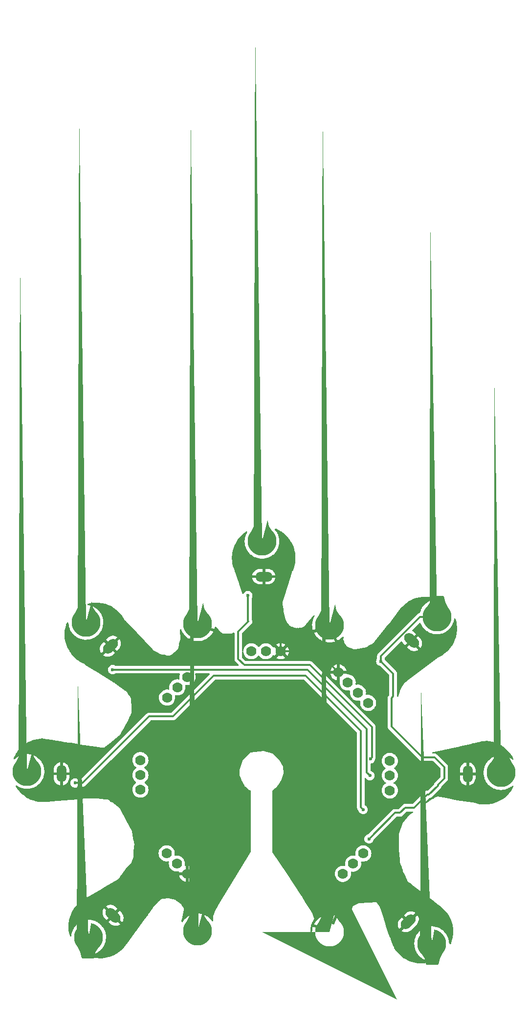
<source format=gbr>
%TF.GenerationSoftware,KiCad,Pcbnew,8.0.4*%
%TF.CreationDate,2024-10-01T08:30:58+02:00*%
%TF.ProjectId,Rp2040_Tastatur,52703230-3430-45f5-9461-737461747572,rev?*%
%TF.SameCoordinates,Original*%
%TF.FileFunction,Copper,L2,Bot*%
%TF.FilePolarity,Positive*%
%FSLAX46Y46*%
G04 Gerber Fmt 4.6, Leading zero omitted, Abs format (unit mm)*
G04 Created by KiCad (PCBNEW 8.0.4) date 2024-10-01 08:30:58*
%MOMM*%
%LPD*%
G01*
G04 APERTURE LIST*
G04 Aperture macros list*
%AMHorizOval*
0 Thick line with rounded ends*
0 $1 width*
0 $2 $3 position (X,Y) of the first rounded end (center of the circle)*
0 $4 $5 position (X,Y) of the second rounded end (center of the circle)*
0 Add line between two ends*
20,1,$1,$2,$3,$4,$5,0*
0 Add two circle primitives to create the rounded ends*
1,1,$1,$2,$3*
1,1,$1,$4,$5*%
%AMFreePoly0*
4,1,58,0.958779,3.605902,0.995106,3.555902,0.998387,3.542889,1.048231,3.268747,1.122847,2.895666,1.169948,2.683709,1.287472,2.448661,1.484876,2.127881,1.639369,1.883263,1.822422,1.711368,2.022542,1.469463,2.190767,1.204384,2.324441,0.920311,2.421458,0.621725,2.480287,0.313333,2.500000,0.000000,2.480287,-0.313333,2.421458,-0.621725,2.324441,-0.920311,2.190768,-1.204384,
2.022542,-1.469462,1.822422,-1.711368,1.593560,-1.926283,1.339567,-2.110820,1.064448,-2.262068,0.772542,-2.377641,0.468453,-2.455718,0.156976,-2.495067,-0.156976,-2.495067,-0.468453,-2.455718,-0.772542,-2.377641,-1.064448,-2.262068,-1.339567,-2.110819,-1.593560,-1.926283,-1.822422,-1.711368,-2.022542,-1.469463,-2.190767,-1.204384,-2.324441,-0.920311,-2.421458,-0.621725,-2.480287,-0.313333,
-2.500000,0.000000,-2.480287,0.313333,-2.421458,0.621725,-2.324441,0.920311,-2.190768,1.204384,-2.022542,1.469462,-1.876003,1.646598,-1.590044,2.218519,-1.419948,2.583010,-1.197308,3.523047,-1.165177,3.575841,-1.108151,3.599667,-1.100000,3.600000,-0.602075,3.600000,-0.004163,3.624913,0.000000,3.625000,0.900000,3.625000,0.958779,3.605902,0.958779,3.605902,$1*%
%AMFreePoly1*
4,1,58,0.468453,2.455718,0.772542,2.377641,1.064448,2.262068,1.339567,2.110820,1.593560,1.926283,1.822422,1.711368,2.022542,1.469463,2.190767,1.204384,2.324441,0.920311,2.421457,0.621725,2.480287,0.313333,2.500000,0.000000,2.480287,-0.313333,2.421457,-0.621725,2.324441,-0.920311,2.190767,-1.204384,2.022542,-1.469463,1.876003,-1.646598,1.590044,-2.218519,1.419948,-2.583009,
1.197308,-3.523047,1.165177,-3.575841,1.108151,-3.599667,1.100000,-3.600000,0.602075,-3.600000,0.004163,-3.624913,0.000000,-3.625000,-0.900000,-3.625000,-0.958779,-3.605902,-0.995106,-3.555902,-0.998387,-3.542889,-1.048231,-3.268747,-1.122847,-2.895667,-1.169948,-2.683709,-1.287472,-2.448661,-1.484876,-2.127881,-1.639369,-1.883264,-1.822422,-1.711368,-2.022542,-1.469463,-2.190767,-1.204384,
-2.324441,-0.920311,-2.421457,-0.621725,-2.480287,-0.313333,-2.500000,0.000000,-2.480287,0.313333,-2.421457,0.621725,-2.324441,0.920311,-2.190767,1.204384,-2.022542,1.469463,-1.822422,1.711368,-1.593560,1.926283,-1.339567,2.110820,-1.064448,2.262068,-0.772542,2.377641,-0.468453,2.455718,-0.156976,2.495067,0.156976,2.495067,0.468453,2.455718,0.468453,2.455718,$1*%
%AMFreePoly2*
4,1,58,0.004163,3.624913,0.602075,3.600000,1.100000,3.600000,1.158779,3.580902,1.195106,3.530902,1.197308,3.523047,1.419948,2.583009,1.590044,2.218519,1.876003,1.646598,2.022542,1.469463,2.190767,1.204384,2.324441,0.920311,2.421458,0.621725,2.480287,0.313333,2.500000,0.000000,2.480287,-0.313333,2.421458,-0.621725,2.324441,-0.920311,2.190767,-1.204384,2.022542,-1.469463,
1.822422,-1.711368,1.593560,-1.926283,1.339567,-2.110820,1.064448,-2.262068,0.772542,-2.377641,0.468453,-2.455718,0.156976,-2.495067,-0.156976,-2.495067,-0.468453,-2.455718,-0.772542,-2.377641,-1.064448,-2.262068,-1.339567,-2.110820,-1.593560,-1.926283,-1.822422,-1.711368,-2.022542,-1.469463,-2.190767,-1.204384,-2.324441,-0.920311,-2.421458,-0.621725,-2.480287,-0.313333,-2.500000,0.000000,
-2.480287,0.313333,-2.421458,0.621725,-2.324441,0.920311,-2.190767,1.204384,-2.022542,1.469463,-1.822422,1.711368,-1.639369,1.883264,-1.484876,2.127881,-1.287472,2.448661,-1.169948,2.683709,-1.122847,2.895667,-1.048231,3.268747,-0.998387,3.542889,-0.969082,3.597303,-0.913390,3.624099,-0.900000,3.625000,0.000000,3.625000,0.004163,3.624913,0.004163,3.624913,$1*%
%AMFreePoly3*
4,1,58,0.468453,2.455718,0.772542,2.377641,1.064448,2.262068,1.339567,2.110820,1.593560,1.926283,1.822422,1.711368,2.022542,1.469463,2.190767,1.204384,2.324441,0.920311,2.421457,0.621725,2.480287,0.313333,2.500000,0.000000,2.480287,-0.313333,2.421457,-0.621725,2.324441,-0.920311,2.190767,-1.204384,2.022542,-1.469463,1.822422,-1.711368,1.639369,-1.883264,1.484876,-2.127881,
1.287472,-2.448661,1.169948,-2.683709,1.122847,-2.895667,1.048231,-3.268747,0.998387,-3.542889,0.969082,-3.597303,0.913390,-3.624099,0.900000,-3.625000,0.000000,-3.625000,-0.004163,-3.624913,-0.602075,-3.600000,-1.100000,-3.600000,-1.158779,-3.580903,-1.195106,-3.530902,-1.197308,-3.523047,-1.419948,-2.583009,-1.590044,-2.218519,-1.876003,-1.646598,-2.022542,-1.469463,-2.190767,-1.204384,
-2.324441,-0.920311,-2.421457,-0.621725,-2.480287,-0.313333,-2.500000,0.000000,-2.480287,0.313333,-2.421457,0.621725,-2.324441,0.920311,-2.190767,1.204384,-2.022542,1.469463,-1.822422,1.711368,-1.593560,1.926283,-1.339567,2.110820,-1.064448,2.262068,-0.772542,2.377641,-0.468453,2.455718,-0.156976,2.495067,0.156976,2.495067,0.468453,2.455718,0.468453,2.455718,$1*%
G04 Aperture macros list end*
%TA.AperFunction,CastellatedPad*%
%ADD10FreePoly0,202.500000*%
%TD*%
%TA.AperFunction,CastellatedPad*%
%ADD11HorizOval,1.700000X0.459619X0.459619X-0.459619X-0.459619X0*%
%TD*%
%TA.AperFunction,CastellatedPad*%
%ADD12O,1.700000X3.000000*%
%TD*%
%TA.AperFunction,CastellatedPad*%
%ADD13HorizOval,1.700000X-0.459619X0.459619X0.459619X-0.459619X0*%
%TD*%
%TA.AperFunction,CastellatedPad*%
%ADD14FreePoly0,337.500000*%
%TD*%
%TA.AperFunction,CastellatedPad*%
%ADD15O,3.000000X1.700000*%
%TD*%
%TA.AperFunction,CastellatedPad*%
%ADD16FreePoly0,22.500000*%
%TD*%
%TA.AperFunction,CastellatedPad*%
%ADD17FreePoly0,157.500000*%
%TD*%
%TA.AperFunction,CastellatedPad*%
%ADD18C,1.778000*%
%TD*%
%TA.AperFunction,CastellatedPad*%
%ADD19FreePoly1,45.000000*%
%TD*%
%TA.AperFunction,CastellatedPad*%
%ADD20FreePoly2,270.000000*%
%TD*%
%TA.AperFunction,CastellatedPad*%
%ADD21FreePoly2,315.000000*%
%TD*%
%TA.AperFunction,CastellatedPad*%
%ADD22FreePoly0,0.000000*%
%TD*%
%TA.AperFunction,CastellatedPad*%
%ADD23FreePoly0,45.000000*%
%TD*%
%TA.AperFunction,CastellatedPad*%
%ADD24FreePoly0,90.000000*%
%TD*%
%TA.AperFunction,CastellatedPad*%
%ADD25FreePoly3,315.000000*%
%TD*%
%TA.AperFunction,ViaPad*%
%ADD26C,0.600000*%
%TD*%
%TA.AperFunction,Conductor*%
%ADD27C,0.300000*%
%TD*%
G04 APERTURE END LIST*
D10*
%TO.P,GDN_pads1,1,Pin_1*%
%TO.N,GND*%
X122130000Y-108970000D03*
D11*
%TO.P,GDN_pads1,2,Pin_2*%
X135776264Y-107179653D03*
D12*
%TO.P,GDN_pads1,3,Pin_3*%
X146061250Y-81582500D03*
D13*
%TO.P,GDN_pads1,4,Pin_4*%
X136330000Y-58520000D03*
D14*
%TO.P,GDN_pads1,5,Pin_5*%
X122130000Y-55820000D03*
D15*
%TO.P,GDN_pads1,6,Pin_6*%
X110755000Y-47438750D03*
D16*
%TO.P,GDN_pads1,7,Pin_7*%
X99305000Y-55595000D03*
D11*
%TO.P,GDN_pads1,8,Pin_8*%
X84176264Y-59479652D03*
D12*
%TO.P,GDN_pads1,9,Pin_9*%
X75711250Y-81557500D03*
D13*
%TO.P,GDN_pads1,10,Pin_10*%
X84651264Y-106035348D03*
D17*
%TO.P,GDN_pads1,11,Pin_11*%
X99280000Y-108745000D03*
%TD*%
D18*
%TO.P,Conn1,1,Pin_1*%
%TO.N,unconnected-(Conn1-Pin_1-Pad1)*%
X93933250Y-95324664D03*
%TO.P,Conn1,2,Pin_2*%
%TO.N,/D2*%
X95701015Y-97092430D03*
%TO.P,Conn1,3,Pin_3*%
%TO.N,GND*%
X97468783Y-98860197D03*
%TO.P,Conn1,4,Pin_4*%
%TO.N,/D3*%
X124452241Y-98887711D03*
%TO.P,Conn1,5,Pin_5*%
%TO.N,/D4*%
X126220008Y-97119946D03*
%TO.P,Conn1,6,Pin_6*%
%TO.N,/D5*%
X127987774Y-95352178D03*
%TO.P,Conn1,7,Pin_7*%
%TO.N,/D6*%
X132578901Y-84444201D03*
%TO.P,Conn1,8,Pin_8*%
%TO.N,/D7*%
X132578900Y-81844201D03*
%TO.P,Conn1,9,Pin_9*%
%TO.N,/D8*%
X132578901Y-79344202D03*
%TO.P,Conn1,10,Pin_10*%
%TO.N,unconnected-(Conn1-Pin_10-Pad10)_1*%
X128821785Y-69292069D03*
%TO.P,Conn1,11,Pin_11*%
%TO.N,unconnected-(Conn1-Pin_11-Pad11)_1*%
X127054019Y-67524302D03*
%TO.P,Conn1,12,Pin_12*%
%TO.N,+3.3V*%
X125286252Y-65756535D03*
%TO.P,Conn1,13,Pin_13*%
%TO.N,GND*%
X123692142Y-64025933D03*
%TO.P,Conn1,14,Pin_14*%
X113701478Y-60355966D03*
%TO.P,Conn1,15,Pin_15*%
%TO.N,unconnected-(Conn1-Pin_15-Pad15)_1*%
X111101480Y-60355966D03*
%TO.P,Conn1,16,Pin_16*%
%TO.N,unconnected-(Conn1-Pin_16-Pad16)*%
X108601479Y-60355966D03*
%TO.P,Conn1,17,Pin_17*%
%TO.N,unconnected-(Conn1-Pin_17-Pad17)*%
X97530388Y-64838394D03*
%TO.P,Conn1,18,Pin_18*%
%TO.N,unconnected-(Conn1-Pin_18-Pad18)_1*%
X95762622Y-66606160D03*
%TO.P,Conn1,19,Pin_19*%
%TO.N,+3.3V*%
X93994854Y-68373927D03*
%TO.P,Conn1,20,Pin_20*%
%TO.N,unconnected-(Conn1-Pin_20-Pad20)_1*%
X89379999Y-79190000D03*
%TO.P,Conn1,21,Pin_21*%
%TO.N,unconnected-(Conn1-Pin_21-Pad21)*%
X89380000Y-81790000D03*
%TO.P,Conn1,22,Pin_22*%
%TO.N,unconnected-(Conn1-Pin_22-Pad22)*%
X89379999Y-84289999D03*
%TD*%
D19*
%TO.P,TH_externPads1,1,Pin_1*%
%TO.N,/D3*%
X139820000Y-110960000D03*
D20*
%TO.P,TH_externPads1,2,Pin_2*%
%TO.N,/D4*%
X151820000Y-81360000D03*
D21*
%TO.P,TH_externPads1,3,Pin_3*%
%TO.N,/D5*%
X140720000Y-54410000D03*
D22*
%TO.P,TH_externPads1,4,Pin_4*%
%TO.N,/D6*%
X110445000Y-41335000D03*
D23*
%TO.P,TH_externPads1,5,Pin_5*%
%TO.N,/D7*%
X79945000Y-55360000D03*
D24*
%TO.P,TH_externPads1,6,Pin_6*%
%TO.N,/D8*%
X69745000Y-81160000D03*
D25*
%TO.P,TH_externPads1,7,Pin_7*%
%TO.N,/D2*%
X80420000Y-109860000D03*
%TD*%
D26*
%TO.N,/D5*%
X131015000Y-62095000D03*
X128960000Y-92830000D03*
%TO.N,GND*%
X113220000Y-50610000D03*
X133890000Y-56360000D03*
X100620000Y-96570000D03*
X107270000Y-66220000D03*
%TO.N,/D8*%
X127950000Y-87770000D03*
X78070000Y-83160000D03*
%TO.N,/D6*%
X107990000Y-50700000D03*
X129220000Y-78970000D03*
%TO.N,/D7*%
X84580000Y-63530000D03*
X129130000Y-81890000D03*
%TD*%
D27*
%TO.N,/D5*%
X131015000Y-62095000D02*
X133150000Y-64230000D01*
X134360000Y-88310000D02*
X133480000Y-88310000D01*
X133150000Y-68160000D02*
X132870000Y-68440000D01*
X139070000Y-85140000D02*
X136780000Y-87430000D01*
X142010000Y-82330000D02*
X140890000Y-83450000D01*
X139360000Y-85140000D02*
X139070000Y-85140000D01*
X133150000Y-64230000D02*
X133150000Y-68160000D01*
X132870000Y-68440000D02*
X132870000Y-73390000D01*
X142010000Y-80390000D02*
X142010000Y-82330000D01*
X131015000Y-62095000D02*
X131015000Y-61218706D01*
X135240000Y-87430000D02*
X134360000Y-88310000D01*
X140890000Y-83450000D02*
X140890000Y-83610000D01*
X138180000Y-78700000D02*
X140320000Y-78700000D01*
X137823706Y-54410000D02*
X140720000Y-54410000D01*
X140890000Y-83610000D02*
X139360000Y-85140000D01*
X133480000Y-88310000D02*
X128960000Y-92830000D01*
X140320000Y-78700000D02*
X142010000Y-80390000D01*
X131015000Y-61218706D02*
X137823706Y-54410000D01*
X132870000Y-73390000D02*
X138180000Y-78700000D01*
X136780000Y-87430000D02*
X135240000Y-87430000D01*
%TO.N,GND*%
X116850000Y-59610000D02*
X123000000Y-59610000D01*
X99720000Y-101111414D02*
X99720000Y-102670000D01*
X113220000Y-50610000D02*
X113220000Y-55980000D01*
X133600000Y-56360000D02*
X133890000Y-56360000D01*
X99300000Y-103090000D02*
X99300000Y-105530000D01*
X113701478Y-60355966D02*
X113701478Y-56741478D01*
X127060000Y-62180000D02*
X128770000Y-60470000D01*
X99280000Y-105550000D02*
X99280000Y-108745000D01*
X125570000Y-62180000D02*
X127060000Y-62180000D01*
X110755000Y-53795000D02*
X110755000Y-47438750D01*
X119055966Y-60355966D02*
X120500000Y-61800000D01*
X99300000Y-105530000D02*
X99280000Y-105550000D01*
X100620000Y-96570000D02*
X103050000Y-94140000D01*
X99720000Y-102670000D02*
X99300000Y-103090000D01*
X107270000Y-69190000D02*
X107270000Y-66220000D01*
X113220000Y-55980000D02*
X116850000Y-59610000D01*
X103050000Y-73410000D02*
X107270000Y-69190000D01*
X128770000Y-60470000D02*
X129490000Y-60470000D01*
X123000000Y-59610000D02*
X125570000Y-62180000D01*
X121466209Y-61800000D02*
X123692142Y-64025933D01*
X113701478Y-56741478D02*
X110755000Y-53795000D01*
X113701478Y-60355966D02*
X119055966Y-60355966D01*
X103050000Y-94140000D02*
X103050000Y-73410000D01*
X129490000Y-60470000D02*
X133600000Y-56360000D01*
X120500000Y-61800000D02*
X121466209Y-61800000D01*
X97468783Y-98860197D02*
X99720000Y-101111414D01*
%TO.N,/D8*%
X127550000Y-74180000D02*
X127550000Y-87370000D01*
X78070000Y-83160000D02*
X79380000Y-83160000D01*
X79380000Y-83160000D02*
X90890000Y-71650000D01*
X90890000Y-71650000D02*
X95010000Y-71650000D01*
X102070000Y-64590000D02*
X117960000Y-64590000D01*
X127550000Y-87370000D02*
X127950000Y-87770000D01*
X95010000Y-71650000D02*
X102070000Y-64590000D01*
X117960000Y-64590000D02*
X127550000Y-74180000D01*
%TO.N,/D6*%
X107360000Y-62720000D02*
X106320000Y-61680000D01*
X106320000Y-56990000D02*
X108100000Y-55210000D01*
X106320000Y-61680000D02*
X106320000Y-56990000D01*
X108100000Y-55210000D02*
X107990000Y-55100000D01*
X107990000Y-55100000D02*
X107990000Y-50700000D01*
X129460000Y-73450000D02*
X118730000Y-62720000D01*
X129220000Y-78970000D02*
X129460000Y-78730000D01*
X129460000Y-78730000D02*
X129460000Y-73450000D01*
X118730000Y-62720000D02*
X107360000Y-62720000D01*
%TO.N,/D7*%
X128570000Y-73790000D02*
X128570000Y-81330000D01*
X84580000Y-63530000D02*
X118310000Y-63530000D01*
X128570000Y-81330000D02*
X129130000Y-81890000D01*
X118310000Y-63530000D02*
X128570000Y-73790000D01*
%TD*%
%TA.AperFunction,Conductor*%
%TO.N,GND*%
G36*
X112821722Y-39130091D02*
G01*
X112999694Y-39195863D01*
X113013897Y-39202150D01*
X113420029Y-39413339D01*
X113459962Y-39434104D01*
X113467414Y-39438312D01*
X113707956Y-39585310D01*
X113792447Y-39636943D01*
X113798896Y-39641165D01*
X114063285Y-39826237D01*
X114070884Y-39832004D01*
X114317996Y-40034989D01*
X114323533Y-40039819D01*
X114557721Y-40256660D01*
X114571161Y-40269104D01*
X114574595Y-40272409D01*
X114779075Y-40476888D01*
X114789109Y-40488229D01*
X114841922Y-40555830D01*
X115208242Y-41024720D01*
X115253141Y-41082190D01*
X115257878Y-41088677D01*
X115382995Y-41272183D01*
X115388039Y-41280226D01*
X115598813Y-41646790D01*
X115601589Y-41651889D01*
X115765641Y-41970877D01*
X115769084Y-41978143D01*
X115828223Y-42114163D01*
X115848287Y-42160309D01*
X115852733Y-42172154D01*
X115911097Y-42355586D01*
X115911852Y-42358048D01*
X116036267Y-42779145D01*
X116037647Y-42784205D01*
X116100483Y-43035546D01*
X116101890Y-43041874D01*
X116171081Y-43396482D01*
X116173119Y-43412245D01*
X116228632Y-44272682D01*
X116228832Y-44284422D01*
X116220591Y-44556395D01*
X116219736Y-44567650D01*
X116174475Y-44938792D01*
X116173889Y-44942997D01*
X116099479Y-45417363D01*
X116097515Y-45427243D01*
X116037992Y-45673831D01*
X116035971Y-45681201D01*
X115929811Y-46026226D01*
X115926099Y-46036619D01*
X115742413Y-46486650D01*
X115739975Y-46492228D01*
X115620129Y-46749044D01*
X115614112Y-46760369D01*
X115596859Y-46789145D01*
X115592366Y-46804869D01*
X115585509Y-46823228D01*
X115578590Y-46838055D01*
X115572753Y-46871100D01*
X115569873Y-46883593D01*
X115540491Y-46986429D01*
X115539779Y-46988829D01*
X115422063Y-47371408D01*
X115421880Y-47371996D01*
X115134427Y-48289994D01*
X115132952Y-48293830D01*
X115122796Y-48326688D01*
X115112022Y-48361544D01*
X115090978Y-48428751D01*
X115090025Y-48432712D01*
X114602172Y-50011058D01*
X114602045Y-50011467D01*
X114096969Y-51625733D01*
X114094980Y-51631574D01*
X114040497Y-51779455D01*
X114035970Y-51790165D01*
X114020165Y-51823152D01*
X114020163Y-51823157D01*
X114017711Y-51836257D01*
X114012187Y-51856297D01*
X114007579Y-51868804D01*
X114004249Y-51905227D01*
X114002648Y-51916745D01*
X113995921Y-51952685D01*
X113995921Y-51952694D01*
X113996942Y-51965972D01*
X113996792Y-51986766D01*
X113995578Y-52000040D01*
X114001788Y-52036086D01*
X114003223Y-52047628D01*
X114006140Y-52085554D01*
X114005549Y-52110434D01*
X114005191Y-52113293D01*
X114011623Y-52159797D01*
X114012427Y-52167274D01*
X114016027Y-52214080D01*
X114016029Y-52214088D01*
X114016983Y-52216798D01*
X114022850Y-52240986D01*
X114134159Y-53045828D01*
X114134441Y-53059187D01*
X114135198Y-53059162D01*
X114135476Y-53067284D01*
X114144888Y-53123758D01*
X114145406Y-53127153D01*
X114153246Y-53183840D01*
X114155399Y-53191669D01*
X114154668Y-53191869D01*
X114158378Y-53204700D01*
X114176533Y-53313625D01*
X114178182Y-53337070D01*
X114178023Y-53343491D01*
X114178023Y-53343495D01*
X114188221Y-53385703D01*
X114190002Y-53394436D01*
X114197142Y-53437277D01*
X114199802Y-53443123D01*
X114207464Y-53465347D01*
X114536178Y-54825864D01*
X114536272Y-54826398D01*
X114541849Y-54849431D01*
X114549084Y-54879315D01*
X114553316Y-54896791D01*
X114553323Y-54896850D01*
X114553330Y-54896849D01*
X114553330Y-54896850D01*
X114568973Y-54961593D01*
X114568973Y-54961594D01*
X114568975Y-54961599D01*
X114569038Y-54961763D01*
X114569054Y-54961805D01*
X114569060Y-54961816D01*
X114569061Y-54961819D01*
X114600050Y-55018634D01*
X114600065Y-55018691D01*
X114600078Y-55018685D01*
X114635685Y-55084040D01*
X114635982Y-55084510D01*
X114642526Y-55096507D01*
X114648888Y-55110056D01*
X114659286Y-55136199D01*
X114659287Y-55136201D01*
X114659288Y-55136202D01*
X114662873Y-55141014D01*
X114672310Y-55153679D01*
X114681730Y-55168381D01*
X114692166Y-55187512D01*
X114711570Y-55207881D01*
X114721219Y-55219320D01*
X114732295Y-55234186D01*
X114754347Y-55283435D01*
X114767711Y-55348803D01*
X114770000Y-55360000D01*
X114835909Y-55416818D01*
X114916354Y-55486168D01*
X114934822Y-55505999D01*
X115065772Y-55681746D01*
X115070645Y-55688780D01*
X115127061Y-55776538D01*
X115134856Y-55790589D01*
X115145689Y-55813501D01*
X115161585Y-55832241D01*
X115171328Y-55845398D01*
X115184620Y-55866075D01*
X115195772Y-55876209D01*
X115203376Y-55883120D01*
X115214536Y-55894668D01*
X115230935Y-55914001D01*
X115231812Y-55914608D01*
X115251143Y-55927992D01*
X115263955Y-55938175D01*
X115282149Y-55954710D01*
X115304671Y-55966316D01*
X115318451Y-55974589D01*
X115358156Y-56002077D01*
X115370117Y-56012484D01*
X115370250Y-56012326D01*
X115376494Y-56017538D01*
X115376495Y-56017539D01*
X115417975Y-56043816D01*
X115421358Y-56045959D01*
X115425583Y-56048758D01*
X115469284Y-56079013D01*
X115476516Y-56082729D01*
X115476422Y-56082911D01*
X115480365Y-56084836D01*
X115480452Y-56084649D01*
X115487818Y-56088061D01*
X115487821Y-56088063D01*
X115538537Y-56103911D01*
X115543305Y-56105509D01*
X115593361Y-56123427D01*
X115593362Y-56123427D01*
X115601307Y-56125144D01*
X115601263Y-56125346D01*
X115616828Y-56128377D01*
X115966014Y-56237498D01*
X115981372Y-56244192D01*
X115981380Y-56244175D01*
X115988901Y-56247251D01*
X115988903Y-56247251D01*
X115988904Y-56247252D01*
X116038891Y-56260406D01*
X116044285Y-56261957D01*
X116093606Y-56277371D01*
X116093608Y-56277371D01*
X116093611Y-56277372D01*
X116101614Y-56278763D01*
X116101610Y-56278781D01*
X116118172Y-56281270D01*
X116190768Y-56300373D01*
X116210740Y-56307506D01*
X116221902Y-56312607D01*
X116259009Y-56318855D01*
X116269962Y-56321214D01*
X116275397Y-56322644D01*
X116306349Y-56330790D01*
X116318616Y-56330734D01*
X116339760Y-56332455D01*
X116351857Y-56334493D01*
X116389329Y-56330923D01*
X116400488Y-56330368D01*
X116438132Y-56330200D01*
X116438135Y-56330199D01*
X116438137Y-56330199D01*
X116449965Y-56326973D01*
X116470834Y-56323161D01*
X116618032Y-56309142D01*
X116653876Y-56310948D01*
X116750000Y-56330000D01*
X116845925Y-56292276D01*
X116879530Y-56284237D01*
X117041860Y-56268777D01*
X117043928Y-56268599D01*
X117247296Y-56252955D01*
X117267571Y-56253058D01*
X117282169Y-56254332D01*
X117316888Y-56248198D01*
X117328936Y-56246674D01*
X117364084Y-56243972D01*
X117377910Y-56239103D01*
X117397525Y-56233955D01*
X117411944Y-56231409D01*
X117443893Y-56216498D01*
X117455123Y-56211915D01*
X117488388Y-56200202D01*
X117500474Y-56191925D01*
X117518094Y-56181872D01*
X117596018Y-56145507D01*
X117606383Y-56141229D01*
X117641773Y-56128468D01*
X117651851Y-56121454D01*
X117670242Y-56110870D01*
X117671577Y-56110246D01*
X117681364Y-56105680D01*
X117710172Y-56081490D01*
X117719064Y-56074686D01*
X117749948Y-56053199D01*
X117757869Y-56043814D01*
X117772886Y-56028836D01*
X117782292Y-56020941D01*
X117803852Y-55990128D01*
X117810693Y-55981238D01*
X118054946Y-55691892D01*
X118394986Y-55289074D01*
X118404768Y-55278752D01*
X118405964Y-55277625D01*
X118405974Y-55277619D01*
X118444496Y-55230447D01*
X118445689Y-55229012D01*
X118484955Y-55182498D01*
X118484958Y-55182489D01*
X118485853Y-55181096D01*
X118494191Y-55169596D01*
X118612811Y-55024347D01*
X118617074Y-55019407D01*
X118990000Y-54610000D01*
X119112666Y-54446445D01*
X119123035Y-54434331D01*
X119154494Y-54402037D01*
X119154495Y-54402034D01*
X119154650Y-54401876D01*
X119155839Y-54400247D01*
X119156680Y-54399107D01*
X119157773Y-54397643D01*
X119157874Y-54397458D01*
X119176138Y-54363961D01*
X119185794Y-54348940D01*
X119336833Y-54147554D01*
X119392802Y-54105736D01*
X119462498Y-54100815D01*
X119523791Y-54134355D01*
X119557221Y-54195708D01*
X119552174Y-54265395D01*
X119539674Y-54290032D01*
X119532049Y-54301639D01*
X119532041Y-54301653D01*
X119500633Y-54356717D01*
X119500616Y-54356749D01*
X119362227Y-54639236D01*
X119337963Y-54697812D01*
X119337962Y-54697817D01*
X119236060Y-54995449D01*
X119219329Y-55056608D01*
X119155539Y-55364637D01*
X119155536Y-55364657D01*
X119146604Y-55427417D01*
X119121923Y-55741022D01*
X119120927Y-55804457D01*
X119135744Y-56118650D01*
X119135745Y-56118665D01*
X119142703Y-56181685D01*
X119142705Y-56181699D01*
X119196789Y-56491592D01*
X119211594Y-56553259D01*
X119211599Y-56553276D01*
X119267528Y-56735075D01*
X120664582Y-56156396D01*
X120666935Y-56171251D01*
X120739896Y-56395800D01*
X120847085Y-56606171D01*
X120855923Y-56618336D01*
X119455300Y-57198495D01*
X119455955Y-57199946D01*
X119485640Y-57256010D01*
X119649989Y-57524204D01*
X119686469Y-57576109D01*
X119883149Y-57821606D01*
X119925831Y-57868512D01*
X119925838Y-57868519D01*
X120151731Y-58087424D01*
X120199953Y-58128610D01*
X120451516Y-58317490D01*
X120504527Y-58352312D01*
X120777754Y-58508158D01*
X120777784Y-58508174D01*
X120834709Y-58536060D01*
X120834746Y-58536077D01*
X121125332Y-58656440D01*
X121125377Y-58656457D01*
X121185353Y-58676992D01*
X121488768Y-58759997D01*
X121550870Y-58772858D01*
X121862313Y-58817182D01*
X121925525Y-58822158D01*
X122240073Y-58827099D01*
X122240088Y-58827099D01*
X122303388Y-58824114D01*
X122303421Y-58824111D01*
X122616093Y-58789592D01*
X122678566Y-58778689D01*
X122984448Y-58705252D01*
X122984454Y-58705251D01*
X123045038Y-58686612D01*
X123045075Y-58686599D01*
X123046553Y-58686041D01*
X122466396Y-57285417D01*
X122481251Y-57283065D01*
X122705800Y-57210104D01*
X122916171Y-57102915D01*
X122928337Y-57094075D01*
X123507016Y-58491129D01*
X123675130Y-58402118D01*
X123729211Y-58368976D01*
X123986583Y-58188091D01*
X123986599Y-58188079D01*
X124036052Y-58148459D01*
X124036081Y-58148435D01*
X124268720Y-57936751D01*
X124268759Y-57936713D01*
X124312854Y-57891211D01*
X124312860Y-57891204D01*
X124336048Y-57864055D01*
X124394554Y-57825862D01*
X124464422Y-57825362D01*
X124523469Y-57862715D01*
X124552948Y-57926062D01*
X124551147Y-57972541D01*
X124480000Y-58280000D01*
X124480000Y-58280001D01*
X124658836Y-58631398D01*
X124671237Y-58671252D01*
X124674157Y-58693152D01*
X124675219Y-58707010D01*
X124675284Y-58710216D01*
X124684329Y-58769603D01*
X124684655Y-58771885D01*
X124692597Y-58831456D01*
X124693434Y-58834558D01*
X124693514Y-58834940D01*
X124694106Y-58837053D01*
X124694232Y-58837411D01*
X124695127Y-58840501D01*
X124719234Y-58895522D01*
X124720134Y-58897629D01*
X124743231Y-58953131D01*
X124743232Y-58953133D01*
X124743233Y-58953134D01*
X124744838Y-58955904D01*
X124745006Y-58956236D01*
X124746130Y-58958135D01*
X124746141Y-58958155D01*
X124746361Y-58958476D01*
X124748008Y-58961200D01*
X124748012Y-58961205D01*
X124748013Y-58961207D01*
X124767787Y-58985925D01*
X124785561Y-59008143D01*
X124786952Y-59009915D01*
X124823629Y-59057549D01*
X124823633Y-59057552D01*
X124825881Y-59059793D01*
X124835171Y-59070156D01*
X124864568Y-59106903D01*
X124866373Y-59109215D01*
X124966912Y-59241173D01*
X124978789Y-59260079D01*
X125049998Y-59399998D01*
X125049999Y-59399998D01*
X125050000Y-59400000D01*
X125072892Y-59407420D01*
X125130593Y-59446814D01*
X125135986Y-59453905D01*
X125148968Y-59472312D01*
X125155975Y-59478151D01*
X125171848Y-59494024D01*
X125177688Y-59501032D01*
X125210998Y-59524525D01*
X125218884Y-59530575D01*
X125286301Y-59586755D01*
X125298692Y-59598629D01*
X125313860Y-59615325D01*
X125336879Y-59630128D01*
X125349181Y-59639156D01*
X125370207Y-59656678D01*
X125388788Y-59665265D01*
X125390684Y-59666142D01*
X125405734Y-59674407D01*
X125424705Y-59686607D01*
X125450762Y-59694945D01*
X125464997Y-59700488D01*
X125489828Y-59711965D01*
X125489829Y-59711965D01*
X125489833Y-59711967D01*
X125505704Y-59714710D01*
X125512061Y-59715809D01*
X125528733Y-59719896D01*
X125559824Y-59729845D01*
X125725308Y-59782799D01*
X125730052Y-59784426D01*
X126072336Y-59909652D01*
X126093486Y-59919748D01*
X126099145Y-59923141D01*
X126140757Y-59935030D01*
X126149290Y-59937805D01*
X126189919Y-59952670D01*
X126196477Y-59953254D01*
X126219518Y-59957533D01*
X126258706Y-59968729D01*
X126275633Y-59974929D01*
X126294180Y-59983300D01*
X126323366Y-59988073D01*
X126337415Y-59991218D01*
X126343679Y-59993007D01*
X126365859Y-59999345D01*
X126386198Y-59999680D01*
X126404164Y-60001289D01*
X126424237Y-60004573D01*
X126453675Y-60001628D01*
X126468057Y-60001031D01*
X126497625Y-60001519D01*
X126497629Y-60001518D01*
X126497630Y-60001518D01*
X126517347Y-59996582D01*
X126535119Y-59993484D01*
X126616347Y-59985361D01*
X126620135Y-59985226D01*
X126668078Y-59980265D01*
X126690419Y-59977954D01*
X126755367Y-59971460D01*
X126755370Y-59971458D01*
X126761219Y-59970874D01*
X126764955Y-59970243D01*
X126917224Y-59954492D01*
X126942752Y-59954494D01*
X126942995Y-59954518D01*
X126944010Y-59954624D01*
X126991933Y-59946955D01*
X126998753Y-59946058D01*
X127047044Y-59941063D01*
X127048223Y-59940612D01*
X127072877Y-59934005D01*
X127186278Y-59915860D01*
X127199810Y-59914452D01*
X127204690Y-59914212D01*
X127204703Y-59914214D01*
X127263048Y-59903605D01*
X127265589Y-59903171D01*
X127324139Y-59893804D01*
X127324150Y-59893798D01*
X127328840Y-59892402D01*
X127342074Y-59889236D01*
X127417115Y-59875592D01*
X127431070Y-59873867D01*
X127433536Y-59873702D01*
X127433544Y-59873703D01*
X127492782Y-59861854D01*
X127494897Y-59861451D01*
X127554362Y-59850640D01*
X127554374Y-59850634D01*
X127556732Y-59849877D01*
X127570333Y-59846344D01*
X127980689Y-59764272D01*
X127996770Y-59762860D01*
X127996755Y-59762715D01*
X128004828Y-59761832D01*
X128004832Y-59761830D01*
X128004838Y-59761831D01*
X128056055Y-59749310D01*
X128061073Y-59748196D01*
X128112768Y-59737858D01*
X128112774Y-59737854D01*
X128120461Y-59735237D01*
X128120508Y-59735376D01*
X128135679Y-59729846D01*
X128459010Y-59650810D01*
X128483113Y-59647379D01*
X128487411Y-59647194D01*
X128514227Y-59638752D01*
X128530846Y-59633522D01*
X128538631Y-59631347D01*
X128582852Y-59620539D01*
X128586620Y-59618472D01*
X128609018Y-59608918D01*
X128613113Y-59607629D01*
X128613113Y-59607628D01*
X128613116Y-59607628D01*
X128651532Y-59583180D01*
X128658486Y-59579068D01*
X128681810Y-59566280D01*
X128698407Y-59557180D01*
X128701513Y-59554206D01*
X128720668Y-59539184D01*
X128997723Y-59362877D01*
X128998026Y-59362686D01*
X129368901Y-59128448D01*
X129372226Y-59126419D01*
X129667216Y-58952895D01*
X129682227Y-58945385D01*
X129703904Y-58936320D01*
X129724836Y-58920142D01*
X129737764Y-58911396D01*
X129760558Y-58897989D01*
X129777025Y-58881250D01*
X129789596Y-58870096D01*
X129808180Y-58855737D01*
X129824202Y-58834706D01*
X129834439Y-58822896D01*
X129852984Y-58804050D01*
X129864566Y-58783604D01*
X129873804Y-58769603D01*
X130004097Y-58598593D01*
X130005603Y-58596660D01*
X131370575Y-56882974D01*
X132323258Y-55701648D01*
X132332649Y-55692484D01*
X132332055Y-55691892D01*
X132337786Y-55686132D01*
X132337791Y-55686129D01*
X132372778Y-55640310D01*
X132374797Y-55637740D01*
X132410957Y-55592903D01*
X132410957Y-55592901D01*
X132410960Y-55592899D01*
X132410961Y-55592895D01*
X132415194Y-55585958D01*
X132415926Y-55586404D01*
X132422579Y-55575096D01*
X134054797Y-53437666D01*
X134055884Y-53436265D01*
X134346479Y-53068180D01*
X134349008Y-53065083D01*
X134699199Y-52650383D01*
X134708991Y-52640054D01*
X135153176Y-52222520D01*
X135165594Y-52212283D01*
X135799188Y-51755724D01*
X135804578Y-51752053D01*
X136171800Y-51515982D01*
X136187859Y-51507261D01*
X136625259Y-51310002D01*
X136637613Y-51305210D01*
X137165941Y-51132137D01*
X137173883Y-51129826D01*
X137631012Y-51013304D01*
X137644097Y-51010709D01*
X138272202Y-50920980D01*
X138287578Y-50919753D01*
X138801371Y-50910895D01*
X138812176Y-50911180D01*
X139319266Y-50946766D01*
X139333327Y-50948566D01*
X140028099Y-51078257D01*
X140035966Y-51079994D01*
X140418902Y-51177765D01*
X140478987Y-51213421D01*
X140510257Y-51275903D01*
X140502782Y-51345372D01*
X140458937Y-51399772D01*
X140399896Y-51421360D01*
X140332151Y-51427764D01*
X140280569Y-51432640D01*
X140280567Y-51432640D01*
X140280549Y-51432642D01*
X140217886Y-51442567D01*
X140217874Y-51442569D01*
X139910862Y-51511195D01*
X139849913Y-51528902D01*
X139553935Y-51635461D01*
X139553927Y-51635464D01*
X139495685Y-51660667D01*
X139215391Y-51803484D01*
X139215388Y-51803486D01*
X139160747Y-51835801D01*
X139160741Y-51835804D01*
X139160736Y-51835808D01*
X138900572Y-52012615D01*
X138900559Y-52012624D01*
X138850420Y-52051516D01*
X138850390Y-52051541D01*
X138614444Y-52259557D01*
X138569557Y-52304444D01*
X138361541Y-52540390D01*
X138361516Y-52540420D01*
X138322624Y-52590559D01*
X138322615Y-52590572D01*
X138153318Y-52839686D01*
X138145801Y-52850747D01*
X138130707Y-52876269D01*
X138113484Y-52905391D01*
X137970667Y-53185685D01*
X137945464Y-53243927D01*
X137945461Y-53243935D01*
X137838902Y-53539913D01*
X137821195Y-53600862D01*
X137804567Y-53675254D01*
X137770732Y-53736385D01*
X137709218Y-53769519D01*
X137707747Y-53769821D01*
X137661001Y-53779120D01*
X137638617Y-53783573D01*
X137638613Y-53783573D01*
X137638611Y-53783574D01*
X137633966Y-53784497D01*
X137633963Y-53784498D01*
X137515576Y-53833535D01*
X137409037Y-53904722D01*
X137409030Y-53904728D01*
X130509724Y-60804034D01*
X130454467Y-60886734D01*
X130438535Y-60910577D01*
X130389499Y-61028961D01*
X130389497Y-61028967D01*
X130364500Y-61154634D01*
X130364500Y-61589931D01*
X130345494Y-61655903D01*
X130289211Y-61745477D01*
X130289209Y-61745481D01*
X130229633Y-61915737D01*
X130229630Y-61915750D01*
X130209435Y-62094996D01*
X130209435Y-62095003D01*
X130229630Y-62274249D01*
X130229631Y-62274254D01*
X130289211Y-62444523D01*
X130385184Y-62597262D01*
X130512738Y-62724816D01*
X130544275Y-62744632D01*
X130639092Y-62804210D01*
X130665478Y-62820789D01*
X130835745Y-62880368D01*
X130842974Y-62881182D01*
X130907388Y-62908246D01*
X130916776Y-62916722D01*
X132463181Y-64463127D01*
X132496666Y-64524450D01*
X132499500Y-64550808D01*
X132499500Y-67839191D01*
X132479815Y-67906230D01*
X132463181Y-67926872D01*
X132364727Y-68025325D01*
X132364726Y-68025326D01*
X132364723Y-68025331D01*
X132298234Y-68124840D01*
X132298233Y-68124840D01*
X132293535Y-68131871D01*
X132244499Y-68250255D01*
X132244497Y-68250261D01*
X132219500Y-68375928D01*
X132219500Y-68375931D01*
X132219500Y-73454069D01*
X132219500Y-73454071D01*
X132219499Y-73454071D01*
X132241784Y-73566096D01*
X132244497Y-73579738D01*
X132244500Y-73579747D01*
X132293532Y-73698123D01*
X132364726Y-73804673D01*
X137765328Y-79205275D01*
X137765331Y-79205277D01*
X137825771Y-79245661D01*
X137871873Y-79276465D01*
X137990256Y-79325501D01*
X137990260Y-79325501D01*
X137990261Y-79325502D01*
X138115928Y-79350500D01*
X138115931Y-79350500D01*
X139999192Y-79350500D01*
X140066231Y-79370185D01*
X140086873Y-79386819D01*
X141323181Y-80623127D01*
X141356666Y-80684450D01*
X141359500Y-80710808D01*
X141359500Y-82009191D01*
X141339815Y-82076230D01*
X141323181Y-82096872D01*
X140384727Y-83035325D01*
X140384724Y-83035328D01*
X140323276Y-83127292D01*
X140323274Y-83127297D01*
X140321928Y-83129312D01*
X140313533Y-83141875D01*
X140264498Y-83260257D01*
X140264498Y-83260258D01*
X140258105Y-83292396D01*
X140225718Y-83354306D01*
X140224169Y-83355883D01*
X139126873Y-84453181D01*
X139065550Y-84486666D01*
X139039192Y-84489500D01*
X139005929Y-84489500D01*
X138880261Y-84514497D01*
X138880255Y-84514499D01*
X138761874Y-84563534D01*
X138655326Y-84634726D01*
X138655325Y-84634727D01*
X136546873Y-86743181D01*
X136485550Y-86776666D01*
X136459192Y-86779500D01*
X135175929Y-86779500D01*
X135068424Y-86800885D01*
X135059697Y-86802621D01*
X135057775Y-86803003D01*
X135050257Y-86804498D01*
X134931874Y-86853534D01*
X134825326Y-86924726D01*
X134825325Y-86924727D01*
X134126873Y-87623181D01*
X134065550Y-87656666D01*
X134039192Y-87659500D01*
X133415929Y-87659500D01*
X133290261Y-87684497D01*
X133290255Y-87684499D01*
X133171870Y-87733535D01*
X133065331Y-87804722D01*
X133065324Y-87804728D01*
X128861775Y-92008277D01*
X128800452Y-92041762D01*
X128787988Y-92043815D01*
X128780752Y-92044630D01*
X128780744Y-92044632D01*
X128610478Y-92104210D01*
X128457737Y-92200184D01*
X128330184Y-92327737D01*
X128234211Y-92480476D01*
X128174631Y-92650745D01*
X128174630Y-92650750D01*
X128154435Y-92829996D01*
X128154435Y-92830003D01*
X128174630Y-93009249D01*
X128174631Y-93009254D01*
X128234211Y-93179523D01*
X128256451Y-93214917D01*
X128330184Y-93332262D01*
X128457738Y-93459816D01*
X128610478Y-93555789D01*
X128663051Y-93574185D01*
X128780745Y-93615368D01*
X128780750Y-93615369D01*
X128959996Y-93635565D01*
X128960000Y-93635565D01*
X128960004Y-93635565D01*
X129139249Y-93615369D01*
X129139252Y-93615368D01*
X129139255Y-93615368D01*
X129309522Y-93555789D01*
X129462262Y-93459816D01*
X129589816Y-93332262D01*
X129685789Y-93179522D01*
X129745368Y-93009255D01*
X129746182Y-93002025D01*
X129773245Y-92937611D01*
X129781712Y-92928232D01*
X133713127Y-88996819D01*
X133774450Y-88963334D01*
X133800808Y-88960500D01*
X134424071Y-88960500D01*
X134525000Y-88940423D01*
X134549744Y-88935501D01*
X134668127Y-88886465D01*
X134695093Y-88868447D01*
X134774669Y-88815277D01*
X135473127Y-88116819D01*
X135534450Y-88083334D01*
X135560808Y-88080500D01*
X136509649Y-88080500D01*
X136576688Y-88100185D01*
X136622443Y-88152989D01*
X136632387Y-88222147D01*
X136603362Y-88285703D01*
X136570638Y-88312463D01*
X136416003Y-88399815D01*
X135919998Y-88680000D01*
X135919998Y-88680001D01*
X134850000Y-90039998D01*
X134140000Y-91959998D01*
X134140000Y-91960002D01*
X134165009Y-94144183D01*
X134164816Y-94152667D01*
X134164538Y-94157539D01*
X134164166Y-94157517D01*
X134163113Y-94170493D01*
X134161800Y-94178514D01*
X134159995Y-94236298D01*
X134159854Y-94239497D01*
X134156555Y-94297228D01*
X134157155Y-94305336D01*
X134157431Y-94318352D01*
X134151454Y-94509593D01*
X134148888Y-94531107D01*
X134146616Y-94541966D01*
X134146615Y-94541975D01*
X134148766Y-94580692D01*
X134148897Y-94591436D01*
X134147686Y-94630225D01*
X134147687Y-94630231D01*
X134150221Y-94641029D01*
X134153310Y-94662482D01*
X134207951Y-95646019D01*
X134207764Y-95662575D01*
X134205883Y-95686602D01*
X134210599Y-95712001D01*
X134212492Y-95727756D01*
X134213925Y-95753550D01*
X134213926Y-95753555D01*
X134221443Y-95776445D01*
X134225547Y-95792489D01*
X134297191Y-96178269D01*
X134298881Y-96191021D01*
X134349999Y-96829998D01*
X134350001Y-96830007D01*
X134515893Y-97311363D01*
X134520865Y-97337799D01*
X134521138Y-97337752D01*
X134522518Y-97345760D01*
X134533032Y-97379554D01*
X134536057Y-97391264D01*
X134543229Y-97425927D01*
X134543231Y-97425933D01*
X134549747Y-97438896D01*
X134557359Y-97457750D01*
X134650156Y-97756025D01*
X134660237Y-97788426D01*
X134663485Y-97801553D01*
X134682794Y-97860966D01*
X134683268Y-97862456D01*
X134701824Y-97922102D01*
X134706747Y-97934668D01*
X134792956Y-98199928D01*
X134796339Y-98216144D01*
X134796396Y-98216131D01*
X134798230Y-98224042D01*
X134816487Y-98272727D01*
X134818310Y-98277937D01*
X134834374Y-98327363D01*
X134837874Y-98334699D01*
X134837820Y-98334724D01*
X134845279Y-98349504D01*
X134867082Y-98407643D01*
X134924126Y-98559762D01*
X134929503Y-98578438D01*
X134932871Y-98594896D01*
X134947676Y-98624505D01*
X134952872Y-98636421D01*
X134964501Y-98667432D01*
X134964504Y-98667438D01*
X134974267Y-98681096D01*
X134984297Y-98697748D01*
X135149427Y-99028008D01*
X135155027Y-99041016D01*
X135155661Y-99042757D01*
X135183711Y-99096612D01*
X135184643Y-99098438D01*
X135190523Y-99110197D01*
X135194024Y-99117199D01*
X135211808Y-99152768D01*
X135212841Y-99154296D01*
X135220094Y-99166469D01*
X135254710Y-99232931D01*
X135257135Y-99237850D01*
X135709999Y-100209998D01*
X135710001Y-100210001D01*
X135850607Y-100323038D01*
X135866225Y-100338015D01*
X135870109Y-100342453D01*
X135876026Y-100347653D01*
X135891781Y-100364323D01*
X135896644Y-100370530D01*
X135896648Y-100370534D01*
X135930202Y-100395749D01*
X135937564Y-100401735D01*
X135969100Y-100429449D01*
X135976159Y-100432939D01*
X135995694Y-100444965D01*
X136094917Y-100519528D01*
X136098093Y-100521996D01*
X136730000Y-101030000D01*
X137365999Y-101474809D01*
X137369355Y-101477241D01*
X139960752Y-103424623D01*
X140960198Y-104175686D01*
X140961013Y-104176385D01*
X140966985Y-104180864D01*
X140966986Y-104180865D01*
X140982709Y-104192657D01*
X141019807Y-104220480D01*
X141019789Y-104220503D01*
X141019899Y-104220549D01*
X141071998Y-104259701D01*
X141072000Y-104259701D01*
X141078019Y-104264225D01*
X141078896Y-104264797D01*
X141176148Y-104337735D01*
X141177412Y-104338698D01*
X141440812Y-104542234D01*
X141452665Y-104552665D01*
X142452244Y-105552244D01*
X142458710Y-105559226D01*
X142478337Y-105582124D01*
X142493389Y-105599685D01*
X142518709Y-105629224D01*
X142529950Y-105644583D01*
X142771560Y-106034277D01*
X142777081Y-106044163D01*
X143029713Y-106549427D01*
X143030204Y-106550419D01*
X143206859Y-106911759D01*
X143214499Y-106931501D01*
X143466846Y-107796688D01*
X143470608Y-107814216D01*
X143532382Y-108255456D01*
X143533032Y-108261002D01*
X143578374Y-108741637D01*
X143578898Y-108755714D01*
X143570276Y-109195433D01*
X143569240Y-109209178D01*
X143478273Y-109900526D01*
X143475746Y-109913960D01*
X143341477Y-110459989D01*
X143337899Y-110471920D01*
X143192974Y-110879520D01*
X143191055Y-110884566D01*
X143145471Y-110997007D01*
X143102041Y-111051740D01*
X143035915Y-111074304D01*
X142968088Y-111057536D01*
X142920093Y-111006759D01*
X142912918Y-110989632D01*
X142890657Y-110922850D01*
X142817984Y-110704832D01*
X142812174Y-110677302D01*
X142797360Y-110520571D01*
X142787429Y-110457868D01*
X142718806Y-110150870D01*
X142718804Y-110150862D01*
X142701097Y-110089913D01*
X142611260Y-109840381D01*
X142594539Y-109793936D01*
X142580039Y-109760428D01*
X142569332Y-109735685D01*
X142488628Y-109577294D01*
X142426514Y-109455388D01*
X142394199Y-109400747D01*
X142217383Y-109140570D01*
X142217379Y-109140565D01*
X142217375Y-109140559D01*
X142178483Y-109090420D01*
X142178458Y-109090390D01*
X141970442Y-108854444D01*
X141970427Y-108854428D01*
X141925572Y-108809573D01*
X141925555Y-108809557D01*
X141689609Y-108601541D01*
X141689579Y-108601516D01*
X141639440Y-108562624D01*
X141639427Y-108562615D01*
X141530792Y-108488787D01*
X141379253Y-108385801D01*
X141324612Y-108353486D01*
X141205850Y-108292974D01*
X141044314Y-108210667D01*
X140986072Y-108185464D01*
X140986064Y-108185461D01*
X140690086Y-108078902D01*
X140629137Y-108061195D01*
X140322125Y-107992569D01*
X140322113Y-107992567D01*
X140259448Y-107982642D01*
X140259437Y-107982640D01*
X140259431Y-107982640D01*
X139971253Y-107955399D01*
X139946245Y-107953035D01*
X139882805Y-107951042D01*
X139568394Y-107960922D01*
X139568367Y-107960924D01*
X139505204Y-107966895D01*
X139505166Y-107966900D01*
X139194508Y-108016103D01*
X139194478Y-108016109D01*
X139132530Y-108029955D01*
X139132528Y-108029956D01*
X138830449Y-108117717D01*
X138770733Y-108139218D01*
X138770708Y-108139228D01*
X138482024Y-108264153D01*
X138425466Y-108292970D01*
X138425462Y-108292972D01*
X138154708Y-108453094D01*
X138102176Y-108488795D01*
X137853642Y-108681578D01*
X137853641Y-108681579D01*
X137806009Y-108723572D01*
X137583572Y-108946009D01*
X137573812Y-108957080D01*
X137544866Y-108989913D01*
X137541579Y-108993641D01*
X137541578Y-108993642D01*
X137348795Y-109242176D01*
X137313094Y-109294708D01*
X137152972Y-109565462D01*
X137152970Y-109565466D01*
X137124153Y-109622024D01*
X136999228Y-109910708D01*
X136999218Y-109910733D01*
X136977717Y-109970449D01*
X136889956Y-110272528D01*
X136889955Y-110272530D01*
X136876109Y-110334478D01*
X136876103Y-110334508D01*
X136826900Y-110645166D01*
X136826895Y-110645204D01*
X136820924Y-110708367D01*
X136820922Y-110708394D01*
X136811042Y-111022805D01*
X136813035Y-111086240D01*
X136813035Y-111086250D01*
X136828865Y-111253711D01*
X136841839Y-111390961D01*
X136842642Y-111399448D01*
X136852567Y-111462113D01*
X136852569Y-111462125D01*
X136921195Y-111769137D01*
X136938902Y-111830086D01*
X137045461Y-112126064D01*
X137045464Y-112126072D01*
X137070667Y-112184314D01*
X137194154Y-112426671D01*
X137213486Y-112464612D01*
X137245801Y-112519253D01*
X137383030Y-112721179D01*
X137422615Y-112779427D01*
X137422624Y-112779440D01*
X137461516Y-112829579D01*
X137461541Y-112829609D01*
X137669557Y-113065555D01*
X137669573Y-113065572D01*
X137714428Y-113110427D01*
X137714444Y-113110442D01*
X137950390Y-113318458D01*
X137950420Y-113318483D01*
X138000559Y-113357375D01*
X138000565Y-113357379D01*
X138000570Y-113357383D01*
X138260747Y-113534199D01*
X138315388Y-113566514D01*
X138594784Y-113708873D01*
X138595685Y-113709332D01*
X138646041Y-113731122D01*
X138653936Y-113734539D01*
X138801459Y-113787650D01*
X138949913Y-113841097D01*
X139010862Y-113858804D01*
X139010866Y-113858805D01*
X139010870Y-113858806D01*
X139317868Y-113927429D01*
X139317873Y-113927429D01*
X139317874Y-113927430D01*
X139317886Y-113927432D01*
X139338346Y-113930672D01*
X139380569Y-113937360D01*
X139504882Y-113949111D01*
X139569770Y-113975016D01*
X139610352Y-114031892D01*
X139613743Y-114101679D01*
X139578866Y-114162221D01*
X139534393Y-114189521D01*
X139515299Y-114196244D01*
X139490971Y-114204811D01*
X139475933Y-114209062D01*
X139035020Y-114304161D01*
X139022788Y-114306165D01*
X138462548Y-114369418D01*
X138451116Y-114370176D01*
X138004074Y-114379118D01*
X137994520Y-114378941D01*
X137352279Y-114342241D01*
X137338968Y-114340756D01*
X137025786Y-114288560D01*
X137020440Y-114287548D01*
X136737066Y-114227438D01*
X136724069Y-114223934D01*
X136059886Y-114005572D01*
X136046844Y-114000451D01*
X135714653Y-113847823D01*
X135712413Y-113846767D01*
X135432241Y-113711200D01*
X135422827Y-113706132D01*
X135052346Y-113485607D01*
X135042213Y-113478882D01*
X134704365Y-113229940D01*
X134697614Y-113224594D01*
X134563316Y-113110442D01*
X134446192Y-113010886D01*
X134437987Y-113003245D01*
X133887840Y-112442168D01*
X133882387Y-112436232D01*
X133711926Y-112238128D01*
X133707129Y-112232194D01*
X133510252Y-111972675D01*
X133505867Y-111966513D01*
X133418006Y-111834719D01*
X133410272Y-111821392D01*
X133350572Y-111701994D01*
X133345769Y-111690753D01*
X133316690Y-111634211D01*
X133316052Y-111632953D01*
X133288193Y-111577234D01*
X133288191Y-111577232D01*
X133287661Y-111576171D01*
X133281438Y-111565665D01*
X133141984Y-111294505D01*
X133139387Y-111289141D01*
X132960763Y-110896168D01*
X132955550Y-110882654D01*
X132906771Y-110730217D01*
X132780144Y-110334508D01*
X132742079Y-110215559D01*
X132737542Y-110196091D01*
X132735267Y-110180867D01*
X132735267Y-110180865D01*
X132721504Y-110149209D01*
X132717122Y-110137563D01*
X132706607Y-110104706D01*
X132706607Y-110104705D01*
X132706606Y-110104703D01*
X132698275Y-110091748D01*
X132688864Y-110074139D01*
X132613268Y-109900270D01*
X132611653Y-109896372D01*
X132566408Y-109781644D01*
X132242455Y-108960189D01*
X132240255Y-108954155D01*
X131871391Y-107854148D01*
X131868906Y-107845765D01*
X131788144Y-107533025D01*
X133966645Y-107533025D01*
X133966645Y-107745518D01*
X133999887Y-107955399D01*
X133999887Y-107955402D01*
X134065549Y-108157489D01*
X134162022Y-108346826D01*
X134201374Y-108400988D01*
X134201374Y-108400989D01*
X135293301Y-107309062D01*
X135310339Y-107372646D01*
X135376165Y-107486660D01*
X135469257Y-107579752D01*
X135583271Y-107645578D01*
X135646854Y-107662615D01*
X134554926Y-108754541D01*
X134554927Y-108754542D01*
X134609085Y-108793890D01*
X134609098Y-108793898D01*
X134798427Y-108890367D01*
X135000515Y-108956029D01*
X135210399Y-108989272D01*
X135422891Y-108989272D01*
X135632772Y-108956029D01*
X135632775Y-108956029D01*
X135834862Y-108890367D01*
X136024202Y-108793892D01*
X136196104Y-108668999D01*
X136196109Y-108668995D01*
X137265606Y-107599498D01*
X137265610Y-107599493D01*
X137390503Y-107427591D01*
X137486977Y-107238254D01*
X137486978Y-107238251D01*
X137552640Y-107036160D01*
X137585883Y-106826280D01*
X137585883Y-106613787D01*
X137552640Y-106403906D01*
X137552640Y-106403903D01*
X137486978Y-106201816D01*
X137390509Y-106012487D01*
X137390501Y-106012474D01*
X137351153Y-105958316D01*
X137351152Y-105958315D01*
X136259226Y-107050242D01*
X136242189Y-106986660D01*
X136176363Y-106872646D01*
X136083271Y-106779554D01*
X135969257Y-106713728D01*
X135905672Y-106696690D01*
X136997600Y-105604763D01*
X136943437Y-105565411D01*
X136754100Y-105468938D01*
X136552012Y-105403276D01*
X136342129Y-105370034D01*
X136129637Y-105370034D01*
X135919756Y-105403276D01*
X135717665Y-105468938D01*
X135717662Y-105468939D01*
X135528325Y-105565413D01*
X135356423Y-105690306D01*
X135356418Y-105690310D01*
X134998446Y-106048281D01*
X134998446Y-106048282D01*
X135646854Y-106696690D01*
X135583271Y-106713728D01*
X135469257Y-106779554D01*
X135376165Y-106872646D01*
X135310339Y-106986660D01*
X135293301Y-107050243D01*
X134644893Y-106401835D01*
X134644892Y-106401835D01*
X134286921Y-106759807D01*
X134286917Y-106759812D01*
X134162024Y-106931714D01*
X134065549Y-107121054D01*
X133999887Y-107323141D01*
X133999887Y-107323144D01*
X133966645Y-107533025D01*
X131788144Y-107533025D01*
X131400000Y-106030000D01*
X131399570Y-106028922D01*
X131012276Y-105057511D01*
X130790000Y-104500000D01*
X130672734Y-104349546D01*
X130260000Y-103819999D01*
X127350004Y-103949999D01*
X127350003Y-103949999D01*
X127350000Y-103949999D01*
X127350000Y-103950000D01*
X127243457Y-103992080D01*
X126159999Y-104420000D01*
X125430000Y-106669999D01*
X125368470Y-107046863D01*
X125363727Y-107066094D01*
X125127376Y-107775144D01*
X125087501Y-107832519D01*
X125022938Y-107859228D01*
X124954184Y-107846791D01*
X124903069Y-107799157D01*
X124898384Y-107790484D01*
X124759389Y-107506761D01*
X124759366Y-107506717D01*
X124727958Y-107451653D01*
X124727946Y-107451633D01*
X124555250Y-107188727D01*
X124517166Y-107138005D01*
X124312863Y-106898798D01*
X124312854Y-106898788D01*
X124268759Y-106853286D01*
X124268720Y-106853248D01*
X124036081Y-106641564D01*
X124036052Y-106641540D01*
X123986599Y-106601920D01*
X123986583Y-106601908D01*
X123729211Y-106421023D01*
X123675129Y-106387881D01*
X123507015Y-106298869D01*
X122928336Y-107695923D01*
X122916171Y-107687085D01*
X122705800Y-107579896D01*
X122481251Y-107506935D01*
X122466395Y-107504582D01*
X123046553Y-106103958D01*
X123045059Y-106103394D01*
X122984446Y-106084746D01*
X122678566Y-106011310D01*
X122616093Y-106000407D01*
X122303421Y-105965888D01*
X122303388Y-105965885D01*
X122240080Y-105962900D01*
X121925525Y-105967841D01*
X121862313Y-105972817D01*
X121550870Y-106017141D01*
X121488768Y-106030002D01*
X121185353Y-106113007D01*
X121125377Y-106133542D01*
X121125332Y-106133559D01*
X120834746Y-106253922D01*
X120834709Y-106253939D01*
X120777784Y-106281825D01*
X120777754Y-106281841D01*
X120504527Y-106437687D01*
X120451516Y-106472509D01*
X120199953Y-106661389D01*
X120151731Y-106702575D01*
X119925838Y-106921480D01*
X119925831Y-106921487D01*
X119883149Y-106968393D01*
X119686469Y-107213890D01*
X119649989Y-107265795D01*
X119485638Y-107533993D01*
X119485635Y-107533997D01*
X119455964Y-107590037D01*
X119455946Y-107590073D01*
X119455300Y-107591503D01*
X119455300Y-107591504D01*
X120855924Y-108171662D01*
X120847085Y-108183829D01*
X120739896Y-108394200D01*
X120666935Y-108618749D01*
X120664582Y-108633602D01*
X119267528Y-108054923D01*
X119211599Y-108236723D01*
X119211594Y-108236740D01*
X119196789Y-108298407D01*
X119142705Y-108608300D01*
X119142703Y-108608314D01*
X119135745Y-108671334D01*
X119135744Y-108671349D01*
X119120927Y-108985534D01*
X119120927Y-108985550D01*
X119121923Y-109048969D01*
X119146604Y-109362582D01*
X119155536Y-109425342D01*
X119155540Y-109425362D01*
X119183691Y-109561303D01*
X119178010Y-109630942D01*
X119135581Y-109686453D01*
X119069875Y-109710214D01*
X119001754Y-109694680D01*
X118952846Y-109644783D01*
X118943159Y-109620933D01*
X118880899Y-109405851D01*
X118877696Y-109391757D01*
X118846765Y-109206170D01*
X118825356Y-109077714D01*
X118824760Y-109073737D01*
X118823407Y-109063593D01*
X118792529Y-108832010D01*
X118791474Y-108812806D01*
X118799375Y-108465143D01*
X118800981Y-108447878D01*
X118898812Y-107851996D01*
X118901433Y-107839871D01*
X118953307Y-107647197D01*
X118958152Y-107632791D01*
X118976056Y-107588718D01*
X118980002Y-107579994D01*
X119202467Y-107135065D01*
X119205961Y-107128571D01*
X119226392Y-107093186D01*
X119226392Y-107093183D01*
X119226394Y-107093181D01*
X119226450Y-107093044D01*
X119226450Y-107093041D01*
X119226454Y-107093036D01*
X119226626Y-107092391D01*
X119235495Y-107069009D01*
X119470000Y-106600000D01*
X119450092Y-106550419D01*
X119128966Y-105750632D01*
X118940000Y-105280000D01*
X117924546Y-103792615D01*
X117919058Y-103783805D01*
X117404338Y-102874298D01*
X117394887Y-102853235D01*
X117392660Y-102846703D01*
X117392465Y-102846130D01*
X117368877Y-102810929D01*
X117363994Y-102803013D01*
X117343129Y-102766143D01*
X117337865Y-102760787D01*
X117323288Y-102742892D01*
X114740016Y-98887705D01*
X123057979Y-98887705D01*
X123057979Y-98887716D01*
X123076994Y-99117195D01*
X123133523Y-99340425D01*
X123226023Y-99551305D01*
X123351969Y-99744081D01*
X123392259Y-99787847D01*
X123507933Y-99913503D01*
X123621380Y-100001802D01*
X123653759Y-100027004D01*
X123689652Y-100054940D01*
X123892172Y-100164539D01*
X124005266Y-100203364D01*
X124109966Y-100239308D01*
X124109968Y-100239308D01*
X124109970Y-100239309D01*
X124337104Y-100277211D01*
X124337105Y-100277211D01*
X124567377Y-100277211D01*
X124567378Y-100277211D01*
X124794512Y-100239309D01*
X125012310Y-100164539D01*
X125214830Y-100054940D01*
X125396549Y-99913503D01*
X125552510Y-99744084D01*
X125678458Y-99551306D01*
X125770958Y-99340427D01*
X125827487Y-99117199D01*
X125835938Y-99015204D01*
X125846503Y-98887716D01*
X125846503Y-98887705D01*
X125829382Y-98681096D01*
X125827487Y-98658223D01*
X125822503Y-98638541D01*
X125825127Y-98568722D01*
X125865082Y-98511404D01*
X125929682Y-98484786D01*
X125963113Y-98485790D01*
X126104871Y-98509446D01*
X126104872Y-98509446D01*
X126335144Y-98509446D01*
X126335145Y-98509446D01*
X126562279Y-98471544D01*
X126780077Y-98396774D01*
X126982597Y-98287175D01*
X127164316Y-98145738D01*
X127320277Y-97976319D01*
X127446225Y-97783541D01*
X127538725Y-97572662D01*
X127595254Y-97349434D01*
X127613148Y-97133491D01*
X127614270Y-97119951D01*
X127614270Y-97119940D01*
X127595254Y-96890462D01*
X127595254Y-96890461D01*
X127595254Y-96890458D01*
X127590269Y-96870773D01*
X127592892Y-96800955D01*
X127632847Y-96743637D01*
X127697447Y-96717018D01*
X127730879Y-96718022D01*
X127872637Y-96741678D01*
X127872638Y-96741678D01*
X128102910Y-96741678D01*
X128102911Y-96741678D01*
X128330045Y-96703776D01*
X128547843Y-96629006D01*
X128750363Y-96519407D01*
X128932082Y-96377970D01*
X129088043Y-96208551D01*
X129213991Y-96015773D01*
X129306491Y-95804894D01*
X129363020Y-95581666D01*
X129382036Y-95352178D01*
X129379756Y-95324664D01*
X129363020Y-95122693D01*
X129363020Y-95122690D01*
X129306491Y-94899462D01*
X129213991Y-94688583D01*
X129189841Y-94651619D01*
X129088045Y-94495807D01*
X129061129Y-94466568D01*
X128932082Y-94326386D01*
X128818410Y-94237912D01*
X128750365Y-94184950D01*
X128547843Y-94075350D01*
X128547835Y-94075347D01*
X128330048Y-94000580D01*
X128159694Y-93972153D01*
X128102911Y-93962678D01*
X127872637Y-93962678D01*
X127827210Y-93970258D01*
X127645499Y-94000580D01*
X127427712Y-94075347D01*
X127427704Y-94075350D01*
X127225182Y-94184950D01*
X127043468Y-94326384D01*
X127043463Y-94326389D01*
X126887502Y-94495807D01*
X126761556Y-94688583D01*
X126669056Y-94899463D01*
X126612527Y-95122693D01*
X126593512Y-95352172D01*
X126593512Y-95352183D01*
X126612527Y-95581662D01*
X126617513Y-95601351D01*
X126614888Y-95671171D01*
X126574932Y-95728489D01*
X126510330Y-95755105D01*
X126476898Y-95754100D01*
X126335145Y-95730446D01*
X126104871Y-95730446D01*
X126059444Y-95738026D01*
X125877733Y-95768348D01*
X125659946Y-95843115D01*
X125659938Y-95843118D01*
X125457416Y-95952718D01*
X125275702Y-96094152D01*
X125275697Y-96094157D01*
X125119736Y-96263575D01*
X124993790Y-96456351D01*
X124901290Y-96667231D01*
X124844761Y-96890461D01*
X124825746Y-97119940D01*
X124825746Y-97119951D01*
X124844761Y-97349432D01*
X124849746Y-97369117D01*
X124847120Y-97438937D01*
X124807164Y-97496254D01*
X124742562Y-97522870D01*
X124709131Y-97521865D01*
X124567378Y-97498211D01*
X124337104Y-97498211D01*
X124291677Y-97505791D01*
X124109966Y-97536113D01*
X123892179Y-97610880D01*
X123892171Y-97610883D01*
X123689649Y-97720483D01*
X123507935Y-97861917D01*
X123507930Y-97861922D01*
X123351969Y-98031340D01*
X123226023Y-98224116D01*
X123133523Y-98434996D01*
X123076994Y-98658226D01*
X123057979Y-98887705D01*
X114740016Y-98887705D01*
X112221658Y-95129393D01*
X112200693Y-95062743D01*
X112200670Y-95060255D01*
X112201166Y-94509593D01*
X112210175Y-84508765D01*
X112229920Y-84441748D01*
X112271692Y-84401775D01*
X112295188Y-84388069D01*
X112306166Y-84382382D01*
X112337682Y-84368005D01*
X112349476Y-84358273D01*
X112365906Y-84346817D01*
X112379103Y-84339120D01*
X112403486Y-84314516D01*
X112412612Y-84306186D01*
X112741040Y-84035233D01*
X112761222Y-84021677D01*
X112765042Y-84019624D01*
X112798175Y-83988438D01*
X112804228Y-83983103D01*
X112839337Y-83954140D01*
X112841857Y-83950602D01*
X112857842Y-83932281D01*
X112950057Y-83845490D01*
X112963962Y-83834184D01*
X112980854Y-83822371D01*
X112988438Y-83813342D01*
X112999702Y-83799932D01*
X113009663Y-83789390D01*
X113031007Y-83769304D01*
X113041849Y-83751772D01*
X113052355Y-83737249D01*
X113187226Y-83576689D01*
X113207170Y-83557703D01*
X113270000Y-83510000D01*
X113860000Y-82490000D01*
X114160000Y-81440000D01*
X114090000Y-80300000D01*
X113440000Y-79180000D01*
X113372364Y-79114717D01*
X112290000Y-78070000D01*
X112214047Y-78046884D01*
X110680000Y-77580000D01*
X110679997Y-77580000D01*
X108520001Y-77899999D01*
X108520000Y-77899999D01*
X107109998Y-79150001D01*
X106529999Y-80829998D01*
X106529999Y-80830000D01*
X106549999Y-81850000D01*
X106793952Y-82332876D01*
X106804386Y-82369735D01*
X106805036Y-82369594D01*
X106806766Y-82377532D01*
X106823360Y-82423625D01*
X106825460Y-82429993D01*
X106839542Y-82476932D01*
X106839965Y-82477617D01*
X106851131Y-82500767D01*
X106857988Y-82519815D01*
X106894043Y-82619968D01*
X106902763Y-82644188D01*
X106907824Y-82662578D01*
X106911196Y-82679966D01*
X106918796Y-82695565D01*
X106921236Y-82700574D01*
X106925300Y-82708914D01*
X106930496Y-82721223D01*
X106941405Y-82751526D01*
X106941406Y-82751528D01*
X106951508Y-82766064D01*
X106961158Y-82782521D01*
X107113571Y-83095370D01*
X107119284Y-83109145D01*
X107128521Y-83135853D01*
X107128524Y-83135859D01*
X107140663Y-83153804D01*
X107149428Y-83168971D01*
X107158911Y-83188436D01*
X107158914Y-83188441D01*
X107177444Y-83209777D01*
X107186530Y-83221606D01*
X107197097Y-83237227D01*
X107355551Y-83471463D01*
X107368393Y-83490446D01*
X107377850Y-83507055D01*
X107385361Y-83522991D01*
X107385362Y-83522993D01*
X107400371Y-83540731D01*
X107416386Y-83564910D01*
X107519998Y-83769998D01*
X107520001Y-83770001D01*
X107584336Y-83813342D01*
X107706236Y-83895464D01*
X107722745Y-83908772D01*
X107830971Y-84012488D01*
X107898346Y-84077056D01*
X107907842Y-84087239D01*
X107927538Y-84110894D01*
X107943170Y-84121928D01*
X107957452Y-84133700D01*
X107971274Y-84146946D01*
X107998246Y-84161762D01*
X108010054Y-84169140D01*
X108285323Y-84363447D01*
X108298851Y-84374502D01*
X108314697Y-84389436D01*
X108339489Y-84402785D01*
X108352202Y-84410656D01*
X108375202Y-84426891D01*
X108395628Y-84434413D01*
X108411561Y-84441594D01*
X108432771Y-84453015D01*
X108482465Y-84502131D01*
X108495574Y-84537875D01*
X108496747Y-84543740D01*
X108499155Y-84568171D01*
X108489658Y-95024766D01*
X108471585Y-95089116D01*
X102904837Y-104236584D01*
X102890021Y-104256233D01*
X102887584Y-104258871D01*
X102866069Y-104299817D01*
X102862231Y-104306593D01*
X102838194Y-104346094D01*
X102838190Y-104346105D01*
X102837182Y-104349546D01*
X102827954Y-104372359D01*
X102254904Y-105463004D01*
X102246961Y-105476089D01*
X102236879Y-105490597D01*
X102231405Y-105498474D01*
X102231403Y-105498478D01*
X102223728Y-105519796D01*
X102216833Y-105535461D01*
X102206286Y-105555534D01*
X102200285Y-105582124D01*
X102195998Y-105596822D01*
X102140626Y-105750632D01*
X102129771Y-105773277D01*
X102128573Y-105775237D01*
X102115126Y-105820839D01*
X102112859Y-105827766D01*
X102096767Y-105872465D01*
X102096766Y-105872470D01*
X102096574Y-105874761D01*
X102091947Y-105899442D01*
X101999339Y-106213507D01*
X101997441Y-106219397D01*
X101980829Y-106266861D01*
X101980389Y-106268971D01*
X101976625Y-106289559D01*
X101976298Y-106291644D01*
X101975043Y-106341929D01*
X101974735Y-106348109D01*
X101951403Y-106659205D01*
X101949502Y-106673435D01*
X101949347Y-106674235D01*
X101945676Y-106735379D01*
X101945552Y-106737218D01*
X101940973Y-106798280D01*
X101941020Y-106799104D01*
X101941019Y-106799723D01*
X101941119Y-106801123D01*
X101941238Y-106802985D01*
X101941315Y-106804368D01*
X101941392Y-106804960D01*
X101941450Y-106805782D01*
X101953728Y-106865786D01*
X101954085Y-106867598D01*
X101963733Y-106918607D01*
X101956850Y-106988137D01*
X101913470Y-107042908D01*
X101847364Y-107065531D01*
X101779521Y-107048824D01*
X101740442Y-107012952D01*
X101723536Y-106988897D01*
X101723536Y-106988896D01*
X101526850Y-106743393D01*
X101484168Y-106696487D01*
X101484161Y-106696480D01*
X101258268Y-106477575D01*
X101210046Y-106436389D01*
X100958483Y-106247509D01*
X100905472Y-106212687D01*
X100632245Y-106056841D01*
X100632215Y-106056825D01*
X100575290Y-106028939D01*
X100575253Y-106028922D01*
X100284667Y-105908559D01*
X100284622Y-105908542D01*
X100224646Y-105888007D01*
X99921231Y-105805002D01*
X99859129Y-105792141D01*
X99547686Y-105747817D01*
X99484474Y-105742841D01*
X99169926Y-105737900D01*
X99169911Y-105737900D01*
X99106611Y-105740885D01*
X99106578Y-105740888D01*
X98793906Y-105775407D01*
X98731433Y-105786310D01*
X98425553Y-105859746D01*
X98364937Y-105878395D01*
X98364907Y-105878405D01*
X98363444Y-105878957D01*
X98943602Y-107279582D01*
X98928749Y-107281935D01*
X98704200Y-107354896D01*
X98493829Y-107462085D01*
X98481661Y-107470924D01*
X97902982Y-106073869D01*
X97734852Y-106162891D01*
X97680792Y-106196020D01*
X97423416Y-106376908D01*
X97423400Y-106376920D01*
X97373947Y-106416540D01*
X97373918Y-106416564D01*
X97141279Y-106628248D01*
X97141240Y-106628286D01*
X97097145Y-106673788D01*
X97097136Y-106673798D01*
X96892833Y-106913005D01*
X96854749Y-106963727D01*
X96709832Y-107184344D01*
X96656574Y-107229569D01*
X96587319Y-107238820D01*
X96524057Y-107209162D01*
X96486872Y-107150009D01*
X96487570Y-107080143D01*
X96488557Y-107077048D01*
X96491930Y-107066931D01*
X96495653Y-107055762D01*
X96497025Y-107032889D01*
X96499208Y-107016013D01*
X96549270Y-106765703D01*
X96549901Y-106762741D01*
X96550563Y-106759812D01*
X96825563Y-105541951D01*
X96826704Y-105537320D01*
X96837691Y-105496119D01*
X96902159Y-105254361D01*
X96902733Y-105252287D01*
X96903214Y-105250608D01*
X96914395Y-105211520D01*
X96919320Y-105194306D01*
X96919734Y-105191524D01*
X96919814Y-105191134D01*
X96919834Y-105190988D01*
X96920149Y-105188736D01*
X96920184Y-105188494D01*
X96920217Y-105188053D01*
X96920576Y-105185298D01*
X96920578Y-105185293D01*
X96920505Y-105124961D01*
X96920523Y-105122757D01*
X96921537Y-105062536D01*
X96921219Y-105059762D01*
X96921194Y-105059339D01*
X96921166Y-105059123D01*
X96920882Y-105056831D01*
X96920864Y-105056682D01*
X96920790Y-105056289D01*
X96920421Y-105053515D01*
X96920421Y-105053509D01*
X96904742Y-104995277D01*
X96904187Y-104993139D01*
X96864331Y-104833710D01*
X96861663Y-104819619D01*
X96860910Y-104813825D01*
X96857833Y-104790149D01*
X96850132Y-104771471D01*
X96844474Y-104754284D01*
X96839575Y-104734686D01*
X96825152Y-104708705D01*
X96818929Y-104695785D01*
X96807606Y-104668321D01*
X96807602Y-104668314D01*
X96807602Y-104668313D01*
X96795325Y-104652259D01*
X96785418Y-104637130D01*
X96775612Y-104619465D01*
X96754951Y-104598097D01*
X96745599Y-104587232D01*
X96675549Y-104495627D01*
X96662576Y-104474613D01*
X96661098Y-104471579D01*
X96630621Y-104436486D01*
X96625768Y-104430531D01*
X96621257Y-104424632D01*
X96604617Y-104402871D01*
X96597551Y-104393630D01*
X96597550Y-104393629D01*
X96594871Y-104391566D01*
X96576905Y-104374629D01*
X96539524Y-104331585D01*
X96513521Y-104282911D01*
X96480000Y-104160000D01*
X96296505Y-104043786D01*
X96269232Y-104020337D01*
X96244692Y-103992080D01*
X96238609Y-103986693D01*
X96238680Y-103986612D01*
X96226227Y-103976054D01*
X96097728Y-103840416D01*
X96096036Y-103838592D01*
X96056077Y-103794623D01*
X96052556Y-103791643D01*
X96052337Y-103791436D01*
X96051848Y-103791031D01*
X96051608Y-103790857D01*
X96048020Y-103787947D01*
X95997356Y-103756841D01*
X95995181Y-103755475D01*
X95745014Y-103594654D01*
X95735657Y-103588007D01*
X95562409Y-103452420D01*
X95549724Y-103441001D01*
X95533880Y-103424625D01*
X95510599Y-103410667D01*
X95497946Y-103401972D01*
X95476572Y-103385244D01*
X95476571Y-103385243D01*
X95476569Y-103385242D01*
X95455605Y-103376323D01*
X95440390Y-103368571D01*
X95420858Y-103356861D01*
X95420848Y-103356856D01*
X95394755Y-103349401D01*
X95380280Y-103344277D01*
X95355302Y-103333650D01*
X95332741Y-103330460D01*
X95316041Y-103326911D01*
X95119978Y-103270894D01*
X95103531Y-103264910D01*
X95083709Y-103256069D01*
X95055853Y-103251637D01*
X95041274Y-103248406D01*
X95014148Y-103240656D01*
X95014138Y-103240654D01*
X94992431Y-103240296D01*
X94974998Y-103238773D01*
X94578901Y-103175757D01*
X94578842Y-103175747D01*
X94578793Y-103175740D01*
X94350945Y-103139285D01*
X94342322Y-103137590D01*
X94299722Y-103127636D01*
X94299721Y-103127636D01*
X94293612Y-103127832D01*
X94270037Y-103126340D01*
X94265882Y-103125675D01*
X94264005Y-103125375D01*
X94220502Y-103129878D01*
X94211736Y-103130473D01*
X93997469Y-103137385D01*
X93983613Y-103137057D01*
X93980175Y-103136782D01*
X93980172Y-103136782D01*
X93980168Y-103136782D01*
X93980166Y-103136782D01*
X93920250Y-103139854D01*
X93917979Y-103139949D01*
X93874067Y-103141366D01*
X93857996Y-103141885D01*
X93854595Y-103142445D01*
X93840818Y-103143927D01*
X93598256Y-103156366D01*
X93585204Y-103156348D01*
X93577311Y-103155920D01*
X93519584Y-103160360D01*
X93516430Y-103160562D01*
X93458557Y-103163531D01*
X93450767Y-103164965D01*
X93437830Y-103166649D01*
X93323353Y-103175455D01*
X93309118Y-103174916D01*
X93309106Y-103175477D01*
X93300979Y-103175300D01*
X93300978Y-103175300D01*
X93300976Y-103175300D01*
X93245521Y-103181377D01*
X93241525Y-103181750D01*
X93185917Y-103186027D01*
X93177970Y-103187702D01*
X93177854Y-103187154D01*
X93177739Y-103187181D01*
X93177872Y-103187723D01*
X93169980Y-103189655D01*
X93118005Y-103209870D01*
X93114246Y-103211263D01*
X93061607Y-103229799D01*
X93054361Y-103233476D01*
X93054108Y-103232978D01*
X93054017Y-103233026D01*
X93054286Y-103233517D01*
X93047158Y-103237428D01*
X93002176Y-103270413D01*
X92998908Y-103272729D01*
X92952874Y-103304249D01*
X92946827Y-103309676D01*
X92946453Y-103309259D01*
X92936001Y-103318941D01*
X92884832Y-103356465D01*
X92867780Y-103366965D01*
X92854159Y-103373902D01*
X92828427Y-103397060D01*
X92818812Y-103404879D01*
X92790891Y-103425356D01*
X92790885Y-103425362D01*
X92781316Y-103437285D01*
X92767563Y-103451837D01*
X92547697Y-103649718D01*
X92529578Y-103663251D01*
X92522166Y-103667797D01*
X92493836Y-103697670D01*
X92486818Y-103704508D01*
X92456204Y-103732062D01*
X92451463Y-103739359D01*
X92437465Y-103757116D01*
X91932543Y-104289579D01*
X91930247Y-104291937D01*
X91766217Y-104455967D01*
X91757883Y-104463575D01*
X91729105Y-104487537D01*
X91729104Y-104487539D01*
X91721922Y-104497713D01*
X91708309Y-104513874D01*
X91699503Y-104522680D01*
X91699501Y-104522683D01*
X91680779Y-104555110D01*
X91674701Y-104564610D01*
X91455682Y-104874889D01*
X91453168Y-104878451D01*
X91452362Y-104879579D01*
X90767507Y-105827118D01*
X90762272Y-105833494D01*
X90723488Y-105888016D01*
X90722945Y-105888772D01*
X90683827Y-105942895D01*
X90679471Y-105949894D01*
X90034117Y-106857132D01*
X90033332Y-106858222D01*
X88768714Y-108595866D01*
X88765009Y-108600338D01*
X88753408Y-108616456D01*
X88724741Y-108656284D01*
X88724448Y-108656689D01*
X88697342Y-108693936D01*
X88683801Y-108712542D01*
X88680705Y-108717467D01*
X87596287Y-110224135D01*
X87595286Y-110225506D01*
X87241608Y-110702973D01*
X87232357Y-110714040D01*
X87196293Y-110764128D01*
X87195309Y-110765476D01*
X87158567Y-110815080D01*
X87150844Y-110827252D01*
X86843793Y-111253711D01*
X86839686Y-111259098D01*
X86613699Y-111539323D01*
X86608204Y-111545683D01*
X86273693Y-111907317D01*
X86264881Y-111915941D01*
X85947311Y-112197216D01*
X85943617Y-112200362D01*
X85654865Y-112436614D01*
X85641611Y-112446076D01*
X85275470Y-112672735D01*
X85267806Y-112677110D01*
X84694157Y-112978041D01*
X84687438Y-112981311D01*
X84338492Y-113138336D01*
X84324725Y-113143572D01*
X83864442Y-113287974D01*
X83858741Y-113289614D01*
X83488925Y-113386472D01*
X83474566Y-113389339D01*
X83162482Y-113432683D01*
X83157970Y-113433226D01*
X82610874Y-113488864D01*
X82598328Y-113489500D01*
X82365863Y-113489500D01*
X82359566Y-113489340D01*
X81823648Y-113462090D01*
X81808572Y-113460394D01*
X81652023Y-113432998D01*
X81463490Y-113400004D01*
X81456690Y-113398616D01*
X81245487Y-113349336D01*
X81233067Y-113344852D01*
X81232805Y-113345610D01*
X81225116Y-113342948D01*
X81168795Y-113331395D01*
X81165537Y-113330681D01*
X81109561Y-113317620D01*
X81101475Y-113316822D01*
X81101551Y-113316042D01*
X81088400Y-113314903D01*
X80811725Y-113258150D01*
X80795679Y-113253717D01*
X80462962Y-113137266D01*
X80452195Y-113132922D01*
X80390114Y-113104425D01*
X80337399Y-113058568D01*
X80317844Y-112991491D01*
X80337659Y-112924489D01*
X80390551Y-112878837D01*
X80445737Y-112867792D01*
X80482803Y-112868958D01*
X80546255Y-112866964D01*
X80859431Y-112837360D01*
X80922132Y-112827429D01*
X81229130Y-112758806D01*
X81229137Y-112758804D01*
X81290086Y-112741097D01*
X81365378Y-112713990D01*
X81586064Y-112634539D01*
X81634245Y-112613689D01*
X81644314Y-112609332D01*
X81644317Y-112609330D01*
X81644325Y-112609327D01*
X81924612Y-112466514D01*
X81979253Y-112434199D01*
X82239430Y-112257383D01*
X82289591Y-112218474D01*
X82525556Y-112010442D01*
X82525563Y-112010434D01*
X82525572Y-112010427D01*
X82570427Y-111965572D01*
X82570434Y-111965563D01*
X82570442Y-111965556D01*
X82778474Y-111729591D01*
X82817383Y-111679430D01*
X82994199Y-111419253D01*
X83026514Y-111364612D01*
X83169327Y-111084325D01*
X83194539Y-111026064D01*
X83288590Y-110764825D01*
X83301097Y-110730086D01*
X83318804Y-110669137D01*
X83318806Y-110669130D01*
X83387429Y-110362132D01*
X83397360Y-110299431D01*
X83426964Y-109986255D01*
X83428958Y-109922805D01*
X83419077Y-109608386D01*
X83413950Y-109554151D01*
X83413104Y-109545204D01*
X83413099Y-109545166D01*
X83363896Y-109234508D01*
X83363890Y-109234478D01*
X83362101Y-109226476D01*
X83350045Y-109172534D01*
X83318395Y-109063593D01*
X83262282Y-108870449D01*
X83242639Y-108815892D01*
X83240777Y-108810721D01*
X83152235Y-108606114D01*
X83115846Y-108522024D01*
X83087029Y-108465466D01*
X83087027Y-108465462D01*
X82926905Y-108194708D01*
X82926899Y-108194699D01*
X82926896Y-108194694D01*
X82891213Y-108142188D01*
X82888913Y-108139223D01*
X82698421Y-107893642D01*
X82698420Y-107893641D01*
X82698418Y-107893639D01*
X82698409Y-107893627D01*
X82656428Y-107846010D01*
X82433990Y-107623572D01*
X82386373Y-107581591D01*
X82386358Y-107581579D01*
X82386357Y-107581578D01*
X82137823Y-107388795D01*
X82137817Y-107388791D01*
X82137812Y-107388787D01*
X82085306Y-107353104D01*
X82085303Y-107353102D01*
X82085291Y-107353094D01*
X81814537Y-107192972D01*
X81814533Y-107192970D01*
X81757975Y-107164153D01*
X81469291Y-107039228D01*
X81469266Y-107039218D01*
X81409550Y-107017717D01*
X81107471Y-106929956D01*
X81107469Y-106929955D01*
X81045521Y-106916109D01*
X81045491Y-106916103D01*
X80734833Y-106866900D01*
X80734795Y-106866895D01*
X80671632Y-106860924D01*
X80671605Y-106860922D01*
X80370393Y-106851456D01*
X80357195Y-106851042D01*
X80357194Y-106851042D01*
X80293759Y-106853035D01*
X80293749Y-106853035D01*
X80107832Y-106870610D01*
X79980569Y-106882640D01*
X79980564Y-106882640D01*
X79980551Y-106882642D01*
X79917886Y-106892567D01*
X79917874Y-106892569D01*
X79610862Y-106961195D01*
X79549913Y-106978902D01*
X79253935Y-107085461D01*
X79253927Y-107085464D01*
X79195685Y-107110667D01*
X78915391Y-107253484D01*
X78898259Y-107263615D01*
X78860747Y-107285801D01*
X78860741Y-107285804D01*
X78860736Y-107285808D01*
X78600572Y-107462615D01*
X78600559Y-107462624D01*
X78550420Y-107501516D01*
X78550390Y-107501541D01*
X78314444Y-107709557D01*
X78269557Y-107754444D01*
X78061541Y-107990390D01*
X78061516Y-107990420D01*
X78022624Y-108040559D01*
X78022615Y-108040572D01*
X77847391Y-108298407D01*
X77845801Y-108300747D01*
X77826347Y-108333642D01*
X77813484Y-108355391D01*
X77670667Y-108635685D01*
X77645464Y-108693927D01*
X77645461Y-108693935D01*
X77538902Y-108989913D01*
X77521195Y-109050862D01*
X77452571Y-109357864D01*
X77442640Y-109420568D01*
X77427825Y-109577294D01*
X77422010Y-109604840D01*
X77415820Y-109623408D01*
X77375944Y-109680781D01*
X77311380Y-109707488D01*
X77242627Y-109695049D01*
X77191513Y-109647414D01*
X77180175Y-109622265D01*
X77052500Y-109226472D01*
X77047792Y-109206170D01*
X77044305Y-109182080D01*
X76949607Y-108527809D01*
X76948474Y-108516041D01*
X76942172Y-108385801D01*
X76923471Y-107999294D01*
X76923618Y-107984807D01*
X76923636Y-107984541D01*
X76922533Y-107966895D01*
X76919792Y-107923057D01*
X76919708Y-107921547D01*
X76916731Y-107859996D01*
X76916729Y-107859990D01*
X76916683Y-107859735D01*
X76914936Y-107845359D01*
X76903830Y-107667666D01*
X76905128Y-107640465D01*
X77028959Y-106862101D01*
X77031779Y-106848998D01*
X77220358Y-106157542D01*
X77226668Y-106139829D01*
X77518650Y-105482871D01*
X77522371Y-105475220D01*
X77525409Y-105469482D01*
X82841645Y-105469482D01*
X82841645Y-105681975D01*
X82874887Y-105891856D01*
X82874887Y-105891859D01*
X82940549Y-106093946D01*
X83037024Y-106283286D01*
X83161917Y-106455188D01*
X83161921Y-106455193D01*
X83519893Y-106813165D01*
X84168301Y-106164757D01*
X84185339Y-106228341D01*
X84251165Y-106342355D01*
X84344257Y-106435447D01*
X84458271Y-106501273D01*
X84521854Y-106518310D01*
X83873446Y-107166717D01*
X83873446Y-107166718D01*
X84231418Y-107524690D01*
X84231423Y-107524694D01*
X84403325Y-107649587D01*
X84592662Y-107746061D01*
X84592665Y-107746062D01*
X84794756Y-107811724D01*
X85004637Y-107844967D01*
X85217129Y-107844967D01*
X85427010Y-107811724D01*
X85427013Y-107811724D01*
X85629100Y-107746062D01*
X85818437Y-107649589D01*
X85872599Y-107610237D01*
X85872599Y-107610236D01*
X84780673Y-106518310D01*
X84844257Y-106501273D01*
X84958271Y-106435447D01*
X85051363Y-106342355D01*
X85117189Y-106228341D01*
X85134226Y-106164757D01*
X86226152Y-107256683D01*
X86226153Y-107256683D01*
X86265505Y-107202521D01*
X86361978Y-107013184D01*
X86427640Y-106811097D01*
X86427640Y-106811094D01*
X86460883Y-106601213D01*
X86460883Y-106388720D01*
X86427640Y-106178840D01*
X86361978Y-105976749D01*
X86361977Y-105976746D01*
X86265503Y-105787409D01*
X86140610Y-105615507D01*
X86140606Y-105615502D01*
X85782634Y-105257530D01*
X85782633Y-105257530D01*
X85134226Y-105905937D01*
X85117189Y-105842355D01*
X85051363Y-105728341D01*
X84958271Y-105635249D01*
X84844257Y-105569423D01*
X84780672Y-105552385D01*
X85429081Y-104903977D01*
X85071109Y-104546005D01*
X85071104Y-104546001D01*
X84899202Y-104421108D01*
X84709862Y-104324633D01*
X84507774Y-104258971D01*
X84297891Y-104225729D01*
X84085399Y-104225729D01*
X83875517Y-104258971D01*
X83875514Y-104258971D01*
X83673427Y-104324633D01*
X83484094Y-104421104D01*
X83429927Y-104460458D01*
X84521854Y-105552385D01*
X84458271Y-105569423D01*
X84344257Y-105635249D01*
X84251165Y-105728341D01*
X84185339Y-105842355D01*
X84168301Y-105905938D01*
X83076374Y-104814011D01*
X83037020Y-104868178D01*
X82940549Y-105057511D01*
X82874887Y-105259598D01*
X82874887Y-105259601D01*
X82841645Y-105469482D01*
X77525409Y-105469482D01*
X77525697Y-105468938D01*
X77843495Y-104868654D01*
X77856947Y-104848358D01*
X78237938Y-104380778D01*
X78246367Y-104371445D01*
X78754490Y-103863322D01*
X78766882Y-103852478D01*
X79419899Y-103353646D01*
X79433998Y-103344326D01*
X80302833Y-102851688D01*
X80311958Y-102847225D01*
X80313929Y-102846082D01*
X80313932Y-102846082D01*
X80368458Y-102814484D01*
X80369244Y-102814033D01*
X80424185Y-102782882D01*
X80424187Y-102782879D01*
X80426157Y-102781763D01*
X80434633Y-102776136D01*
X82257106Y-101720036D01*
X82269088Y-101713937D01*
X82274297Y-101711631D01*
X82274306Y-101711629D01*
X82324679Y-101680913D01*
X82326920Y-101679580D01*
X82377955Y-101650007D01*
X82377957Y-101650005D01*
X82382476Y-101646526D01*
X82393561Y-101638910D01*
X83145884Y-101180178D01*
X83147654Y-101179119D01*
X84946847Y-100125447D01*
X84949157Y-100124129D01*
X85346952Y-99903132D01*
X85365988Y-99894568D01*
X85372504Y-99892273D01*
X85378387Y-99890202D01*
X85408722Y-99869431D01*
X85418519Y-99863373D01*
X85450665Y-99845515D01*
X85460112Y-99836373D01*
X85476273Y-99823180D01*
X85487126Y-99815750D01*
X85511047Y-99787839D01*
X85518956Y-99779439D01*
X85545375Y-99753880D01*
X85552134Y-99742606D01*
X85564331Y-99725676D01*
X85802165Y-99448201D01*
X85814048Y-99436120D01*
X85831340Y-99420790D01*
X85846110Y-99398422D01*
X85855442Y-99386047D01*
X85860543Y-99380095D01*
X85872890Y-99365692D01*
X85882877Y-99344847D01*
X85891220Y-99330111D01*
X86209152Y-98848671D01*
X86212620Y-98843694D01*
X86828638Y-98004369D01*
X86831699Y-98000375D01*
X86837959Y-97992550D01*
X86842165Y-97987568D01*
X87820000Y-96890000D01*
X87922791Y-96558782D01*
X87947899Y-96513884D01*
X87960055Y-96499993D01*
X87960782Y-96498513D01*
X87974260Y-96476993D01*
X87975270Y-96475699D01*
X87975272Y-96475695D01*
X87994030Y-96431357D01*
X87996957Y-96424950D01*
X88018210Y-96381734D01*
X88018531Y-96380108D01*
X88025974Y-96355849D01*
X88086374Y-96213084D01*
X88098339Y-96191231D01*
X88099946Y-96188891D01*
X88115607Y-96144572D01*
X88118316Y-96137588D01*
X88134216Y-96100007D01*
X88136618Y-96094330D01*
X88137008Y-96091527D01*
X88142912Y-96067304D01*
X88143855Y-96064637D01*
X88147510Y-96017796D01*
X88148321Y-96010336D01*
X88151398Y-95988259D01*
X88154805Y-95963807D01*
X88154455Y-95960993D01*
X88153888Y-95936076D01*
X88154737Y-95925201D01*
X88165523Y-95787005D01*
X88170719Y-95759904D01*
X88172209Y-95755105D01*
X88180000Y-95730000D01*
X88188289Y-95496700D01*
X88188580Y-95491591D01*
X88201609Y-95324658D01*
X92538988Y-95324658D01*
X92538988Y-95324669D01*
X92558003Y-95554148D01*
X92614532Y-95777378D01*
X92707032Y-95988258D01*
X92832978Y-96181034D01*
X92832981Y-96181037D01*
X92988942Y-96350456D01*
X93084652Y-96424950D01*
X93151509Y-96476987D01*
X93170661Y-96491893D01*
X93373181Y-96601492D01*
X93453324Y-96629005D01*
X93590975Y-96676261D01*
X93590977Y-96676261D01*
X93590979Y-96676262D01*
X93818113Y-96714164D01*
X93818114Y-96714164D01*
X94048386Y-96714164D01*
X94048387Y-96714164D01*
X94190137Y-96690510D01*
X94259502Y-96698892D01*
X94313325Y-96743445D01*
X94334515Y-96810023D01*
X94330753Y-96843257D01*
X94325768Y-96862940D01*
X94325768Y-96862943D01*
X94306753Y-97092424D01*
X94306753Y-97092435D01*
X94325768Y-97321914D01*
X94382297Y-97545144D01*
X94474797Y-97756024D01*
X94600743Y-97948800D01*
X94600746Y-97948803D01*
X94756707Y-98118222D01*
X94792055Y-98145734D01*
X94899303Y-98229209D01*
X94938426Y-98259659D01*
X95140946Y-98369258D01*
X95252758Y-98407643D01*
X95358740Y-98444027D01*
X95358742Y-98444027D01*
X95358744Y-98444028D01*
X95585878Y-98481930D01*
X95585879Y-98481930D01*
X95816151Y-98481930D01*
X95816152Y-98481930D01*
X95958446Y-98458185D01*
X96027809Y-98466567D01*
X96081631Y-98511119D01*
X96102822Y-98577698D01*
X96099156Y-98610080D01*
X96099247Y-98610197D01*
X97035771Y-98610197D01*
X97002858Y-98667204D01*
X96968783Y-98794371D01*
X96968783Y-98926023D01*
X97002858Y-99053190D01*
X97035771Y-99110197D01*
X96099247Y-99110197D01*
X96150540Y-99312750D01*
X96243007Y-99523552D01*
X96368909Y-99716259D01*
X96524812Y-99885616D01*
X96524822Y-99885625D01*
X96706460Y-100027000D01*
X96706466Y-100027004D01*
X96908914Y-100136564D01*
X96908923Y-100136567D01*
X97126632Y-100211307D01*
X97218782Y-100226684D01*
X97218783Y-100226684D01*
X97218783Y-99293209D01*
X97275790Y-99326122D01*
X97402957Y-99360197D01*
X97534609Y-99360197D01*
X97661776Y-99326122D01*
X97718783Y-99293209D01*
X97718783Y-100226684D01*
X97810933Y-100211307D01*
X98028642Y-100136567D01*
X98028651Y-100136564D01*
X98231099Y-100027004D01*
X98231105Y-100027000D01*
X98412743Y-99885625D01*
X98412753Y-99885616D01*
X98568656Y-99716259D01*
X98694558Y-99523552D01*
X98787025Y-99312750D01*
X98838318Y-99110197D01*
X97901795Y-99110197D01*
X97934708Y-99053190D01*
X97968783Y-98926023D01*
X97968783Y-98794371D01*
X97934708Y-98667204D01*
X97901795Y-98610197D01*
X98838319Y-98610197D01*
X98838318Y-98610196D01*
X98787025Y-98407643D01*
X98694558Y-98196841D01*
X98568656Y-98004134D01*
X98412753Y-97834777D01*
X98412743Y-97834768D01*
X98231105Y-97693393D01*
X98231099Y-97693389D01*
X98028651Y-97583829D01*
X98028639Y-97583824D01*
X97810939Y-97509088D01*
X97810920Y-97509084D01*
X97718783Y-97493707D01*
X97718783Y-98427185D01*
X97661776Y-98394272D01*
X97534609Y-98360197D01*
X97402957Y-98360197D01*
X97275790Y-98394272D01*
X97218783Y-98427185D01*
X97218783Y-97493708D01*
X97218782Y-97493707D01*
X97211759Y-97494880D01*
X97142394Y-97486499D01*
X97088571Y-97441946D01*
X97067380Y-97375368D01*
X97071143Y-97342129D01*
X97076261Y-97321917D01*
X97076261Y-97321916D01*
X97077136Y-97311363D01*
X97091875Y-97133491D01*
X97095277Y-97092435D01*
X97095277Y-97092424D01*
X97076261Y-96862945D01*
X97076261Y-96862942D01*
X97019732Y-96639714D01*
X96927232Y-96428835D01*
X96896460Y-96381735D01*
X96801286Y-96236059D01*
X96757863Y-96188889D01*
X96645323Y-96066638D01*
X96544620Y-95988258D01*
X96463606Y-95925202D01*
X96261084Y-95815602D01*
X96261076Y-95815599D01*
X96043289Y-95740832D01*
X95870511Y-95712001D01*
X95816152Y-95702930D01*
X95585878Y-95702930D01*
X95444127Y-95726584D01*
X95374761Y-95718202D01*
X95320939Y-95673649D01*
X95299749Y-95607070D01*
X95303512Y-95573832D01*
X95308496Y-95554152D01*
X95325233Y-95352172D01*
X95327512Y-95324669D01*
X95327512Y-95324658D01*
X95308496Y-95095179D01*
X95308496Y-95095176D01*
X95251967Y-94871948D01*
X95159467Y-94661069D01*
X95102537Y-94573931D01*
X95033521Y-94468293D01*
X94902886Y-94326386D01*
X94877558Y-94298872D01*
X94797163Y-94236298D01*
X94695841Y-94157436D01*
X94493319Y-94047836D01*
X94493311Y-94047833D01*
X94275524Y-93973066D01*
X94079297Y-93940322D01*
X94048387Y-93935164D01*
X93818113Y-93935164D01*
X93787203Y-93940322D01*
X93590975Y-93973066D01*
X93373188Y-94047833D01*
X93373180Y-94047836D01*
X93170658Y-94157436D01*
X92988944Y-94298870D01*
X92988939Y-94298875D01*
X92832978Y-94468293D01*
X92707032Y-94661069D01*
X92614532Y-94871949D01*
X92558003Y-95095179D01*
X92538988Y-95324658D01*
X88201609Y-95324658D01*
X88304501Y-94006350D01*
X88308350Y-93983912D01*
X88310500Y-93975892D01*
X88310500Y-93934336D01*
X88310876Y-93924688D01*
X88310969Y-93923485D01*
X88314110Y-93883253D01*
X88312591Y-93875084D01*
X88310500Y-93852410D01*
X88310500Y-93704197D01*
X88310628Y-93698563D01*
X88312977Y-93646920D01*
X88312975Y-93646911D01*
X88312283Y-93638822D01*
X88312306Y-93638819D01*
X88311583Y-93632164D01*
X88311561Y-93632167D01*
X88310500Y-93624114D01*
X88310500Y-93624108D01*
X88297117Y-93574164D01*
X88295786Y-93568706D01*
X88243820Y-93332262D01*
X88129261Y-92811015D01*
X88127371Y-92800112D01*
X87960000Y-91490000D01*
X87959999Y-91489998D01*
X86891554Y-89652672D01*
X86888579Y-89647249D01*
X85800000Y-87540000D01*
X84509999Y-86519999D01*
X84252859Y-86409493D01*
X84222940Y-86391245D01*
X84222776Y-86391110D01*
X84122833Y-86308714D01*
X84091510Y-86282890D01*
X84082708Y-86274894D01*
X83983097Y-86175283D01*
X83979545Y-86171582D01*
X83943720Y-86132641D01*
X83943719Y-86132640D01*
X83943716Y-86132637D01*
X83937485Y-86127430D01*
X83937596Y-86127296D01*
X83933866Y-86124308D01*
X83933760Y-86124447D01*
X83927318Y-86119504D01*
X83927314Y-86119500D01*
X83911452Y-86110342D01*
X83881484Y-86093039D01*
X83877070Y-86090366D01*
X83832435Y-86062055D01*
X83825061Y-86058635D01*
X83825134Y-86058476D01*
X83820766Y-86056559D01*
X83820700Y-86056720D01*
X83813186Y-86053608D01*
X83762094Y-86039917D01*
X83757139Y-86038478D01*
X83706676Y-86022678D01*
X83706671Y-86022677D01*
X83706670Y-86022676D01*
X83698671Y-86021283D01*
X83698700Y-86021112D01*
X83693968Y-86020388D01*
X83693946Y-86020560D01*
X83685894Y-86019500D01*
X83685892Y-86019500D01*
X83632992Y-86019500D01*
X83627831Y-86019392D01*
X83603999Y-86018399D01*
X83474605Y-86013007D01*
X83461315Y-86011734D01*
X83455152Y-86010806D01*
X83396493Y-86009719D01*
X83393630Y-86009633D01*
X83337587Y-86007298D01*
X83309305Y-86000865D01*
X83308915Y-86002347D01*
X83300000Y-85999999D01*
X81930000Y-85850000D01*
X81612852Y-85867106D01*
X81584928Y-85865452D01*
X81346195Y-85823934D01*
X81330392Y-85820104D01*
X81306668Y-85812676D01*
X81281619Y-85811632D01*
X81265544Y-85809907D01*
X81240838Y-85805611D01*
X81216085Y-85807834D01*
X81199834Y-85808224D01*
X81058127Y-85802320D01*
X81035659Y-85799309D01*
X81027329Y-85797405D01*
X81027316Y-85797403D01*
X80986033Y-85798932D01*
X80976288Y-85798910D01*
X80935002Y-85797191D01*
X80935001Y-85797191D01*
X80926654Y-85799058D01*
X80904176Y-85801964D01*
X80762445Y-85807214D01*
X80747682Y-85806086D01*
X80747657Y-85806523D01*
X80739547Y-85806047D01*
X80739546Y-85806047D01*
X80739544Y-85806047D01*
X80739542Y-85806047D01*
X80684819Y-85810012D01*
X80680450Y-85810251D01*
X80643176Y-85811632D01*
X80625629Y-85812282D01*
X80625625Y-85812283D01*
X80617614Y-85813641D01*
X80617541Y-85813211D01*
X80602990Y-85815942D01*
X80057526Y-85855468D01*
X80055259Y-85855485D01*
X79983884Y-85860803D01*
X79983671Y-85860819D01*
X79983635Y-85860822D01*
X79918107Y-85865571D01*
X79918104Y-85865571D01*
X79911410Y-85866057D01*
X79909156Y-85866371D01*
X77506187Y-86045416D01*
X77493691Y-86045601D01*
X77430557Y-86051042D01*
X77429127Y-86051157D01*
X77366059Y-86055857D01*
X77353713Y-86057667D01*
X73953057Y-86350827D01*
X73950656Y-86351010D01*
X73430445Y-86385692D01*
X73417214Y-86385867D01*
X73410310Y-86385589D01*
X73352153Y-86390876D01*
X73349177Y-86391110D01*
X73290961Y-86394991D01*
X73284194Y-86396345D01*
X73271102Y-86398244D01*
X72509974Y-86467437D01*
X72491964Y-86467760D01*
X71851026Y-86432640D01*
X71833846Y-86430488D01*
X71241382Y-86313791D01*
X71231685Y-86311473D01*
X70883611Y-86213298D01*
X70876628Y-86211104D01*
X70437595Y-86058787D01*
X70424580Y-86053426D01*
X69979261Y-85839673D01*
X69970440Y-85834993D01*
X69765718Y-85715572D01*
X69652604Y-85649588D01*
X69644690Y-85644561D01*
X69641291Y-85642217D01*
X69110614Y-85276233D01*
X69100522Y-85268478D01*
X68737437Y-84958528D01*
X68728891Y-84950503D01*
X68460088Y-84673028D01*
X68452322Y-84664212D01*
X68336539Y-84519483D01*
X68014107Y-84116443D01*
X68005590Y-84104388D01*
X67787341Y-83752766D01*
X67768712Y-83685427D01*
X67789447Y-83618705D01*
X67842963Y-83573785D01*
X67912269Y-83564928D01*
X67965579Y-83587054D01*
X68001771Y-83613349D01*
X68267375Y-83781906D01*
X68323003Y-83812488D01*
X68323018Y-83812495D01*
X68607630Y-83946424D01*
X68607632Y-83946424D01*
X68607637Y-83946427D01*
X68666660Y-83969796D01*
X68965837Y-84067005D01*
X69027325Y-84082792D01*
X69336326Y-84141737D01*
X69399307Y-84149694D01*
X69399318Y-84149694D01*
X69399321Y-84149695D01*
X69713249Y-84169446D01*
X69713260Y-84169446D01*
X69776751Y-84169446D01*
X70090678Y-84149695D01*
X70090679Y-84149694D01*
X70090693Y-84149694D01*
X70153674Y-84141737D01*
X70462675Y-84082792D01*
X70524163Y-84067005D01*
X70823340Y-83969796D01*
X70882363Y-83946427D01*
X71166997Y-83812488D01*
X71222625Y-83781906D01*
X71488229Y-83613349D01*
X71539587Y-83576035D01*
X71781969Y-83375519D01*
X71828244Y-83332064D01*
X72043585Y-83102750D01*
X72084050Y-83053836D01*
X72268951Y-82799341D01*
X72302966Y-82745742D01*
X72454513Y-82470079D01*
X72481542Y-82412640D01*
X72597344Y-82120157D01*
X72616960Y-82059784D01*
X72695192Y-81755094D01*
X72707088Y-81692735D01*
X72746514Y-81380642D01*
X72749543Y-81332500D01*
X72750500Y-81317296D01*
X72750500Y-81002703D01*
X72746515Y-80939381D01*
X72746514Y-80939358D01*
X72729068Y-80801253D01*
X74361250Y-80801253D01*
X74361250Y-81307500D01*
X75278238Y-81307500D01*
X75245325Y-81364507D01*
X75211250Y-81491674D01*
X75211250Y-81623326D01*
X75245325Y-81750493D01*
X75278238Y-81807500D01*
X74361250Y-81807500D01*
X74361250Y-82313746D01*
X74394492Y-82523627D01*
X74394492Y-82523630D01*
X74460154Y-82725717D01*
X74556629Y-82915057D01*
X74681522Y-83086959D01*
X74681526Y-83086964D01*
X74831785Y-83237223D01*
X74831790Y-83237227D01*
X75003692Y-83362120D01*
X75193032Y-83458595D01*
X75395121Y-83524257D01*
X75461250Y-83534731D01*
X75461250Y-81990512D01*
X75518257Y-82023425D01*
X75645424Y-82057500D01*
X75777076Y-82057500D01*
X75904243Y-82023425D01*
X75961250Y-81990512D01*
X75961250Y-83534730D01*
X76027376Y-83524257D01*
X76027379Y-83524257D01*
X76229467Y-83458595D01*
X76418807Y-83362120D01*
X76590709Y-83237227D01*
X76590714Y-83237223D01*
X76740973Y-83086964D01*
X76740977Y-83086959D01*
X76865870Y-82915057D01*
X76962345Y-82725717D01*
X77028007Y-82523630D01*
X77028007Y-82523627D01*
X77061250Y-82313746D01*
X77061250Y-81807500D01*
X76144262Y-81807500D01*
X76177175Y-81750493D01*
X76211250Y-81623326D01*
X76211250Y-81491674D01*
X76177175Y-81364507D01*
X76144262Y-81307500D01*
X77061250Y-81307500D01*
X77061250Y-80801253D01*
X77028007Y-80591372D01*
X77028007Y-80591369D01*
X76962345Y-80389282D01*
X76865870Y-80199942D01*
X76740977Y-80028040D01*
X76740973Y-80028035D01*
X76590714Y-79877776D01*
X76590709Y-79877772D01*
X76418807Y-79752879D01*
X76229465Y-79656403D01*
X76027374Y-79590741D01*
X75961250Y-79580268D01*
X75961250Y-81124488D01*
X75904243Y-81091575D01*
X75777076Y-81057500D01*
X75645424Y-81057500D01*
X75518257Y-81091575D01*
X75461250Y-81124488D01*
X75461250Y-79580268D01*
X75461249Y-79580268D01*
X75395125Y-79590741D01*
X75193034Y-79656403D01*
X75003692Y-79752879D01*
X74831790Y-79877772D01*
X74831785Y-79877776D01*
X74681526Y-80028035D01*
X74681522Y-80028040D01*
X74556629Y-80199942D01*
X74460154Y-80389282D01*
X74394492Y-80591369D01*
X74394492Y-80591372D01*
X74361250Y-80801253D01*
X72729068Y-80801253D01*
X72707088Y-80627265D01*
X72695192Y-80564906D01*
X72616960Y-80260216D01*
X72597344Y-80199843D01*
X72483758Y-79912957D01*
X72481545Y-79907367D01*
X72481539Y-79907353D01*
X72467619Y-79877772D01*
X72454513Y-79849921D01*
X72302966Y-79574258D01*
X72268951Y-79520659D01*
X72084050Y-79266164D01*
X72043585Y-79217250D01*
X71828244Y-78987936D01*
X71828239Y-78987931D01*
X71828235Y-78987927D01*
X71781983Y-78944494D01*
X71781975Y-78944487D01*
X71781969Y-78944481D01*
X71539587Y-78743965D01*
X71531506Y-78738094D01*
X71488229Y-78706651D01*
X71483787Y-78703832D01*
X71222625Y-78538094D01*
X71166997Y-78507512D01*
X71166981Y-78507504D01*
X70882369Y-78373575D01*
X70882366Y-78373574D01*
X70823351Y-78350208D01*
X70823343Y-78350205D01*
X70823340Y-78350204D01*
X70782936Y-78337076D01*
X70524169Y-78252997D01*
X70524163Y-78252995D01*
X70481496Y-78242040D01*
X70462668Y-78237206D01*
X70153671Y-78178262D01*
X70153672Y-78178262D01*
X70090695Y-78170306D01*
X70090678Y-78170304D01*
X69776751Y-78150554D01*
X69776740Y-78150554D01*
X69713260Y-78150554D01*
X69713249Y-78150554D01*
X69399321Y-78170304D01*
X69399304Y-78170306D01*
X69336328Y-78178262D01*
X69027331Y-78237206D01*
X68984658Y-78248162D01*
X68965837Y-78252995D01*
X68965834Y-78252995D01*
X68965830Y-78252997D01*
X68666674Y-78350199D01*
X68666648Y-78350208D01*
X68607633Y-78373574D01*
X68607630Y-78373575D01*
X68323018Y-78507504D01*
X68323002Y-78507512D01*
X68289038Y-78526184D01*
X68267375Y-78538094D01*
X68267372Y-78538096D01*
X68001770Y-78706651D01*
X67950420Y-78743959D01*
X67708023Y-78944487D01*
X67661753Y-78987938D01*
X67633894Y-79017604D01*
X67573652Y-79052997D01*
X67503839Y-79050203D01*
X67446618Y-79010108D01*
X67420159Y-78945442D01*
X67426033Y-78893014D01*
X67452044Y-78816063D01*
X67457678Y-78802217D01*
X67662241Y-78375303D01*
X67666095Y-78367911D01*
X67897173Y-77959079D01*
X67905279Y-77946563D01*
X68147105Y-77618372D01*
X68153707Y-77610171D01*
X68482761Y-77235417D01*
X68488215Y-77229597D01*
X68865322Y-76852490D01*
X68872975Y-76845454D01*
X69272436Y-76508130D01*
X69285131Y-76498728D01*
X69860474Y-76126970D01*
X69877536Y-76117751D01*
X70585120Y-75804265D01*
X70600417Y-75798660D01*
X71434402Y-75553902D01*
X71453172Y-75549942D01*
X71994639Y-75478930D01*
X72002773Y-75478135D01*
X72293813Y-75459358D01*
X72314201Y-75459725D01*
X73206571Y-75549654D01*
X73213390Y-75550533D01*
X74008224Y-75675604D01*
X74015353Y-75676943D01*
X74188265Y-75714767D01*
X74211030Y-75722341D01*
X74212720Y-75722856D01*
X74212723Y-75722858D01*
X74262282Y-75731117D01*
X74268345Y-75732285D01*
X74317414Y-75743019D01*
X74317417Y-75743018D01*
X74317418Y-75743019D01*
X74319208Y-75743171D01*
X74343129Y-75744591D01*
X74625011Y-75791572D01*
X74631556Y-75793088D01*
X74635679Y-75793749D01*
X74635683Y-75793751D01*
X74699089Y-75803919D01*
X74699362Y-75803964D01*
X74762713Y-75814523D01*
X74762715Y-75814522D01*
X74766845Y-75815211D01*
X74773528Y-75815857D01*
X75688099Y-75962533D01*
X75702172Y-75965640D01*
X75702752Y-75965804D01*
X75763554Y-75974647D01*
X75765226Y-75974902D01*
X75825805Y-75984619D01*
X75825812Y-75984618D01*
X75826384Y-75984635D01*
X75840756Y-75985876D01*
X76901147Y-76140115D01*
X77412042Y-76214427D01*
X77414394Y-76214792D01*
X79527895Y-76563719D01*
X79528070Y-76563803D01*
X79528079Y-76563750D01*
X79672554Y-76587829D01*
X79995144Y-76641594D01*
X80008194Y-76644572D01*
X80008768Y-76644660D01*
X80008770Y-76644661D01*
X80052659Y-76651413D01*
X80070007Y-76654082D01*
X80071538Y-76654327D01*
X80079168Y-76655598D01*
X80132714Y-76664523D01*
X80132718Y-76664522D01*
X80133297Y-76664619D01*
X80146614Y-76665867D01*
X80982812Y-76794513D01*
X80983084Y-76794640D01*
X80983098Y-76794557D01*
X82188159Y-76982847D01*
X82188166Y-76982849D01*
X82197632Y-76984328D01*
X82563811Y-77041542D01*
X82571245Y-77042939D01*
X82616902Y-77052976D01*
X82619992Y-77052835D01*
X82644781Y-77054194D01*
X82647837Y-77054672D01*
X82694291Y-77049691D01*
X82701860Y-77049113D01*
X82829160Y-77043327D01*
X82843027Y-77043474D01*
X82846450Y-77043701D01*
X82846457Y-77043703D01*
X82906310Y-77039842D01*
X82908655Y-77039714D01*
X82968550Y-77036992D01*
X82968557Y-77036989D01*
X82971900Y-77036394D01*
X82972262Y-77036350D01*
X82974274Y-77035972D01*
X82974609Y-77035886D01*
X82977964Y-77035222D01*
X82977967Y-77035222D01*
X82982759Y-77033600D01*
X83033934Y-77027586D01*
X83060000Y-77030000D01*
X83241556Y-76900557D01*
X83244608Y-76898452D01*
X83400497Y-76794526D01*
X83411598Y-76787936D01*
X83441062Y-76772462D01*
X83453288Y-76761175D01*
X83468599Y-76749126D01*
X83482453Y-76739891D01*
X83499067Y-76720985D01*
X83520217Y-76701881D01*
X84140000Y-76260000D01*
X85601874Y-74963804D01*
X85608603Y-74958251D01*
X85815653Y-74799352D01*
X85827663Y-74791207D01*
X85852798Y-74776232D01*
X85867214Y-74761412D01*
X85880586Y-74749520D01*
X85896986Y-74736935D01*
X85914791Y-74713725D01*
X85924288Y-74702743D01*
X85944692Y-74681772D01*
X85954777Y-74663735D01*
X85964630Y-74648766D01*
X85977204Y-74632378D01*
X85988401Y-74605339D01*
X85994723Y-74592292D01*
X86410590Y-73848529D01*
X86417773Y-73837178D01*
X86430000Y-73820000D01*
X86456288Y-73767094D01*
X86459040Y-73761879D01*
X86930122Y-72919367D01*
X87016758Y-72764423D01*
X87016842Y-72764272D01*
X87218952Y-72403989D01*
X87231546Y-72385629D01*
X87237644Y-72378258D01*
X87254421Y-72341613D01*
X87259022Y-72332560D01*
X87278745Y-72297403D01*
X87281106Y-72288132D01*
X87288519Y-72267133D01*
X87614444Y-71555246D01*
X87621253Y-71542417D01*
X87621315Y-71542314D01*
X87621320Y-71542308D01*
X87646197Y-71485916D01*
X87646858Y-71484446D01*
X87672503Y-71428435D01*
X87672504Y-71428428D01*
X87672541Y-71428310D01*
X87677608Y-71414718D01*
X87768155Y-71209478D01*
X87774324Y-71197348D01*
X87776762Y-71193139D01*
X87776769Y-71193131D01*
X87799578Y-71138317D01*
X87800583Y-71135975D01*
X87824513Y-71081736D01*
X87824513Y-71081730D01*
X87825876Y-71077074D01*
X87825972Y-71076802D01*
X87826075Y-71076436D01*
X87826137Y-71076143D01*
X87827397Y-71071471D01*
X87827401Y-71071462D01*
X87835236Y-71012690D01*
X87835608Y-71010114D01*
X87837691Y-70996666D01*
X87844688Y-70951505D01*
X87844687Y-70951497D01*
X87844799Y-70946619D01*
X87845855Y-70933050D01*
X87852648Y-70882105D01*
X87854447Y-70871892D01*
X87862976Y-70833097D01*
X87862513Y-70822929D01*
X87863473Y-70800913D01*
X87864818Y-70790834D01*
X87859698Y-70751443D01*
X87858795Y-70741127D01*
X87843324Y-70400774D01*
X87843509Y-70387414D01*
X87843474Y-70386818D01*
X87843475Y-70386816D01*
X87839878Y-70324792D01*
X87839810Y-70323457D01*
X87836992Y-70261449D01*
X87836965Y-70260849D01*
X87835402Y-70247572D01*
X87806255Y-69744783D01*
X87763919Y-69014496D01*
X87763908Y-69000368D01*
X87764024Y-68998282D01*
X87764026Y-68998275D01*
X87759485Y-68937749D01*
X87759358Y-68935819D01*
X87755848Y-68875253D01*
X87755843Y-68875240D01*
X87755450Y-68873176D01*
X87753593Y-68859181D01*
X87734179Y-68600325D01*
X87734738Y-68583683D01*
X87734699Y-68583683D01*
X87734788Y-68575558D01*
X87734787Y-68575554D01*
X87734788Y-68575551D01*
X87728585Y-68524076D01*
X87728044Y-68518528D01*
X87724170Y-68466860D01*
X87724169Y-68466857D01*
X87724169Y-68466855D01*
X87722509Y-68458900D01*
X87722548Y-68458891D01*
X87721082Y-68452581D01*
X87721043Y-68452591D01*
X87719026Y-68444718D01*
X87719025Y-68444716D01*
X87719025Y-68444714D01*
X87699707Y-68396587D01*
X87697756Y-68391388D01*
X87680636Y-68342471D01*
X87676974Y-68335218D01*
X87677009Y-68335200D01*
X87673955Y-68329475D01*
X87673920Y-68329495D01*
X87669936Y-68322416D01*
X87669935Y-68322415D01*
X87669935Y-68322414D01*
X87638828Y-68280938D01*
X87635600Y-68276425D01*
X87617759Y-68250261D01*
X87606394Y-68233593D01*
X87606391Y-68233590D01*
X87600976Y-68227531D01*
X87601005Y-68227505D01*
X87589628Y-68215338D01*
X87464598Y-68048630D01*
X87460053Y-68041720D01*
X87419575Y-67988594D01*
X87419008Y-67987844D01*
X87411665Y-67978053D01*
X87380865Y-67936986D01*
X87380863Y-67936985D01*
X87378880Y-67934340D01*
X87373470Y-67928080D01*
X87173862Y-67666095D01*
X87162226Y-67647662D01*
X87040000Y-67410000D01*
X87023937Y-67399981D01*
X86988434Y-67377836D01*
X86959336Y-67352648D01*
X86933364Y-67321905D01*
X86925549Y-67311610D01*
X86906825Y-67284076D01*
X86894248Y-67273226D01*
X86880522Y-67259357D01*
X86869806Y-67246672D01*
X86869805Y-67246671D01*
X86842468Y-67227665D01*
X86832255Y-67219744D01*
X86807040Y-67197991D01*
X86807037Y-67197989D01*
X86792082Y-67190765D01*
X86775236Y-67180923D01*
X84771245Y-65787671D01*
X84758542Y-65776631D01*
X84758540Y-65776634D01*
X84752287Y-65771447D01*
X84717857Y-65749787D01*
X84708646Y-65743992D01*
X84703909Y-65740857D01*
X84661605Y-65711445D01*
X84654380Y-65707715D01*
X84654381Y-65707712D01*
X84639250Y-65700335D01*
X82628817Y-64435556D01*
X82619936Y-64429189D01*
X82564877Y-64395323D01*
X82563814Y-64394661D01*
X82509166Y-64360282D01*
X82499529Y-64355129D01*
X80060997Y-62855238D01*
X80053709Y-62850392D01*
X79567902Y-62502078D01*
X79557886Y-62494082D01*
X79532765Y-62471806D01*
X79518160Y-62464504D01*
X79501359Y-62454368D01*
X79488085Y-62444851D01*
X79456661Y-62433013D01*
X79444921Y-62427883D01*
X78987445Y-62199145D01*
X78974543Y-62191694D01*
X78666438Y-61988125D01*
X78476320Y-61862511D01*
X78464754Y-61853860D01*
X78045628Y-61500480D01*
X78002892Y-61464448D01*
X77995141Y-61457328D01*
X77651404Y-61113590D01*
X77641205Y-61102038D01*
X77634873Y-61093897D01*
X77329063Y-60700713D01*
X77323786Y-60693391D01*
X77107495Y-60368953D01*
X77103318Y-60362232D01*
X77053221Y-60275577D01*
X76797369Y-59833024D01*
X82366645Y-59833024D01*
X82366645Y-60045517D01*
X82399887Y-60255398D01*
X82399887Y-60255401D01*
X82465549Y-60457488D01*
X82562022Y-60646825D01*
X82601374Y-60700987D01*
X82601374Y-60700988D01*
X83693301Y-59609061D01*
X83710339Y-59672645D01*
X83776165Y-59786659D01*
X83869257Y-59879751D01*
X83983271Y-59945577D01*
X84046854Y-59962614D01*
X82954926Y-61054540D01*
X82954927Y-61054541D01*
X83009085Y-61093889D01*
X83009098Y-61093897D01*
X83198427Y-61190366D01*
X83400515Y-61256028D01*
X83610399Y-61289271D01*
X83822891Y-61289271D01*
X84032772Y-61256028D01*
X84032775Y-61256028D01*
X84234862Y-61190366D01*
X84424202Y-61093891D01*
X84596107Y-60968995D01*
X84596113Y-60968990D01*
X84954081Y-60611022D01*
X84954081Y-60611021D01*
X84305673Y-59962614D01*
X84369257Y-59945577D01*
X84483271Y-59879751D01*
X84576363Y-59786659D01*
X84642189Y-59672645D01*
X84659226Y-59609061D01*
X85307633Y-60257469D01*
X85307634Y-60257469D01*
X85665602Y-59899501D01*
X85665607Y-59899495D01*
X85790503Y-59727590D01*
X85886977Y-59538253D01*
X85886978Y-59538250D01*
X85952640Y-59336159D01*
X85985883Y-59126279D01*
X85985883Y-58913786D01*
X85952640Y-58703905D01*
X85952640Y-58703902D01*
X85886978Y-58501815D01*
X85790509Y-58312486D01*
X85790501Y-58312473D01*
X85751153Y-58258315D01*
X85751152Y-58258314D01*
X84659226Y-59350241D01*
X84642189Y-59286659D01*
X84576363Y-59172645D01*
X84483271Y-59079553D01*
X84369257Y-59013727D01*
X84305672Y-58996689D01*
X85397600Y-57904762D01*
X85343437Y-57865410D01*
X85154100Y-57768937D01*
X84952012Y-57703275D01*
X84742129Y-57670033D01*
X84529637Y-57670033D01*
X84319756Y-57703275D01*
X84117665Y-57768937D01*
X84117662Y-57768938D01*
X83928325Y-57865412D01*
X83756423Y-57990305D01*
X83756418Y-57990309D01*
X83398446Y-58348280D01*
X83398446Y-58348281D01*
X84046854Y-58996689D01*
X83983271Y-59013727D01*
X83869257Y-59079553D01*
X83776165Y-59172645D01*
X83710339Y-59286659D01*
X83693301Y-59350242D01*
X83044893Y-58701834D01*
X83044892Y-58701834D01*
X82686921Y-59059806D01*
X82686917Y-59059811D01*
X82562024Y-59231713D01*
X82465549Y-59421053D01*
X82399887Y-59623140D01*
X82399887Y-59623143D01*
X82366645Y-59833024D01*
X76797369Y-59833024D01*
X76766971Y-59780443D01*
X76758849Y-59763568D01*
X76758169Y-59761831D01*
X76599318Y-59355876D01*
X76598084Y-59352586D01*
X76577680Y-59295746D01*
X76470598Y-58997449D01*
X76467298Y-58986762D01*
X76352012Y-58543352D01*
X76349563Y-58531627D01*
X76259830Y-57966313D01*
X76258422Y-57952425D01*
X76257720Y-57936751D01*
X76231749Y-57356710D01*
X76232025Y-57341221D01*
X76276111Y-56794547D01*
X76277956Y-56781027D01*
X76280379Y-56768475D01*
X76377228Y-56266615D01*
X76379200Y-56258049D01*
X76515496Y-55749213D01*
X76519228Y-55737603D01*
X76531296Y-55705561D01*
X76644645Y-55404600D01*
X76686693Y-55348803D01*
X76752235Y-55324595D01*
X76820460Y-55339665D01*
X76869707Y-55389228D01*
X76878323Y-55409094D01*
X76898208Y-55468749D01*
X76944598Y-55607919D01*
X76947012Y-55615159D01*
X76952825Y-55642702D01*
X76967640Y-55799431D01*
X76977571Y-55862135D01*
X77046195Y-56169137D01*
X77063902Y-56230086D01*
X77170461Y-56526064D01*
X77170464Y-56526072D01*
X77195667Y-56584314D01*
X77291061Y-56771535D01*
X77338486Y-56864612D01*
X77370801Y-56919253D01*
X77523749Y-57144309D01*
X77547615Y-57179427D01*
X77547624Y-57179440D01*
X77586516Y-57229579D01*
X77586541Y-57229609D01*
X77794557Y-57465555D01*
X77794573Y-57465572D01*
X77839428Y-57510427D01*
X77839444Y-57510442D01*
X78075390Y-57718458D01*
X78075420Y-57718483D01*
X78125559Y-57757375D01*
X78125565Y-57757379D01*
X78125570Y-57757383D01*
X78385747Y-57934199D01*
X78440388Y-57966514D01*
X78702672Y-58100154D01*
X78720685Y-58109332D01*
X78771041Y-58131122D01*
X78778936Y-58134539D01*
X78907368Y-58180777D01*
X79074913Y-58241097D01*
X79135862Y-58258804D01*
X79135866Y-58258805D01*
X79135870Y-58258806D01*
X79442868Y-58327429D01*
X79442873Y-58327429D01*
X79442874Y-58327430D01*
X79442886Y-58327432D01*
X79474218Y-58332394D01*
X79505569Y-58337360D01*
X79818745Y-58366964D01*
X79882195Y-58368958D01*
X80196614Y-58359077D01*
X80234161Y-58355527D01*
X80259795Y-58353104D01*
X80259800Y-58353103D01*
X80259814Y-58353102D01*
X80290259Y-58348280D01*
X80570491Y-58303896D01*
X80570499Y-58303894D01*
X80570514Y-58303892D01*
X80632466Y-58290045D01*
X80829809Y-58232711D01*
X80934550Y-58202282D01*
X80973964Y-58188091D01*
X80994279Y-58180777D01*
X81282980Y-58055844D01*
X81339539Y-58027026D01*
X81510261Y-57926062D01*
X81610291Y-57866905D01*
X81610292Y-57866904D01*
X81610306Y-57866896D01*
X81662812Y-57831213D01*
X81911373Y-57638409D01*
X81958990Y-57596428D01*
X82181428Y-57373990D01*
X82223409Y-57326373D01*
X82416213Y-57077812D01*
X82451896Y-57025306D01*
X82465323Y-57002603D01*
X82562099Y-56838962D01*
X82612026Y-56754539D01*
X82640844Y-56697980D01*
X82765777Y-56409279D01*
X82787282Y-56349549D01*
X82788816Y-56344271D01*
X82821605Y-56231409D01*
X82875045Y-56047466D01*
X82888892Y-55985514D01*
X82889570Y-55981238D01*
X82938099Y-55674833D01*
X82938099Y-55674832D01*
X82938102Y-55674814D01*
X82944077Y-55611614D01*
X82953958Y-55297195D01*
X82951964Y-55233745D01*
X82922360Y-54920569D01*
X82912429Y-54857868D01*
X82843806Y-54550870D01*
X82843480Y-54549747D01*
X82826097Y-54489913D01*
X82748520Y-54274435D01*
X82719539Y-54193936D01*
X82707462Y-54166027D01*
X82694332Y-54135685D01*
X82667109Y-54082257D01*
X82551514Y-53855388D01*
X82519199Y-53800747D01*
X82342383Y-53540570D01*
X82342379Y-53540565D01*
X82342375Y-53540559D01*
X82303483Y-53490420D01*
X82303458Y-53490390D01*
X82095442Y-53254444D01*
X82095427Y-53254428D01*
X82050572Y-53209573D01*
X82050555Y-53209557D01*
X81814609Y-53001541D01*
X81814579Y-53001516D01*
X81764440Y-52962624D01*
X81764427Y-52962615D01*
X81746583Y-52950488D01*
X81504253Y-52785801D01*
X81449612Y-52753486D01*
X81273187Y-52663593D01*
X81169314Y-52610667D01*
X81111072Y-52585464D01*
X81111064Y-52585461D01*
X80815086Y-52478902D01*
X80754137Y-52461195D01*
X80447125Y-52392569D01*
X80447113Y-52392567D01*
X80384448Y-52382642D01*
X80384437Y-52382640D01*
X80384431Y-52382640D01*
X80303197Y-52374961D01*
X80292512Y-52373951D01*
X80227622Y-52348044D01*
X80187040Y-52291168D01*
X80183650Y-52221381D01*
X80218528Y-52160839D01*
X80274683Y-52130061D01*
X80673021Y-52032509D01*
X80683440Y-52030427D01*
X81096578Y-51966161D01*
X81100592Y-51965605D01*
X81375200Y-51932319D01*
X81393127Y-51931456D01*
X82136585Y-51949589D01*
X82148911Y-51950507D01*
X82646458Y-52012701D01*
X82658822Y-52014888D01*
X83331283Y-52169372D01*
X83345571Y-52173573D01*
X83697449Y-52300480D01*
X83895219Y-52371807D01*
X83904970Y-52375800D01*
X83977588Y-52409204D01*
X84345660Y-52578517D01*
X84359169Y-52585775D01*
X84811491Y-52866216D01*
X84817233Y-52870001D01*
X85161945Y-53111299D01*
X85170658Y-53117398D01*
X85182873Y-53127151D01*
X85662858Y-53562692D01*
X85668175Y-53567516D01*
X85677762Y-53577231D01*
X85891461Y-53819049D01*
X86021162Y-53965816D01*
X86026426Y-53972188D01*
X86259589Y-54274435D01*
X86268348Y-54287406D01*
X86507364Y-54694618D01*
X86511469Y-54702205D01*
X86531112Y-54741735D01*
X86534875Y-54745999D01*
X86548831Y-54765266D01*
X86551714Y-54770178D01*
X86551720Y-54770186D01*
X86583160Y-54801178D01*
X86589090Y-54807444D01*
X86829581Y-55080001D01*
X86839093Y-55093488D01*
X86839150Y-55093447D01*
X86843979Y-55099983D01*
X86880125Y-55137468D01*
X86883844Y-55141499D01*
X86918304Y-55180554D01*
X86924428Y-55185892D01*
X86924382Y-55185944D01*
X86937058Y-55196509D01*
X87426741Y-55704328D01*
X87427914Y-55705561D01*
X90154359Y-58611771D01*
X90154358Y-58611771D01*
X90154368Y-58611781D01*
X91473090Y-60017772D01*
X91487836Y-60036940D01*
X91490330Y-60040935D01*
X91523312Y-60071718D01*
X91529136Y-60077528D01*
X91560022Y-60110457D01*
X91564021Y-60112939D01*
X91583228Y-60127639D01*
X91603523Y-60146581D01*
X91638358Y-60179095D01*
X91648968Y-60191425D01*
X91649056Y-60191347D01*
X91654487Y-60197391D01*
X91654491Y-60197394D01*
X91654493Y-60197397D01*
X91694357Y-60231516D01*
X91698310Y-60235051D01*
X91736671Y-60270853D01*
X91743287Y-60275577D01*
X91743217Y-60275674D01*
X91747731Y-60278753D01*
X91747797Y-60278653D01*
X91754610Y-60283087D01*
X91754611Y-60283087D01*
X91754613Y-60283089D01*
X91792813Y-60301358D01*
X91801946Y-60305726D01*
X91806672Y-60308112D01*
X91847077Y-60329619D01*
X91853006Y-60332775D01*
X91860616Y-60335624D01*
X91860574Y-60335735D01*
X91875932Y-60341111D01*
X92035877Y-60417606D01*
X92039053Y-60419182D01*
X92411767Y-60611021D01*
X92698799Y-60758759D01*
X92703572Y-60761350D01*
X92793108Y-60812513D01*
X92807729Y-60822305D01*
X92824673Y-60835488D01*
X92850891Y-60846553D01*
X92864181Y-60853125D01*
X92888893Y-60867247D01*
X92909658Y-60872711D01*
X92926312Y-60878386D01*
X92946086Y-60886733D01*
X92974272Y-60890635D01*
X92988809Y-60893543D01*
X93016337Y-60900789D01*
X93037811Y-60900693D01*
X93055365Y-60901863D01*
X93645388Y-60983558D01*
X93651697Y-60984598D01*
X93681878Y-60990378D01*
X94098164Y-61070093D01*
X94101203Y-61070714D01*
X94157989Y-61083068D01*
X94157990Y-61083067D01*
X94157991Y-61083068D01*
X94164220Y-61083588D01*
X94170576Y-61083959D01*
X94170586Y-61083961D01*
X94228523Y-61079746D01*
X94231534Y-61079565D01*
X94360199Y-61073438D01*
X94367575Y-61073545D01*
X94371369Y-61073338D01*
X94371371Y-61073339D01*
X94435111Y-61069873D01*
X94435886Y-61069833D01*
X94499624Y-61066799D01*
X94499628Y-61066797D01*
X94499704Y-61066794D01*
X94500989Y-61066554D01*
X94501773Y-61066410D01*
X94502897Y-61066206D01*
X94502957Y-61066186D01*
X94502960Y-61066186D01*
X94563777Y-61046293D01*
X94564266Y-61046135D01*
X94625151Y-61026675D01*
X94625153Y-61026673D01*
X94625220Y-61026652D01*
X94626297Y-61026137D01*
X94627029Y-61025789D01*
X94628155Y-61025258D01*
X94637252Y-61019325D01*
X94681821Y-60990257D01*
X94682112Y-60990068D01*
X94736016Y-60955429D01*
X94736020Y-60955424D01*
X94739237Y-60953357D01*
X94745131Y-60948967D01*
X94877762Y-60862468D01*
X94892480Y-60854240D01*
X94894829Y-60853129D01*
X94913569Y-60844266D01*
X94933851Y-60827056D01*
X94946320Y-60817758D01*
X94968599Y-60803229D01*
X94984183Y-60785851D01*
X94996253Y-60774108D01*
X95293321Y-60522052D01*
X95604327Y-60259639D01*
X95607674Y-60256915D01*
X95650865Y-60223014D01*
X95650871Y-60223005D01*
X95656551Y-60217201D01*
X95656863Y-60217506D01*
X95657968Y-60216336D01*
X95657645Y-60216041D01*
X95663118Y-60210036D01*
X95667781Y-60203338D01*
X95694469Y-60165000D01*
X95696992Y-60161509D01*
X95817721Y-60000536D01*
X95827401Y-59989137D01*
X95846851Y-59968856D01*
X95857376Y-59949707D01*
X95866832Y-59935054D01*
X95879935Y-59917586D01*
X95881193Y-59914452D01*
X95890393Y-59891532D01*
X95896806Y-59877985D01*
X95910337Y-59853372D01*
X95915546Y-59832157D01*
X95920892Y-59815546D01*
X95929025Y-59795286D01*
X95932383Y-59767404D01*
X95935068Y-59752678D01*
X96048591Y-59290477D01*
X96053317Y-59277847D01*
X96052618Y-59277597D01*
X96055355Y-59269941D01*
X96055355Y-59269937D01*
X96055357Y-59269935D01*
X96067383Y-59214174D01*
X96068158Y-59210810D01*
X96081771Y-59155392D01*
X96081770Y-59155383D01*
X96082663Y-59147307D01*
X96083402Y-59147388D01*
X96084683Y-59133964D01*
X96163972Y-58766351D01*
X96168467Y-58753152D01*
X96167862Y-58752957D01*
X96170358Y-58745230D01*
X96170362Y-58745224D01*
X96180531Y-58689856D01*
X96181277Y-58686123D01*
X96181860Y-58683420D01*
X96193142Y-58631113D01*
X96193141Y-58631104D01*
X96193804Y-58623011D01*
X96194436Y-58623062D01*
X96195353Y-58609158D01*
X96268773Y-58209424D01*
X96270390Y-58201939D01*
X96273833Y-58188091D01*
X96281615Y-58156783D01*
X96281555Y-58153500D01*
X96283576Y-58128834D01*
X96284169Y-58125608D01*
X96280441Y-58079214D01*
X96280064Y-58071543D01*
X96279746Y-58054075D01*
X96271754Y-57614489D01*
X96272242Y-57602863D01*
X96272061Y-57596606D01*
X96270384Y-57538759D01*
X96270357Y-57537619D01*
X96269219Y-57475020D01*
X96269218Y-57475017D01*
X96269191Y-57473521D01*
X96268157Y-57461937D01*
X96267144Y-57426994D01*
X96252352Y-56916663D01*
X96253595Y-56902020D01*
X96253136Y-56901990D01*
X96253681Y-56893882D01*
X96252959Y-56882567D01*
X96250172Y-56838915D01*
X96249976Y-56834692D01*
X96248381Y-56779635D01*
X96248378Y-56779627D01*
X96247086Y-56771609D01*
X96247540Y-56771535D01*
X96244947Y-56757061D01*
X96244786Y-56754533D01*
X96239413Y-56670361D01*
X96254787Y-56602206D01*
X96304569Y-56553180D01*
X96372954Y-56538851D01*
X96438229Y-56563769D01*
X96479671Y-56620021D01*
X96480476Y-56622298D01*
X96512962Y-56717182D01*
X96512963Y-56717187D01*
X96537227Y-56775763D01*
X96675616Y-57058250D01*
X96675633Y-57058282D01*
X96707041Y-57113346D01*
X96707053Y-57113366D01*
X96879749Y-57376272D01*
X96917833Y-57426994D01*
X97122136Y-57666201D01*
X97122145Y-57666211D01*
X97166240Y-57711713D01*
X97166279Y-57711751D01*
X97398918Y-57923435D01*
X97398947Y-57923459D01*
X97448400Y-57963079D01*
X97448416Y-57963091D01*
X97705788Y-58143976D01*
X97759869Y-58177118D01*
X97927983Y-58266129D01*
X98506662Y-56869075D01*
X98518829Y-56877915D01*
X98729200Y-56985104D01*
X98953749Y-57058065D01*
X98968601Y-57060417D01*
X98388445Y-58461040D01*
X98388444Y-58461040D01*
X98389948Y-58461608D01*
X98450545Y-58480251D01*
X98450551Y-58480252D01*
X98756433Y-58553689D01*
X98818906Y-58564592D01*
X99131578Y-58599111D01*
X99131611Y-58599114D01*
X99194919Y-58602099D01*
X99509474Y-58597158D01*
X99572686Y-58592182D01*
X99884129Y-58547858D01*
X99946231Y-58534997D01*
X100249646Y-58451992D01*
X100309622Y-58431457D01*
X100309667Y-58431440D01*
X100600253Y-58311077D01*
X100600290Y-58311060D01*
X100657215Y-58283174D01*
X100657245Y-58283158D01*
X100930472Y-58127312D01*
X100983483Y-58092490D01*
X101235046Y-57903610D01*
X101283268Y-57862424D01*
X101509161Y-57643519D01*
X101509168Y-57643512D01*
X101551850Y-57596606D01*
X101748530Y-57351109D01*
X101785010Y-57299204D01*
X101949361Y-57031006D01*
X101949364Y-57031002D01*
X101979043Y-56974947D01*
X101979698Y-56973494D01*
X100579075Y-56393336D01*
X100587915Y-56381171D01*
X100695104Y-56170800D01*
X100768065Y-55946251D01*
X100770417Y-55931396D01*
X102167470Y-56510075D01*
X102167471Y-56510074D01*
X102223400Y-56328277D01*
X102223405Y-56328260D01*
X102238211Y-56266587D01*
X102253554Y-56178673D01*
X102284471Y-56116015D01*
X102344354Y-56080019D01*
X102414193Y-56082113D01*
X102471812Y-56121632D01*
X102482035Y-56136188D01*
X102495870Y-56159247D01*
X102497755Y-56162501D01*
X102525212Y-56211644D01*
X102525214Y-56211646D01*
X102525216Y-56211649D01*
X102529855Y-56217875D01*
X102534725Y-56224006D01*
X102534726Y-56224007D01*
X102575171Y-56263114D01*
X102577855Y-56265791D01*
X102873435Y-56569817D01*
X102883496Y-56582721D01*
X102883574Y-56582658D01*
X102888708Y-56588956D01*
X102926798Y-56624870D01*
X102930601Y-56628616D01*
X102953592Y-56652263D01*
X102967080Y-56666136D01*
X102973457Y-56671174D01*
X102973394Y-56671253D01*
X102986446Y-56681109D01*
X103279992Y-56957881D01*
X103282607Y-56960421D01*
X103447425Y-57125239D01*
X103461328Y-57141810D01*
X103467759Y-57150997D01*
X103467760Y-57150998D01*
X103467761Y-57150999D01*
X103489126Y-57168931D01*
X103497387Y-57175865D01*
X103505349Y-57183163D01*
X103532686Y-57210500D01*
X103542396Y-57216106D01*
X103560109Y-57228510D01*
X103568702Y-57235722D01*
X103603745Y-57252068D01*
X103613300Y-57257042D01*
X103646814Y-57276392D01*
X103657644Y-57279294D01*
X103677967Y-57286691D01*
X103685494Y-57290203D01*
X103688133Y-57291434D01*
X103726205Y-57298152D01*
X103736749Y-57300490D01*
X103745126Y-57302734D01*
X103774108Y-57310500D01*
X103785322Y-57310500D01*
X103806870Y-57312387D01*
X103914282Y-57331341D01*
X103917716Y-57331997D01*
X103973612Y-57343506D01*
X103973617Y-57343505D01*
X103980745Y-57344020D01*
X103987903Y-57344333D01*
X103987910Y-57344335D01*
X104044731Y-57339371D01*
X104048230Y-57339116D01*
X104542706Y-57310028D01*
X104545215Y-57309908D01*
X105034014Y-57291805D01*
X105051638Y-57292407D01*
X105072884Y-57294655D01*
X105101118Y-57290201D01*
X105115828Y-57288774D01*
X105144371Y-57287718D01*
X105164772Y-57281432D01*
X105181955Y-57277451D01*
X105203059Y-57274124D01*
X105229168Y-57262519D01*
X105243003Y-57257334D01*
X105270315Y-57248922D01*
X105288404Y-57237563D01*
X105303952Y-57229280D01*
X105495139Y-57144308D01*
X105564395Y-57135070D01*
X105627652Y-57164740D01*
X105664827Y-57223900D01*
X105669500Y-57257622D01*
X105669500Y-61744070D01*
X105681976Y-61806786D01*
X105681976Y-61806788D01*
X105693060Y-61862514D01*
X105694499Y-61869744D01*
X105743535Y-61988127D01*
X105814723Y-62094669D01*
X105814726Y-62094673D01*
X105814727Y-62094674D01*
X106387873Y-62667819D01*
X106421358Y-62729142D01*
X106416374Y-62798833D01*
X106374503Y-62854767D01*
X106309038Y-62879184D01*
X106300192Y-62879500D01*
X85085068Y-62879500D01*
X85019096Y-62860494D01*
X84929522Y-62804210D01*
X84929518Y-62804209D01*
X84759262Y-62744633D01*
X84759249Y-62744630D01*
X84580004Y-62724435D01*
X84579996Y-62724435D01*
X84400750Y-62744630D01*
X84400745Y-62744631D01*
X84230476Y-62804211D01*
X84077737Y-62900184D01*
X83950184Y-63027737D01*
X83854211Y-63180476D01*
X83794631Y-63350745D01*
X83794630Y-63350750D01*
X83774435Y-63529996D01*
X83774435Y-63530003D01*
X83794630Y-63709249D01*
X83794631Y-63709254D01*
X83854211Y-63879523D01*
X83904846Y-63960107D01*
X83950184Y-64032262D01*
X84077738Y-64159816D01*
X84117836Y-64185011D01*
X84226021Y-64252989D01*
X84230478Y-64255789D01*
X84400739Y-64315366D01*
X84400745Y-64315368D01*
X84400750Y-64315369D01*
X84579996Y-64335565D01*
X84580000Y-64335565D01*
X84580004Y-64335565D01*
X84759249Y-64315369D01*
X84759251Y-64315368D01*
X84759255Y-64315368D01*
X84759258Y-64315366D01*
X84759262Y-64315366D01*
X84849377Y-64283832D01*
X84929522Y-64255789D01*
X85019096Y-64199505D01*
X85085068Y-64180500D01*
X96111874Y-64180500D01*
X96178913Y-64200185D01*
X96224668Y-64252989D01*
X96234612Y-64322147D01*
X96225431Y-64354309D01*
X96211669Y-64385682D01*
X96155141Y-64608909D01*
X96136126Y-64838388D01*
X96136126Y-64838399D01*
X96155141Y-65067880D01*
X96155141Y-65067883D01*
X96160126Y-65087567D01*
X96157500Y-65157387D01*
X96117543Y-65214704D01*
X96052941Y-65241319D01*
X96019510Y-65240314D01*
X95972567Y-65232480D01*
X95877759Y-65216660D01*
X95647485Y-65216660D01*
X95602058Y-65224240D01*
X95420347Y-65254562D01*
X95202560Y-65329329D01*
X95202552Y-65329332D01*
X95000030Y-65438932D01*
X94818316Y-65580366D01*
X94818311Y-65580371D01*
X94662350Y-65749789D01*
X94536404Y-65942565D01*
X94443904Y-66153445D01*
X94387375Y-66376675D01*
X94368360Y-66606154D01*
X94368360Y-66606165D01*
X94387375Y-66835646D01*
X94387376Y-66835652D01*
X94392360Y-66855335D01*
X94389734Y-66925155D01*
X94349776Y-66982472D01*
X94285174Y-67009087D01*
X94251745Y-67008081D01*
X94109991Y-66984427D01*
X93879717Y-66984427D01*
X93834290Y-66992007D01*
X93652579Y-67022329D01*
X93434792Y-67097096D01*
X93434784Y-67097099D01*
X93232262Y-67206699D01*
X93050548Y-67348133D01*
X93050543Y-67348138D01*
X92894582Y-67517556D01*
X92768636Y-67710332D01*
X92676136Y-67921212D01*
X92619607Y-68144442D01*
X92600592Y-68373921D01*
X92600592Y-68373932D01*
X92619607Y-68603411D01*
X92676136Y-68826641D01*
X92768636Y-69037521D01*
X92894582Y-69230297D01*
X92894585Y-69230300D01*
X93050546Y-69399719D01*
X93232265Y-69541156D01*
X93434785Y-69650755D01*
X93547879Y-69689580D01*
X93652579Y-69725524D01*
X93652581Y-69725524D01*
X93652583Y-69725525D01*
X93879717Y-69763427D01*
X93879718Y-69763427D01*
X94109990Y-69763427D01*
X94109991Y-69763427D01*
X94337125Y-69725525D01*
X94554923Y-69650755D01*
X94757443Y-69541156D01*
X94939162Y-69399719D01*
X95095123Y-69230300D01*
X95221071Y-69037522D01*
X95313571Y-68826643D01*
X95370100Y-68603415D01*
X95383250Y-68444718D01*
X95389116Y-68373932D01*
X95389116Y-68373921D01*
X95370100Y-68144442D01*
X95370100Y-68144439D01*
X95365115Y-68124753D01*
X95367740Y-68054934D01*
X95407696Y-67997616D01*
X95472298Y-67971000D01*
X95505727Y-67972004D01*
X95647485Y-67995660D01*
X95647486Y-67995660D01*
X95877758Y-67995660D01*
X95877759Y-67995660D01*
X96104893Y-67957758D01*
X96322691Y-67882988D01*
X96525211Y-67773389D01*
X96706930Y-67631952D01*
X96862891Y-67462533D01*
X96988839Y-67269755D01*
X97081339Y-67058876D01*
X97137868Y-66835648D01*
X97146319Y-66733653D01*
X97156884Y-66606165D01*
X97156884Y-66606154D01*
X97137868Y-66376673D01*
X97137868Y-66376669D01*
X97132884Y-66356989D01*
X97135508Y-66287169D01*
X97175463Y-66229851D01*
X97240064Y-66203234D01*
X97273493Y-66204238D01*
X97415251Y-66227894D01*
X97415252Y-66227894D01*
X97645524Y-66227894D01*
X97645525Y-66227894D01*
X97872659Y-66189992D01*
X98090457Y-66115222D01*
X98292977Y-66005623D01*
X98474696Y-65864186D01*
X98630657Y-65694767D01*
X98756605Y-65501989D01*
X98849105Y-65291110D01*
X98905634Y-65067882D01*
X98924650Y-64838394D01*
X98905634Y-64608906D01*
X98849105Y-64385678D01*
X98835344Y-64354307D01*
X98826444Y-64285008D01*
X98856421Y-64221897D01*
X98915761Y-64185011D01*
X98948902Y-64180500D01*
X101260192Y-64180500D01*
X101327231Y-64200185D01*
X101372986Y-64252989D01*
X101382930Y-64322147D01*
X101353905Y-64385703D01*
X101347873Y-64392181D01*
X94776873Y-70963181D01*
X94715550Y-70996666D01*
X94689192Y-70999500D01*
X90825929Y-70999500D01*
X90700261Y-71024497D01*
X90700255Y-71024499D01*
X90581874Y-71073534D01*
X90475326Y-71144726D01*
X90475325Y-71144727D01*
X79146873Y-82473181D01*
X79085550Y-82506666D01*
X79059192Y-82509500D01*
X78575068Y-82509500D01*
X78509096Y-82490494D01*
X78419522Y-82434210D01*
X78419518Y-82434209D01*
X78249262Y-82374633D01*
X78249249Y-82374630D01*
X78070004Y-82354435D01*
X78069996Y-82354435D01*
X77890750Y-82374630D01*
X77890745Y-82374631D01*
X77720476Y-82434211D01*
X77567737Y-82530184D01*
X77440184Y-82657737D01*
X77344211Y-82810476D01*
X77284631Y-82980745D01*
X77284630Y-82980750D01*
X77264435Y-83159996D01*
X77264435Y-83160003D01*
X77284630Y-83339249D01*
X77284631Y-83339254D01*
X77344211Y-83509523D01*
X77438964Y-83660321D01*
X77440184Y-83662262D01*
X77567738Y-83789816D01*
X77638340Y-83834178D01*
X77707365Y-83877550D01*
X77720478Y-83885789D01*
X77812889Y-83918125D01*
X77890745Y-83945368D01*
X77890750Y-83945369D01*
X78069996Y-83965565D01*
X78070000Y-83965565D01*
X78070004Y-83965565D01*
X78249249Y-83945369D01*
X78249251Y-83945368D01*
X78249255Y-83945368D01*
X78249258Y-83945366D01*
X78249262Y-83945366D01*
X78339377Y-83913832D01*
X78419522Y-83885789D01*
X78509096Y-83829505D01*
X78575068Y-83810500D01*
X79444071Y-83810500D01*
X79528615Y-83793682D01*
X79569744Y-83785501D01*
X79688127Y-83736465D01*
X79794669Y-83665277D01*
X84269952Y-79189994D01*
X87985737Y-79189994D01*
X87985737Y-79190005D01*
X88004752Y-79419484D01*
X88061281Y-79642714D01*
X88153781Y-79853594D01*
X88279727Y-80046370D01*
X88279730Y-80046373D01*
X88435691Y-80215792D01*
X88543882Y-80300000D01*
X88617407Y-80357227D01*
X88617412Y-80357230D01*
X88661233Y-80380945D01*
X88710824Y-80430164D01*
X88725932Y-80498381D01*
X88701762Y-80563937D01*
X88661234Y-80599054D01*
X88617417Y-80622766D01*
X88617408Y-80622772D01*
X88435694Y-80764206D01*
X88435689Y-80764211D01*
X88279728Y-80933629D01*
X88153782Y-81126405D01*
X88061282Y-81337285D01*
X88004753Y-81560515D01*
X87985738Y-81789994D01*
X87985738Y-81790005D01*
X88004753Y-82019484D01*
X88061282Y-82242714D01*
X88153782Y-82453594D01*
X88279728Y-82646370D01*
X88310656Y-82679967D01*
X88435692Y-82815792D01*
X88505325Y-82869989D01*
X88598032Y-82942146D01*
X88638845Y-82998856D01*
X88642519Y-83068629D01*
X88607887Y-83129312D01*
X88598032Y-83137852D01*
X88435693Y-83264205D01*
X88435688Y-83264210D01*
X88279727Y-83433628D01*
X88153781Y-83626404D01*
X88061281Y-83837284D01*
X88004752Y-84060514D01*
X87985737Y-84289993D01*
X87985737Y-84290004D01*
X88004752Y-84519483D01*
X88061281Y-84742713D01*
X88153781Y-84953593D01*
X88279727Y-85146369D01*
X88279730Y-85146372D01*
X88435691Y-85315791D01*
X88617410Y-85457228D01*
X88819930Y-85566827D01*
X88882278Y-85588231D01*
X89037724Y-85641596D01*
X89037726Y-85641596D01*
X89037728Y-85641597D01*
X89264862Y-85679499D01*
X89264863Y-85679499D01*
X89495135Y-85679499D01*
X89495136Y-85679499D01*
X89722270Y-85641597D01*
X89940068Y-85566827D01*
X90142588Y-85457228D01*
X90324307Y-85315791D01*
X90480268Y-85146372D01*
X90606216Y-84953594D01*
X90698716Y-84742715D01*
X90755245Y-84519487D01*
X90766021Y-84389436D01*
X90774261Y-84290004D01*
X90774261Y-84289993D01*
X90759420Y-84110892D01*
X90755245Y-84060511D01*
X90698716Y-83837283D01*
X90606216Y-83626404D01*
X90590815Y-83602831D01*
X90480270Y-83433628D01*
X90414442Y-83362120D01*
X90324307Y-83264207D01*
X90246998Y-83204035D01*
X90161966Y-83137852D01*
X90121153Y-83081142D01*
X90117479Y-83011369D01*
X90152111Y-82950686D01*
X90161949Y-82942160D01*
X90324308Y-82815792D01*
X90480269Y-82646373D01*
X90606217Y-82453595D01*
X90698717Y-82242716D01*
X90755246Y-82019488D01*
X90765750Y-81892725D01*
X90774262Y-81790005D01*
X90774262Y-81789994D01*
X90755246Y-81560515D01*
X90755246Y-81560512D01*
X90698717Y-81337284D01*
X90606217Y-81126405D01*
X90588285Y-81098958D01*
X90480271Y-80933629D01*
X90424668Y-80873228D01*
X90324308Y-80764208D01*
X90212227Y-80676972D01*
X90142591Y-80622772D01*
X90142582Y-80622766D01*
X90098764Y-80599053D01*
X90049174Y-80549834D01*
X90034066Y-80481617D01*
X90058237Y-80416061D01*
X90098761Y-80380946D01*
X90142588Y-80357229D01*
X90324307Y-80215792D01*
X90480268Y-80046373D01*
X90606216Y-79853595D01*
X90698716Y-79642716D01*
X90755245Y-79419488D01*
X90767453Y-79272165D01*
X90774261Y-79190005D01*
X90774261Y-79189994D01*
X90758556Y-79000467D01*
X90755245Y-78960512D01*
X90698716Y-78737284D01*
X90606216Y-78526405D01*
X90584514Y-78493188D01*
X90480270Y-78333629D01*
X90391506Y-78237206D01*
X90324307Y-78164208D01*
X90237860Y-78096924D01*
X90142590Y-78022772D01*
X89940068Y-77913172D01*
X89940060Y-77913169D01*
X89722273Y-77838402D01*
X89535658Y-77807262D01*
X89495136Y-77800500D01*
X89264862Y-77800500D01*
X89232106Y-77805966D01*
X89037724Y-77838402D01*
X88819937Y-77913169D01*
X88819929Y-77913172D01*
X88617407Y-78022772D01*
X88435693Y-78164206D01*
X88435688Y-78164211D01*
X88279727Y-78333629D01*
X88153781Y-78526405D01*
X88061281Y-78737285D01*
X88004752Y-78960515D01*
X87985737Y-79189994D01*
X84269952Y-79189994D01*
X91123127Y-72336819D01*
X91184450Y-72303334D01*
X91210808Y-72300500D01*
X95074071Y-72300500D01*
X95158615Y-72283682D01*
X95199744Y-72275501D01*
X95318127Y-72226465D01*
X95338560Y-72212812D01*
X95424669Y-72155277D01*
X102303127Y-65276819D01*
X102364450Y-65243334D01*
X102390808Y-65240500D01*
X117639192Y-65240500D01*
X117706231Y-65260185D01*
X117726873Y-65276819D01*
X126863181Y-74413127D01*
X126896666Y-74474450D01*
X126899500Y-74500808D01*
X126899500Y-87434071D01*
X126914889Y-87511433D01*
X126914889Y-87511434D01*
X126924496Y-87559737D01*
X126924498Y-87559742D01*
X126971567Y-87673375D01*
X126973535Y-87678127D01*
X126977793Y-87684499D01*
X127044726Y-87784673D01*
X127128277Y-87868224D01*
X127161762Y-87929547D01*
X127163815Y-87942012D01*
X127164630Y-87949246D01*
X127164632Y-87949255D01*
X127224210Y-88119521D01*
X127288695Y-88222147D01*
X127320184Y-88272262D01*
X127447738Y-88399816D01*
X127600478Y-88495789D01*
X127770745Y-88555368D01*
X127770750Y-88555369D01*
X127949996Y-88575565D01*
X127950000Y-88575565D01*
X127950004Y-88575565D01*
X128129249Y-88555369D01*
X128129252Y-88555368D01*
X128129255Y-88555368D01*
X128299522Y-88495789D01*
X128452262Y-88399816D01*
X128579816Y-88272262D01*
X128675789Y-88119522D01*
X128735368Y-87949255D01*
X128741041Y-87898904D01*
X128755565Y-87770003D01*
X128755565Y-87769996D01*
X128735369Y-87590750D01*
X128735368Y-87590745D01*
X128718191Y-87541656D01*
X128675789Y-87420478D01*
X128674094Y-87417781D01*
X128617015Y-87326940D01*
X128579816Y-87267738D01*
X128452262Y-87140184D01*
X128412523Y-87115214D01*
X128299524Y-87044212D01*
X128299525Y-87044212D01*
X128297785Y-87043603D01*
X128283541Y-87038619D01*
X128226768Y-86997897D01*
X128201022Y-86932944D01*
X128200500Y-86921579D01*
X128200500Y-82345731D01*
X128220185Y-82278692D01*
X128272989Y-82232937D01*
X128342147Y-82222993D01*
X128405703Y-82252018D01*
X128429492Y-82279757D01*
X128500184Y-82392262D01*
X128627738Y-82519816D01*
X128718080Y-82576582D01*
X128775453Y-82612632D01*
X128780478Y-82615789D01*
X128931749Y-82668721D01*
X128950745Y-82675368D01*
X128950750Y-82675369D01*
X129129996Y-82695565D01*
X129130000Y-82695565D01*
X129130004Y-82695565D01*
X129309249Y-82675369D01*
X129309252Y-82675368D01*
X129309255Y-82675368D01*
X129479522Y-82615789D01*
X129632262Y-82519816D01*
X129759816Y-82392262D01*
X129855789Y-82239522D01*
X129915368Y-82069255D01*
X129915369Y-82069249D01*
X129935565Y-81890003D01*
X129935565Y-81889996D01*
X129930405Y-81844195D01*
X131184638Y-81844195D01*
X131184638Y-81844206D01*
X131203653Y-82073685D01*
X131260182Y-82296915D01*
X131352682Y-82507795D01*
X131478628Y-82700571D01*
X131497640Y-82721223D01*
X131634592Y-82869993D01*
X131712554Y-82930673D01*
X131816308Y-83011428D01*
X131816313Y-83011431D01*
X131860134Y-83035146D01*
X131909725Y-83084365D01*
X131924833Y-83152582D01*
X131900663Y-83218138D01*
X131860135Y-83253255D01*
X131816318Y-83276967D01*
X131816309Y-83276973D01*
X131634595Y-83418407D01*
X131634590Y-83418412D01*
X131478629Y-83587830D01*
X131352683Y-83780606D01*
X131260183Y-83991486D01*
X131203654Y-84214716D01*
X131184639Y-84444195D01*
X131184639Y-84444206D01*
X131203654Y-84673685D01*
X131260183Y-84896915D01*
X131352683Y-85107795D01*
X131478629Y-85300571D01*
X131492640Y-85315791D01*
X131634593Y-85469993D01*
X131748040Y-85558292D01*
X131814929Y-85610354D01*
X131816312Y-85611430D01*
X132018832Y-85721029D01*
X132096758Y-85747781D01*
X132236626Y-85795798D01*
X132236628Y-85795798D01*
X132236630Y-85795799D01*
X132463764Y-85833701D01*
X132463765Y-85833701D01*
X132694037Y-85833701D01*
X132694038Y-85833701D01*
X132921172Y-85795799D01*
X133138970Y-85721029D01*
X133341490Y-85611430D01*
X133523209Y-85469993D01*
X133679170Y-85300574D01*
X133805118Y-85107796D01*
X133897618Y-84896917D01*
X133954147Y-84673689D01*
X133967813Y-84508769D01*
X133973163Y-84444206D01*
X133973163Y-84444195D01*
X133954147Y-84214716D01*
X133954147Y-84214713D01*
X133897618Y-83991485D01*
X133805118Y-83780606D01*
X133785246Y-83750190D01*
X133679172Y-83587830D01*
X133619483Y-83522991D01*
X133523209Y-83418409D01*
X133412283Y-83332072D01*
X133341492Y-83276973D01*
X133341483Y-83276967D01*
X133297665Y-83253254D01*
X133248075Y-83204035D01*
X133232967Y-83135818D01*
X133257138Y-83070262D01*
X133297662Y-83035147D01*
X133341489Y-83011430D01*
X133523208Y-82869993D01*
X133679169Y-82700574D01*
X133805117Y-82507796D01*
X133897617Y-82296917D01*
X133954146Y-82073689D01*
X133969139Y-81892753D01*
X133973162Y-81844206D01*
X133973162Y-81844195D01*
X133955325Y-81628945D01*
X133954146Y-81614713D01*
X133897617Y-81391485D01*
X133805117Y-81180606D01*
X133794406Y-81164211D01*
X133679171Y-80987830D01*
X133629275Y-80933629D01*
X133523208Y-80818409D01*
X133422505Y-80740029D01*
X133360867Y-80692054D01*
X133320054Y-80635344D01*
X133316380Y-80565571D01*
X133351012Y-80504888D01*
X133360850Y-80496362D01*
X133523209Y-80369994D01*
X133679170Y-80200575D01*
X133805118Y-80007797D01*
X133897618Y-79796918D01*
X133954147Y-79573690D01*
X133965437Y-79437437D01*
X133973163Y-79344207D01*
X133973163Y-79344196D01*
X133957009Y-79149255D01*
X133954147Y-79114714D01*
X133897618Y-78891486D01*
X133805118Y-78680607D01*
X133786284Y-78651779D01*
X133679172Y-78487831D01*
X133595836Y-78397304D01*
X133523209Y-78318410D01*
X133439166Y-78252997D01*
X133341492Y-78176974D01*
X133138970Y-78067374D01*
X133138962Y-78067371D01*
X132921175Y-77992604D01*
X132750821Y-77964177D01*
X132694038Y-77954702D01*
X132463764Y-77954702D01*
X132418337Y-77962282D01*
X132236626Y-77992604D01*
X132018839Y-78067371D01*
X132018831Y-78067374D01*
X131816309Y-78176974D01*
X131634595Y-78318408D01*
X131634590Y-78318413D01*
X131478629Y-78487831D01*
X131352683Y-78680607D01*
X131260184Y-78891486D01*
X131203654Y-79114717D01*
X131184639Y-79344196D01*
X131184639Y-79344207D01*
X131203654Y-79573686D01*
X131260183Y-79796916D01*
X131352683Y-80007796D01*
X131478629Y-80200572D01*
X131492640Y-80215792D01*
X131634593Y-80369994D01*
X131711900Y-80430164D01*
X131796933Y-80496348D01*
X131837746Y-80553058D01*
X131841420Y-80622831D01*
X131806788Y-80683514D01*
X131796933Y-80692054D01*
X131634594Y-80818407D01*
X131634589Y-80818412D01*
X131478628Y-80987830D01*
X131352682Y-81180606D01*
X131260182Y-81391486D01*
X131203653Y-81614716D01*
X131184638Y-81844195D01*
X129930405Y-81844195D01*
X129915369Y-81710750D01*
X129915368Y-81710745D01*
X129909066Y-81692735D01*
X129855789Y-81540478D01*
X129759816Y-81387738D01*
X129632262Y-81260184D01*
X129616839Y-81250493D01*
X129479523Y-81164211D01*
X129303545Y-81102634D01*
X129246769Y-81061912D01*
X129221022Y-80996959D01*
X129220500Y-80985592D01*
X129220500Y-79886321D01*
X129240185Y-79819282D01*
X129292989Y-79773527D01*
X129330612Y-79763101D01*
X129399255Y-79755368D01*
X129569522Y-79695789D01*
X129722262Y-79599816D01*
X129849816Y-79472262D01*
X129945789Y-79319522D01*
X130005368Y-79149255D01*
X130010747Y-79101512D01*
X130030867Y-79046504D01*
X130036465Y-79038127D01*
X130085501Y-78919744D01*
X130091122Y-78891486D01*
X130110500Y-78794069D01*
X130110500Y-73385931D01*
X130110500Y-73385928D01*
X130085502Y-73260261D01*
X130085501Y-73260260D01*
X130085501Y-73260256D01*
X130040797Y-73152331D01*
X130036466Y-73141874D01*
X129965277Y-73035331D01*
X129965275Y-73035329D01*
X129965273Y-73035326D01*
X120705879Y-63775932D01*
X122322606Y-63775932D01*
X122322606Y-63775933D01*
X123259130Y-63775933D01*
X123226217Y-63832940D01*
X123192142Y-63960107D01*
X123192142Y-64091759D01*
X123226217Y-64218926D01*
X123259130Y-64275933D01*
X122322606Y-64275933D01*
X122373899Y-64478486D01*
X122466366Y-64689288D01*
X122592268Y-64881995D01*
X122748171Y-65051352D01*
X122748181Y-65051361D01*
X122929819Y-65192736D01*
X122929825Y-65192740D01*
X123132273Y-65302300D01*
X123132282Y-65302303D01*
X123349991Y-65377043D01*
X123442141Y-65392420D01*
X123442142Y-65392420D01*
X123442142Y-64458945D01*
X123499149Y-64491858D01*
X123626316Y-64525933D01*
X123757968Y-64525933D01*
X123885135Y-64491858D01*
X123942142Y-64458945D01*
X123942142Y-65388634D01*
X123938348Y-65419074D01*
X123911005Y-65527050D01*
X123891990Y-65756529D01*
X123891990Y-65756540D01*
X123911005Y-65986019D01*
X123967534Y-66209249D01*
X124060034Y-66420129D01*
X124185980Y-66612905D01*
X124185983Y-66612908D01*
X124341944Y-66782327D01*
X124523663Y-66923764D01*
X124726183Y-67033363D01*
X124800500Y-67058876D01*
X124943977Y-67108132D01*
X124943979Y-67108132D01*
X124943981Y-67108133D01*
X125171115Y-67146035D01*
X125171116Y-67146035D01*
X125401388Y-67146035D01*
X125401389Y-67146035D01*
X125543143Y-67122380D01*
X125612506Y-67130762D01*
X125666328Y-67175314D01*
X125687519Y-67241893D01*
X125683758Y-67275125D01*
X125678772Y-67294816D01*
X125659757Y-67524296D01*
X125659757Y-67524307D01*
X125678772Y-67753786D01*
X125735301Y-67977016D01*
X125827801Y-68187896D01*
X125953747Y-68380672D01*
X125992091Y-68422325D01*
X126109711Y-68550094D01*
X126291430Y-68691531D01*
X126493950Y-68801130D01*
X126568267Y-68826643D01*
X126711744Y-68875899D01*
X126711746Y-68875899D01*
X126711748Y-68875900D01*
X126938882Y-68913802D01*
X126938883Y-68913802D01*
X127169155Y-68913802D01*
X127169156Y-68913802D01*
X127310910Y-68890147D01*
X127380272Y-68898529D01*
X127434094Y-68943081D01*
X127455285Y-69009660D01*
X127451524Y-69042892D01*
X127446538Y-69062583D01*
X127427523Y-69292063D01*
X127427523Y-69292074D01*
X127446538Y-69521553D01*
X127503067Y-69744783D01*
X127595567Y-69955663D01*
X127721513Y-70148439D01*
X127721516Y-70148442D01*
X127877477Y-70317861D01*
X128059196Y-70459298D01*
X128261716Y-70568897D01*
X128374810Y-70607722D01*
X128479510Y-70643666D01*
X128479512Y-70643666D01*
X128479514Y-70643667D01*
X128706648Y-70681569D01*
X128706649Y-70681569D01*
X128936921Y-70681569D01*
X128936922Y-70681569D01*
X129164056Y-70643667D01*
X129381854Y-70568897D01*
X129584374Y-70459298D01*
X129766093Y-70317861D01*
X129922054Y-70148442D01*
X130048002Y-69955664D01*
X130140502Y-69744785D01*
X130197031Y-69521557D01*
X130216047Y-69292069D01*
X130213195Y-69257654D01*
X130197031Y-69062584D01*
X130197031Y-69062583D01*
X130197031Y-69062581D01*
X130140502Y-68839353D01*
X130048002Y-68628474D01*
X130029613Y-68600328D01*
X129922056Y-68435698D01*
X129871401Y-68380672D01*
X129766093Y-68266277D01*
X129688551Y-68205924D01*
X129584376Y-68124841D01*
X129381854Y-68015241D01*
X129381846Y-68015238D01*
X129164059Y-67940471D01*
X128958861Y-67906230D01*
X128936922Y-67902569D01*
X128706648Y-67902569D01*
X128564895Y-67926223D01*
X128495530Y-67917841D01*
X128441708Y-67873288D01*
X128420518Y-67806709D01*
X128424281Y-67773473D01*
X128429265Y-67753792D01*
X128429265Y-67753788D01*
X128448281Y-67524307D01*
X128448281Y-67524296D01*
X128434057Y-67352648D01*
X128429265Y-67294814D01*
X128372736Y-67071586D01*
X128280236Y-66860707D01*
X128245679Y-66807813D01*
X128154290Y-66667931D01*
X128080525Y-66587801D01*
X127998327Y-66498510D01*
X127841793Y-66376675D01*
X127816610Y-66357074D01*
X127614088Y-66247474D01*
X127614080Y-66247471D01*
X127396293Y-66172704D01*
X127225939Y-66144277D01*
X127169156Y-66134802D01*
X126938882Y-66134802D01*
X126797128Y-66158456D01*
X126727763Y-66150074D01*
X126673941Y-66105521D01*
X126652751Y-66038942D01*
X126656514Y-66005706D01*
X126661498Y-65986025D01*
X126661498Y-65986021D01*
X126661698Y-65983614D01*
X126678849Y-65776631D01*
X126680514Y-65756540D01*
X126680514Y-65756529D01*
X126667836Y-65603543D01*
X126661498Y-65527047D01*
X126604969Y-65303819D01*
X126512469Y-65092940D01*
X126508959Y-65087567D01*
X126386523Y-64900164D01*
X126329664Y-64838399D01*
X126230560Y-64730743D01*
X126162288Y-64677605D01*
X126048843Y-64589307D01*
X125846321Y-64479707D01*
X125846313Y-64479704D01*
X125628526Y-64404937D01*
X125458172Y-64376510D01*
X125401389Y-64367035D01*
X125193205Y-64367035D01*
X125126166Y-64347350D01*
X125095351Y-64319197D01*
X125061678Y-64275933D01*
X124125154Y-64275933D01*
X124158067Y-64218926D01*
X124192142Y-64091759D01*
X124192142Y-63960107D01*
X124158067Y-63832940D01*
X124125154Y-63775933D01*
X125061678Y-63775933D01*
X125061677Y-63775932D01*
X125010384Y-63573379D01*
X124917917Y-63362577D01*
X124792015Y-63169870D01*
X124636112Y-63000513D01*
X124636102Y-63000504D01*
X124454464Y-62859129D01*
X124454458Y-62859125D01*
X124252010Y-62749565D01*
X124251998Y-62749560D01*
X124034298Y-62674824D01*
X124034279Y-62674820D01*
X123942142Y-62659443D01*
X123942142Y-63592921D01*
X123885135Y-63560008D01*
X123757968Y-63525933D01*
X123626316Y-63525933D01*
X123499149Y-63560008D01*
X123442142Y-63592921D01*
X123442142Y-62659444D01*
X123442141Y-62659443D01*
X123350004Y-62674820D01*
X123349985Y-62674824D01*
X123132285Y-62749560D01*
X123132273Y-62749565D01*
X122929825Y-62859125D01*
X122929819Y-62859129D01*
X122748181Y-63000504D01*
X122748171Y-63000513D01*
X122592268Y-63169870D01*
X122466366Y-63362577D01*
X122373899Y-63573379D01*
X122322606Y-63775932D01*
X120705879Y-63775932D01*
X119144673Y-62214726D01*
X119144669Y-62214723D01*
X119038127Y-62143535D01*
X118919744Y-62094499D01*
X118919738Y-62094497D01*
X118794071Y-62069500D01*
X118794069Y-62069500D01*
X107680808Y-62069500D01*
X107613769Y-62049815D01*
X107593127Y-62033181D01*
X107006819Y-61446873D01*
X106973334Y-61385550D01*
X106970500Y-61359192D01*
X106970500Y-60497260D01*
X106990185Y-60430221D01*
X107042989Y-60384466D01*
X107112147Y-60374522D01*
X107175703Y-60403547D01*
X107213477Y-60462325D01*
X107218076Y-60487020D01*
X107226232Y-60585450D01*
X107282761Y-60808680D01*
X107375261Y-61019560D01*
X107501207Y-61212336D01*
X107520815Y-61233636D01*
X107657171Y-61381758D01*
X107754264Y-61457328D01*
X107838347Y-61522773D01*
X107838890Y-61523195D01*
X108041410Y-61632794D01*
X108141754Y-61667242D01*
X108259204Y-61707563D01*
X108259206Y-61707563D01*
X108259208Y-61707564D01*
X108486342Y-61745466D01*
X108486343Y-61745466D01*
X108716615Y-61745466D01*
X108716616Y-61745466D01*
X108943750Y-61707564D01*
X108945172Y-61707076D01*
X108952141Y-61704683D01*
X109161548Y-61632794D01*
X109364068Y-61523195D01*
X109545787Y-61381758D01*
X109701748Y-61212339D01*
X109701749Y-61212336D01*
X109701752Y-61212334D01*
X109747670Y-61142050D01*
X109800815Y-61096692D01*
X109870047Y-61087268D01*
X109933383Y-61116769D01*
X109955288Y-61142049D01*
X110001208Y-61212336D01*
X110020816Y-61233636D01*
X110157172Y-61381758D01*
X110254265Y-61457328D01*
X110338348Y-61522773D01*
X110338891Y-61523195D01*
X110541411Y-61632794D01*
X110641755Y-61667242D01*
X110759205Y-61707563D01*
X110759207Y-61707563D01*
X110759209Y-61707564D01*
X110986343Y-61745466D01*
X110986344Y-61745466D01*
X111216616Y-61745466D01*
X111216617Y-61745466D01*
X111443751Y-61707564D01*
X111445173Y-61707076D01*
X111452142Y-61704683D01*
X111661549Y-61632794D01*
X111864069Y-61523195D01*
X112045788Y-61381758D01*
X112201749Y-61212339D01*
X112297969Y-61065062D01*
X112351115Y-61019706D01*
X112420347Y-61010282D01*
X112483682Y-61039784D01*
X112505587Y-61065062D01*
X112558238Y-61145651D01*
X113218515Y-60485374D01*
X113235553Y-60548959D01*
X113301379Y-60662973D01*
X113394471Y-60756065D01*
X113508485Y-60821891D01*
X113572068Y-60838928D01*
X112910518Y-61500478D01*
X112910518Y-61500480D01*
X112939155Y-61522769D01*
X112939161Y-61522773D01*
X113141609Y-61632333D01*
X113141618Y-61632336D01*
X113359327Y-61707076D01*
X113586383Y-61744966D01*
X113816573Y-61744966D01*
X114043628Y-61707076D01*
X114261337Y-61632336D01*
X114261346Y-61632333D01*
X114463793Y-61522773D01*
X114463794Y-61522772D01*
X114492436Y-61500479D01*
X114492437Y-61500477D01*
X113830888Y-60838928D01*
X113894471Y-60821891D01*
X114008485Y-60756065D01*
X114101577Y-60662973D01*
X114167403Y-60548959D01*
X114184440Y-60485375D01*
X114844716Y-61145651D01*
X114927250Y-61019325D01*
X114927255Y-61019317D01*
X115019720Y-60808519D01*
X115076228Y-60585374D01*
X115076230Y-60585362D01*
X115095238Y-60355971D01*
X115095238Y-60355960D01*
X115076230Y-60126569D01*
X115076228Y-60126557D01*
X115019720Y-59903412D01*
X114927252Y-59692608D01*
X114844716Y-59566279D01*
X114184440Y-60226555D01*
X114167403Y-60162973D01*
X114101577Y-60048959D01*
X114008485Y-59955867D01*
X113894471Y-59890041D01*
X113830887Y-59873003D01*
X114492436Y-59211452D01*
X114492436Y-59211450D01*
X114463800Y-59189162D01*
X114463794Y-59189158D01*
X114261346Y-59079598D01*
X114261337Y-59079595D01*
X114043628Y-59004855D01*
X113816573Y-58966966D01*
X113586383Y-58966966D01*
X113359327Y-59004855D01*
X113141618Y-59079595D01*
X113141610Y-59079598D01*
X112939159Y-59189160D01*
X112910518Y-59211451D01*
X112910518Y-59211453D01*
X113572069Y-59873003D01*
X113508485Y-59890041D01*
X113394471Y-59955867D01*
X113301379Y-60048959D01*
X113235553Y-60162973D01*
X113218515Y-60226557D01*
X112558238Y-59566280D01*
X112505587Y-59646869D01*
X112452440Y-59692225D01*
X112383209Y-59701649D01*
X112319873Y-59672147D01*
X112297969Y-59646869D01*
X112201749Y-59499593D01*
X112045788Y-59330174D01*
X111939034Y-59247084D01*
X111864071Y-59188738D01*
X111661549Y-59079138D01*
X111661541Y-59079135D01*
X111443754Y-59004368D01*
X111273400Y-58975941D01*
X111216617Y-58966466D01*
X110986343Y-58966466D01*
X110940916Y-58974046D01*
X110759205Y-59004368D01*
X110541418Y-59079135D01*
X110541410Y-59079138D01*
X110338888Y-59188738D01*
X110157174Y-59330172D01*
X110157169Y-59330177D01*
X110001207Y-59499597D01*
X109955287Y-59569883D01*
X109902141Y-59615240D01*
X109832909Y-59624663D01*
X109769574Y-59595161D01*
X109747670Y-59569882D01*
X109701750Y-59499595D01*
X109657401Y-59451419D01*
X109545787Y-59330174D01*
X109439033Y-59247084D01*
X109364070Y-59188738D01*
X109161548Y-59079138D01*
X109161540Y-59079135D01*
X108943753Y-59004368D01*
X108773399Y-58975941D01*
X108716616Y-58966466D01*
X108486342Y-58966466D01*
X108440915Y-58974046D01*
X108259204Y-59004368D01*
X108041417Y-59079135D01*
X108041409Y-59079138D01*
X107838887Y-59188738D01*
X107657173Y-59330172D01*
X107657168Y-59330177D01*
X107501207Y-59499595D01*
X107375261Y-59692371D01*
X107282761Y-59903251D01*
X107226232Y-60126481D01*
X107218076Y-60224911D01*
X107192923Y-60290096D01*
X107136521Y-60331334D01*
X107066778Y-60335532D01*
X107005836Y-60301358D01*
X106973044Y-60239661D01*
X106970500Y-60214671D01*
X106970500Y-57310807D01*
X106990185Y-57243768D01*
X107006819Y-57223126D01*
X108605273Y-55624672D01*
X108605276Y-55624669D01*
X108676465Y-55518127D01*
X108725501Y-55399744D01*
X108750499Y-55274069D01*
X108750499Y-55145931D01*
X108725501Y-55020256D01*
X108676465Y-54901873D01*
X108663762Y-54882861D01*
X108661393Y-54879315D01*
X108640520Y-54812636D01*
X108640500Y-54810431D01*
X108640500Y-51205067D01*
X108659507Y-51139094D01*
X108715788Y-51049524D01*
X108719589Y-51038662D01*
X108775368Y-50879255D01*
X108775369Y-50879249D01*
X108795565Y-50700003D01*
X108795565Y-50699996D01*
X108775369Y-50520750D01*
X108775368Y-50520745D01*
X108740603Y-50421392D01*
X108715789Y-50350478D01*
X108619816Y-50197738D01*
X108492262Y-50070184D01*
X108451471Y-50044553D01*
X108339523Y-49974211D01*
X108169254Y-49914631D01*
X108169249Y-49914630D01*
X107990004Y-49894435D01*
X107989996Y-49894435D01*
X107810750Y-49914630D01*
X107810745Y-49914631D01*
X107640476Y-49974211D01*
X107487737Y-50070184D01*
X107360184Y-50197737D01*
X107264206Y-50350484D01*
X107263851Y-50351223D01*
X107263494Y-50351617D01*
X107260506Y-50356374D01*
X107259672Y-50355850D01*
X107217027Y-50403081D01*
X107149600Y-50421392D01*
X107082976Y-50400342D01*
X107038310Y-50346614D01*
X107035052Y-50338260D01*
X107003653Y-50248249D01*
X107003242Y-50247052D01*
X106902383Y-49948142D01*
X106456914Y-48627938D01*
X106455893Y-48624771D01*
X106446231Y-48593370D01*
X106279965Y-48053004D01*
X106277566Y-48039879D01*
X106276803Y-48040031D01*
X106275226Y-48032062D01*
X106275226Y-48032056D01*
X106256874Y-47977798D01*
X106255832Y-47974573D01*
X106238989Y-47919832D01*
X106238986Y-47919827D01*
X106235604Y-47912439D01*
X106236306Y-47912117D01*
X106230582Y-47900066D01*
X106047715Y-47359419D01*
X106045495Y-47351220D01*
X106038429Y-47330855D01*
X106023611Y-47288146D01*
X106023404Y-47287543D01*
X106003002Y-47227220D01*
X106003000Y-47227218D01*
X106001979Y-47224197D01*
X105998708Y-47216366D01*
X105989127Y-47188750D01*
X108777769Y-47188750D01*
X110321988Y-47188750D01*
X110289075Y-47245757D01*
X110255000Y-47372924D01*
X110255000Y-47504576D01*
X110289075Y-47631743D01*
X110321988Y-47688750D01*
X108777769Y-47688750D01*
X108788242Y-47754876D01*
X108788242Y-47754879D01*
X108853904Y-47956967D01*
X108950379Y-48146307D01*
X109075272Y-48318209D01*
X109075276Y-48318214D01*
X109225535Y-48468473D01*
X109225540Y-48468477D01*
X109397442Y-48593370D01*
X109586782Y-48689845D01*
X109788870Y-48755507D01*
X109998754Y-48788750D01*
X110505000Y-48788750D01*
X110505000Y-47871762D01*
X110562007Y-47904675D01*
X110689174Y-47938750D01*
X110820826Y-47938750D01*
X110947993Y-47904675D01*
X111005000Y-47871762D01*
X111005000Y-48788750D01*
X111511246Y-48788750D01*
X111721127Y-48755507D01*
X111721130Y-48755507D01*
X111923217Y-48689845D01*
X112112557Y-48593370D01*
X112284459Y-48468477D01*
X112284464Y-48468473D01*
X112434723Y-48318214D01*
X112434727Y-48318209D01*
X112559620Y-48146307D01*
X112656095Y-47956967D01*
X112721757Y-47754879D01*
X112721757Y-47754876D01*
X112732231Y-47688750D01*
X111188012Y-47688750D01*
X111220925Y-47631743D01*
X111255000Y-47504576D01*
X111255000Y-47372924D01*
X111220925Y-47245757D01*
X111188012Y-47188750D01*
X112732231Y-47188750D01*
X112721757Y-47122623D01*
X112721757Y-47122620D01*
X112656095Y-46920532D01*
X112559620Y-46731192D01*
X112434727Y-46559290D01*
X112434723Y-46559285D01*
X112284464Y-46409026D01*
X112284459Y-46409022D01*
X112112557Y-46284129D01*
X111923217Y-46187654D01*
X111721129Y-46121992D01*
X111511246Y-46088750D01*
X111005000Y-46088750D01*
X111005000Y-47005738D01*
X110947993Y-46972825D01*
X110820826Y-46938750D01*
X110689174Y-46938750D01*
X110562007Y-46972825D01*
X110505000Y-47005738D01*
X110505000Y-46088750D01*
X109998754Y-46088750D01*
X109788872Y-46121992D01*
X109788869Y-46121992D01*
X109586782Y-46187654D01*
X109397442Y-46284129D01*
X109225540Y-46409022D01*
X109225535Y-46409026D01*
X109075276Y-46559285D01*
X109075272Y-46559290D01*
X108950379Y-46731192D01*
X108853904Y-46920532D01*
X108788242Y-47122620D01*
X108788242Y-47122623D01*
X108777769Y-47188750D01*
X105989127Y-47188750D01*
X105875247Y-46860505D01*
X105871584Y-46844496D01*
X105871499Y-46844518D01*
X105869513Y-46836637D01*
X105850255Y-46788107D01*
X105848362Y-46783012D01*
X105831255Y-46733702D01*
X105827609Y-46726432D01*
X105827687Y-46726392D01*
X105820003Y-46711874D01*
X105732842Y-46492228D01*
X105598219Y-46152977D01*
X105597095Y-46150033D01*
X105496616Y-45875997D01*
X105494189Y-45868677D01*
X105395812Y-45537774D01*
X105393690Y-45529635D01*
X105297024Y-45099032D01*
X105294564Y-45083537D01*
X105249156Y-44602200D01*
X105248866Y-44598546D01*
X105231961Y-44336515D01*
X105231366Y-44327312D01*
X105231167Y-44315576D01*
X105234458Y-44206960D01*
X105240047Y-44022509D01*
X105240166Y-44019681D01*
X105259080Y-43669767D01*
X105259458Y-43664710D01*
X105262422Y-43633586D01*
X105276322Y-43487644D01*
X105277344Y-43479666D01*
X105287251Y-43418244D01*
X105322559Y-43199330D01*
X105323233Y-43195533D01*
X105335999Y-43129579D01*
X105375676Y-42924575D01*
X105378499Y-42913006D01*
X105386538Y-42885798D01*
X105496033Y-42515198D01*
X105497712Y-42509951D01*
X105591806Y-42237078D01*
X105592314Y-42235636D01*
X105664830Y-42034203D01*
X105672512Y-42017067D01*
X105837115Y-41713851D01*
X105838165Y-41711961D01*
X106228225Y-41024711D01*
X106240522Y-41006882D01*
X106398645Y-40815816D01*
X106405328Y-40808678D01*
X106446692Y-40757768D01*
X106447345Y-40756971D01*
X106487593Y-40708340D01*
X106487594Y-40708336D01*
X106489170Y-40706433D01*
X106494863Y-40698480D01*
X106682329Y-40467752D01*
X106693483Y-40455745D01*
X106996806Y-40169754D01*
X107003563Y-40163832D01*
X107406371Y-39835965D01*
X107410217Y-39832960D01*
X107685302Y-39626647D01*
X107750743Y-39602172D01*
X107819030Y-39616962D01*
X107868480Y-39666323D01*
X107883393Y-39734582D01*
X107864398Y-39792290D01*
X107823096Y-39857371D01*
X107792512Y-39913002D01*
X107792504Y-39913018D01*
X107658575Y-40197630D01*
X107658574Y-40197633D01*
X107635208Y-40256648D01*
X107635199Y-40256674D01*
X107537997Y-40555830D01*
X107522206Y-40617331D01*
X107463262Y-40926328D01*
X107455306Y-40989304D01*
X107455304Y-40989321D01*
X107435554Y-41303248D01*
X107435554Y-41366751D01*
X107455304Y-41680678D01*
X107455306Y-41680695D01*
X107463262Y-41743671D01*
X107522206Y-42052668D01*
X107522208Y-42052675D01*
X107537995Y-42114163D01*
X107548110Y-42145294D01*
X107635199Y-42413325D01*
X107635208Y-42413351D01*
X107658574Y-42472366D01*
X107658575Y-42472369D01*
X107756874Y-42681263D01*
X107792512Y-42756997D01*
X107823094Y-42812625D01*
X107991651Y-43078229D01*
X108028965Y-43129587D01*
X108229481Y-43371969D01*
X108229492Y-43371981D01*
X108229494Y-43371983D01*
X108272927Y-43418235D01*
X108272931Y-43418239D01*
X108272936Y-43418244D01*
X108502250Y-43633585D01*
X108551164Y-43674050D01*
X108805659Y-43858951D01*
X108859258Y-43892966D01*
X109134921Y-44044513D01*
X109171845Y-44061888D01*
X109192353Y-44071539D01*
X109192367Y-44071545D01*
X109321352Y-44122613D01*
X109484843Y-44187344D01*
X109545216Y-44206960D01*
X109849906Y-44285192D01*
X109912265Y-44297088D01*
X110224358Y-44336514D01*
X110250684Y-44338170D01*
X110287703Y-44340500D01*
X110287713Y-44340500D01*
X110602297Y-44340500D01*
X110637270Y-44338299D01*
X110665642Y-44336514D01*
X110977735Y-44297088D01*
X111040094Y-44285192D01*
X111344784Y-44206960D01*
X111405157Y-44187344D01*
X111697640Y-44071542D01*
X111755079Y-44044513D01*
X112030742Y-43892966D01*
X112084341Y-43858951D01*
X112338836Y-43674050D01*
X112387750Y-43633585D01*
X112617064Y-43418244D01*
X112660519Y-43371969D01*
X112861035Y-43129587D01*
X112898349Y-43078229D01*
X113066906Y-42812625D01*
X113097488Y-42756997D01*
X113231427Y-42472363D01*
X113254796Y-42413340D01*
X113352005Y-42114163D01*
X113367792Y-42052675D01*
X113426737Y-41743674D01*
X113434694Y-41680693D01*
X113437309Y-41639125D01*
X113454446Y-41366751D01*
X113454446Y-41303248D01*
X113434695Y-40989321D01*
X113434694Y-40989318D01*
X113434694Y-40989307D01*
X113426737Y-40926326D01*
X113367792Y-40617325D01*
X113352005Y-40555837D01*
X113254796Y-40256660D01*
X113231427Y-40197637D01*
X113215513Y-40163819D01*
X113097495Y-39913018D01*
X113097488Y-39913003D01*
X113066906Y-39857375D01*
X112898349Y-39591771D01*
X112861035Y-39540413D01*
X112776570Y-39438312D01*
X112683197Y-39325443D01*
X112655632Y-39261241D01*
X112667153Y-39192328D01*
X112714102Y-39140583D01*
X112781574Y-39122435D01*
X112821722Y-39130091D01*
G37*
%TD.AperFunction*%
%TA.AperFunction,Conductor*%
G36*
X149348772Y-75881873D02*
G01*
X149873193Y-75934315D01*
X149887736Y-75936650D01*
X150367677Y-76043304D01*
X150377008Y-76045762D01*
X151034095Y-76246539D01*
X151049444Y-76252367D01*
X151588302Y-76498963D01*
X151593548Y-76501515D01*
X151861176Y-76639646D01*
X151872436Y-76646231D01*
X152201709Y-76862858D01*
X152210610Y-76869298D01*
X152787626Y-77327246D01*
X152799352Y-77337839D01*
X153129295Y-77676464D01*
X153137637Y-77685946D01*
X153337023Y-77937346D01*
X153341173Y-77942890D01*
X153787952Y-78575828D01*
X153796276Y-78589391D01*
X153979732Y-78936469D01*
X153993657Y-79004937D01*
X153968355Y-79070064D01*
X153911859Y-79111173D01*
X153842106Y-79115213D01*
X153791064Y-79089959D01*
X153614588Y-78943966D01*
X153614586Y-78943964D01*
X153563229Y-78906651D01*
X153478526Y-78852897D01*
X153297625Y-78738094D01*
X153241997Y-78707512D01*
X153241981Y-78707504D01*
X152957369Y-78573575D01*
X152957366Y-78573574D01*
X152898351Y-78550208D01*
X152898343Y-78550205D01*
X152898340Y-78550204D01*
X152861069Y-78538094D01*
X152599169Y-78452997D01*
X152599163Y-78452995D01*
X152556496Y-78442040D01*
X152537668Y-78437206D01*
X152228671Y-78378262D01*
X152228672Y-78378262D01*
X152165695Y-78370306D01*
X152165678Y-78370304D01*
X151851751Y-78350554D01*
X151851740Y-78350554D01*
X151788260Y-78350554D01*
X151788249Y-78350554D01*
X151474321Y-78370304D01*
X151474304Y-78370306D01*
X151411328Y-78378262D01*
X151102331Y-78437206D01*
X151059658Y-78448162D01*
X151040837Y-78452995D01*
X151040834Y-78452995D01*
X151040830Y-78452997D01*
X150741674Y-78550199D01*
X150741648Y-78550208D01*
X150682633Y-78573574D01*
X150682630Y-78573575D01*
X150398018Y-78707504D01*
X150398002Y-78707512D01*
X150365742Y-78725248D01*
X150342375Y-78738094D01*
X150342372Y-78738096D01*
X150076770Y-78906651D01*
X150025420Y-78943959D01*
X149988646Y-78974381D01*
X149783031Y-79144481D01*
X149783025Y-79144485D01*
X149783016Y-79144494D01*
X149736764Y-79187927D01*
X149521413Y-79417251D01*
X149480951Y-79466163D01*
X149480938Y-79466179D01*
X149296055Y-79720650D01*
X149296043Y-79720667D01*
X149262037Y-79774253D01*
X149262021Y-79774280D01*
X149110495Y-80049906D01*
X149110479Y-80049937D01*
X149083460Y-80107353D01*
X149083454Y-80107367D01*
X148967664Y-80399821D01*
X148967651Y-80399858D01*
X148948038Y-80460220D01*
X148869811Y-80764892D01*
X148869809Y-80764901D01*
X148869808Y-80764906D01*
X148865704Y-80786417D01*
X148857915Y-80827246D01*
X148857910Y-80827274D01*
X148818487Y-81139344D01*
X148818484Y-81139381D01*
X148814500Y-81202703D01*
X148814500Y-81517296D01*
X148818484Y-81580618D01*
X148818487Y-81580655D01*
X148857910Y-81892725D01*
X148857912Y-81892735D01*
X148869808Y-81955094D01*
X148869810Y-81955101D01*
X148869811Y-81955107D01*
X148948038Y-82259779D01*
X148948040Y-82259784D01*
X148967656Y-82320157D01*
X148967661Y-82320170D01*
X148967664Y-82320178D01*
X149083454Y-82612632D01*
X149083460Y-82612646D01*
X149104679Y-82657737D01*
X149110487Y-82670079D01*
X149152083Y-82745742D01*
X149260056Y-82942145D01*
X149262034Y-82945742D01*
X149265172Y-82950686D01*
X149296043Y-82999332D01*
X149296055Y-82999349D01*
X149457533Y-83221606D01*
X149480950Y-83253836D01*
X149521415Y-83302750D01*
X149727537Y-83522247D01*
X149736764Y-83532072D01*
X149781184Y-83573785D01*
X149783031Y-83575519D01*
X150025413Y-83776035D01*
X150076771Y-83813349D01*
X150342375Y-83981906D01*
X150398003Y-84012488D01*
X150413168Y-84019624D01*
X150682630Y-84146424D01*
X150682632Y-84146424D01*
X150682637Y-84146427D01*
X150741660Y-84169796D01*
X151040837Y-84267005D01*
X151102325Y-84282792D01*
X151411326Y-84341737D01*
X151474307Y-84349694D01*
X151474318Y-84349694D01*
X151474321Y-84349695D01*
X151788249Y-84369446D01*
X151788260Y-84369446D01*
X151851751Y-84369446D01*
X152165678Y-84349695D01*
X152165679Y-84349694D01*
X152165693Y-84349694D01*
X152228674Y-84341737D01*
X152537675Y-84282792D01*
X152599163Y-84267005D01*
X152898340Y-84169796D01*
X152957363Y-84146427D01*
X153241997Y-84012488D01*
X153297625Y-83981906D01*
X153563229Y-83813349D01*
X153614589Y-83776034D01*
X153735888Y-83675683D01*
X153759468Y-83660323D01*
X153828173Y-83625970D01*
X153896937Y-83613596D01*
X153961476Y-83640364D01*
X154001298Y-83697774D01*
X154003760Y-83767600D01*
X153996350Y-83788545D01*
X153900485Y-83997705D01*
X153893568Y-84010700D01*
X153599367Y-84492119D01*
X153592319Y-84502443D01*
X153227092Y-84983474D01*
X153216014Y-84996171D01*
X152718129Y-85494056D01*
X152713223Y-85498702D01*
X152462135Y-85723815D01*
X152451226Y-85732539D01*
X152060208Y-86010595D01*
X152047725Y-86018399D01*
X151548270Y-86290829D01*
X151541029Y-86294477D01*
X151184136Y-86459866D01*
X151170067Y-86465371D01*
X150320079Y-86739561D01*
X150302397Y-86743862D01*
X149438697Y-86887813D01*
X149418311Y-86889500D01*
X148755071Y-86889500D01*
X148741187Y-86888720D01*
X148113611Y-86818006D01*
X148094994Y-86814451D01*
X147382914Y-86621047D01*
X147362997Y-86613757D01*
X147359026Y-86611905D01*
X147351870Y-86608567D01*
X147351866Y-86608566D01*
X147314834Y-86602030D01*
X147303888Y-86599583D01*
X147267596Y-86589726D01*
X147267597Y-86589726D01*
X147255304Y-86589684D01*
X147234186Y-86587798D01*
X147019835Y-86549972D01*
X147007345Y-86546272D01*
X147007128Y-86547029D01*
X146999319Y-86544786D01*
X146999318Y-86544786D01*
X146999316Y-86544785D01*
X146999314Y-86544785D01*
X146942149Y-86536220D01*
X146938975Y-86535702D01*
X146882091Y-86525664D01*
X146873973Y-86525309D01*
X146874007Y-86524530D01*
X146860987Y-86524062D01*
X144266945Y-86135441D01*
X144265883Y-86135278D01*
X143158261Y-85959517D01*
X143152220Y-85958404D01*
X142349930Y-85789985D01*
X140870002Y-85489999D01*
X140869999Y-85490000D01*
X140701925Y-85572356D01*
X140657516Y-85584589D01*
X140633358Y-85586573D01*
X140632459Y-85586768D01*
X140631853Y-85586862D01*
X140630528Y-85587170D01*
X140628727Y-85587573D01*
X140627441Y-85587850D01*
X140626862Y-85588021D01*
X140625963Y-85588229D01*
X140568671Y-85609713D01*
X140566921Y-85610354D01*
X140549194Y-85616699D01*
X140545562Y-85617784D01*
X140538714Y-85620415D01*
X140536050Y-85621404D01*
X140509149Y-85631035D01*
X140497320Y-85636328D01*
X140482950Y-85641853D01*
X140481991Y-85642217D01*
X140422457Y-85664543D01*
X140421304Y-85665170D01*
X140420409Y-85665652D01*
X140419017Y-85666393D01*
X140367660Y-85703743D01*
X140366835Y-85704338D01*
X140310215Y-85744808D01*
X140309801Y-85745069D01*
X140254241Y-85786223D01*
X140253370Y-85786863D01*
X140239803Y-85796730D01*
X140221431Y-85807798D01*
X139869999Y-85979999D01*
X138428814Y-87049971D01*
X138363254Y-87074128D01*
X138295040Y-87059006D01*
X138245831Y-87009405D01*
X138231250Y-86941074D01*
X138255926Y-86875707D01*
X138267217Y-86862729D01*
X139303127Y-85826819D01*
X139364450Y-85793334D01*
X139390808Y-85790500D01*
X139424071Y-85790500D01*
X139508615Y-85773682D01*
X139549744Y-85765501D01*
X139668127Y-85716465D01*
X139669431Y-85715592D01*
X139669469Y-85715581D01*
X139669463Y-85715572D01*
X139686828Y-85703969D01*
X139774669Y-85645277D01*
X141395277Y-84024669D01*
X141466465Y-83918127D01*
X141479860Y-83885789D01*
X141515501Y-83799744D01*
X141521894Y-83767602D01*
X141554278Y-83705694D01*
X141555774Y-83704170D01*
X142515276Y-82744669D01*
X142586465Y-82638127D01*
X142635501Y-82519744D01*
X142640997Y-82492113D01*
X142656806Y-82412640D01*
X142660500Y-82394070D01*
X142660500Y-80826253D01*
X144711250Y-80826253D01*
X144711250Y-81332500D01*
X145628238Y-81332500D01*
X145595325Y-81389507D01*
X145561250Y-81516674D01*
X145561250Y-81648326D01*
X145595325Y-81775493D01*
X145628238Y-81832500D01*
X144711250Y-81832500D01*
X144711250Y-82338746D01*
X144744492Y-82548627D01*
X144744492Y-82548630D01*
X144810154Y-82750717D01*
X144906629Y-82940057D01*
X145031522Y-83111959D01*
X145031526Y-83111964D01*
X145181785Y-83262223D01*
X145181790Y-83262227D01*
X145353692Y-83387120D01*
X145543032Y-83483595D01*
X145745121Y-83549257D01*
X145811250Y-83559731D01*
X145811250Y-82015512D01*
X145868257Y-82048425D01*
X145995424Y-82082500D01*
X146127076Y-82082500D01*
X146254243Y-82048425D01*
X146311250Y-82015512D01*
X146311250Y-83559730D01*
X146377376Y-83549257D01*
X146377379Y-83549257D01*
X146579467Y-83483595D01*
X146768807Y-83387120D01*
X146940709Y-83262227D01*
X146940714Y-83262223D01*
X147090973Y-83111964D01*
X147090977Y-83111959D01*
X147215870Y-82940057D01*
X147312345Y-82750717D01*
X147378007Y-82548630D01*
X147378007Y-82548627D01*
X147411250Y-82338746D01*
X147411250Y-81832500D01*
X146494262Y-81832500D01*
X146527175Y-81775493D01*
X146561250Y-81648326D01*
X146561250Y-81516674D01*
X146527175Y-81389507D01*
X146494262Y-81332500D01*
X147411250Y-81332500D01*
X147411250Y-80826253D01*
X147378007Y-80616372D01*
X147378007Y-80616369D01*
X147312345Y-80414282D01*
X147215870Y-80224942D01*
X147090977Y-80053040D01*
X147090973Y-80053035D01*
X146940714Y-79902776D01*
X146940709Y-79902772D01*
X146768807Y-79777879D01*
X146579465Y-79681403D01*
X146377374Y-79615741D01*
X146311250Y-79605268D01*
X146311250Y-81149488D01*
X146254243Y-81116575D01*
X146127076Y-81082500D01*
X145995424Y-81082500D01*
X145868257Y-81116575D01*
X145811250Y-81149488D01*
X145811250Y-79605268D01*
X145811249Y-79605268D01*
X145745125Y-79615741D01*
X145543034Y-79681403D01*
X145353692Y-79777879D01*
X145181790Y-79902772D01*
X145181785Y-79902776D01*
X145031526Y-80053035D01*
X145031522Y-80053040D01*
X144906629Y-80224942D01*
X144810154Y-80414282D01*
X144744492Y-80616369D01*
X144744492Y-80616372D01*
X144711250Y-80826253D01*
X142660500Y-80826253D01*
X142660500Y-80325928D01*
X142635502Y-80200261D01*
X142635501Y-80200260D01*
X142635501Y-80200256D01*
X142586465Y-80081873D01*
X142566657Y-80052228D01*
X142565126Y-80049937D01*
X142515278Y-79975332D01*
X142515272Y-79975325D01*
X140734673Y-78194726D01*
X140708105Y-78176974D01*
X140628127Y-78123535D01*
X140609122Y-78115663D01*
X140509744Y-78074499D01*
X140509738Y-78074497D01*
X140384071Y-78049500D01*
X140384069Y-78049500D01*
X140001152Y-78049500D01*
X139934113Y-78029815D01*
X139888358Y-77977011D01*
X139878414Y-77907853D01*
X139907439Y-77844297D01*
X139966217Y-77806523D01*
X139988812Y-77802116D01*
X140081623Y-77792834D01*
X140100783Y-77792406D01*
X140118238Y-77793369D01*
X140149980Y-77786711D01*
X140163090Y-77784687D01*
X140195367Y-77781460D01*
X140211719Y-77775277D01*
X140230106Y-77769908D01*
X144640734Y-76844941D01*
X144655035Y-76842805D01*
X144655378Y-76842773D01*
X144655389Y-76842774D01*
X144715415Y-76829291D01*
X144716954Y-76828956D01*
X144777216Y-76816320D01*
X144777220Y-76816317D01*
X144777550Y-76816202D01*
X144791454Y-76812213D01*
X146518448Y-76424332D01*
X146531983Y-76422918D01*
X146531899Y-76422209D01*
X146539962Y-76421243D01*
X146539971Y-76421244D01*
X146595137Y-76407158D01*
X146598421Y-76406370D01*
X146653970Y-76393895D01*
X146653976Y-76393892D01*
X146661608Y-76391091D01*
X146661852Y-76391758D01*
X146674557Y-76386880D01*
X147066842Y-76286722D01*
X147069579Y-76286057D01*
X147260932Y-76241899D01*
X147451805Y-76197852D01*
X147451811Y-76197881D01*
X147451943Y-76197819D01*
X147990253Y-76074273D01*
X148004397Y-76071880D01*
X148005383Y-76071770D01*
X148005392Y-76071771D01*
X148064795Y-76057180D01*
X148066559Y-76056760D01*
X148126180Y-76043078D01*
X148126187Y-76043073D01*
X148127126Y-76042725D01*
X148140833Y-76038504D01*
X148594406Y-75927099D01*
X148612470Y-75924058D01*
X148975105Y-75890324D01*
X148983530Y-75889831D01*
X149333438Y-75881296D01*
X149348772Y-75881873D01*
G37*
%TD.AperFunction*%
%TA.AperFunction,Conductor*%
G36*
X143918519Y-54690291D02*
G01*
X143948489Y-54743321D01*
X144109149Y-55332410D01*
X144111749Y-55344168D01*
X144172346Y-55699098D01*
X144173641Y-55709130D01*
X144218266Y-56217851D01*
X144218692Y-56232130D01*
X144210316Y-56533640D01*
X144209749Y-56542535D01*
X144125490Y-57385125D01*
X144123318Y-57398931D01*
X144027520Y-57843087D01*
X144024197Y-57855386D01*
X143892847Y-58258189D01*
X143888931Y-58268592D01*
X143695425Y-58720107D01*
X143693146Y-58725114D01*
X143449337Y-59230792D01*
X143440140Y-59246725D01*
X143159823Y-59658440D01*
X143154153Y-59666116D01*
X142865500Y-60026932D01*
X142858690Y-60034750D01*
X142540341Y-60370786D01*
X142530420Y-60380166D01*
X142429028Y-60465959D01*
X142428114Y-60466725D01*
X142139497Y-60706215D01*
X142132868Y-60711347D01*
X141609063Y-61089282D01*
X141595887Y-61097583D01*
X141062587Y-61388474D01*
X141053570Y-61392928D01*
X140959420Y-61434772D01*
X140943933Y-61439713D01*
X140943973Y-61439828D01*
X140936285Y-61442464D01*
X140889255Y-61465833D01*
X140884444Y-61468096D01*
X140836515Y-61489399D01*
X140836514Y-61489399D01*
X140836509Y-61489402D01*
X140829583Y-61493640D01*
X140829520Y-61493537D01*
X140824944Y-61496474D01*
X140825011Y-61496573D01*
X140818265Y-61501110D01*
X140778893Y-61535849D01*
X140774829Y-61539283D01*
X140734043Y-61572267D01*
X140728448Y-61578156D01*
X140728360Y-61578072D01*
X140717416Y-61590094D01*
X140617333Y-61678403D01*
X140609754Y-61684577D01*
X135548364Y-65485543D01*
X135542001Y-65489733D01*
X135488470Y-65530517D01*
X135487788Y-65531034D01*
X135433822Y-65571562D01*
X135428071Y-65576536D01*
X135301646Y-65672859D01*
X135291380Y-65679895D01*
X135261979Y-65697947D01*
X135261978Y-65697948D01*
X135251379Y-65709135D01*
X135236523Y-65722477D01*
X135224262Y-65731819D01*
X135203163Y-65759121D01*
X135195067Y-65768575D01*
X135049984Y-65921718D01*
X135044528Y-65927131D01*
X135010500Y-65958857D01*
X135010499Y-65958859D01*
X135008743Y-65961669D01*
X134993628Y-65981205D01*
X134991348Y-65983611D01*
X134991346Y-65983614D01*
X134969173Y-66024530D01*
X134965305Y-66031168D01*
X134664580Y-66512328D01*
X134658275Y-66521179D01*
X134624574Y-66576326D01*
X134623921Y-66577383D01*
X134589653Y-66632213D01*
X134584556Y-66641810D01*
X134568595Y-66667929D01*
X134518614Y-66749716D01*
X134516308Y-66753345D01*
X134486022Y-66799214D01*
X134482469Y-66806522D01*
X134482066Y-66806326D01*
X134481459Y-66807631D01*
X134481868Y-66807813D01*
X134478572Y-66815240D01*
X134463027Y-66867954D01*
X134461728Y-66872092D01*
X134348448Y-67211931D01*
X134343640Y-67223929D01*
X134324472Y-67283830D01*
X134324009Y-67285247D01*
X134304090Y-67345004D01*
X134300887Y-67357533D01*
X134042601Y-68164678D01*
X134003421Y-68222529D01*
X133939184Y-68250014D01*
X133870285Y-68238406D01*
X133818599Y-68191392D01*
X133800500Y-68126886D01*
X133800500Y-64165928D01*
X133775502Y-64040261D01*
X133775501Y-64040260D01*
X133775501Y-64040256D01*
X133726465Y-63921873D01*
X133696043Y-63876343D01*
X133696042Y-63876341D01*
X133696041Y-63876339D01*
X133655278Y-63815332D01*
X133655272Y-63815325D01*
X131836722Y-61996776D01*
X131803237Y-61935453D01*
X131801182Y-61922973D01*
X131800368Y-61915745D01*
X131800366Y-61915741D01*
X131800366Y-61915737D01*
X131740790Y-61745481D01*
X131740789Y-61745478D01*
X131716966Y-61707564D01*
X131684506Y-61655903D01*
X131665500Y-61589931D01*
X131665500Y-61539513D01*
X131685185Y-61472474D01*
X131701814Y-61451837D01*
X134483677Y-58669973D01*
X134544995Y-58636492D01*
X134614687Y-58641476D01*
X134670620Y-58683348D01*
X134681838Y-58701363D01*
X134715760Y-58767938D01*
X134840653Y-58939840D01*
X134840657Y-58939845D01*
X135198629Y-59297817D01*
X135847037Y-58649409D01*
X135864075Y-58712993D01*
X135929901Y-58827007D01*
X136022993Y-58920099D01*
X136137007Y-58985925D01*
X136200590Y-59002962D01*
X135552182Y-59651369D01*
X135552182Y-59651370D01*
X135910154Y-60009342D01*
X135910159Y-60009346D01*
X136082061Y-60134239D01*
X136271398Y-60230713D01*
X136271401Y-60230714D01*
X136473492Y-60296376D01*
X136683373Y-60329619D01*
X136895865Y-60329619D01*
X137105746Y-60296376D01*
X137105749Y-60296376D01*
X137307836Y-60230714D01*
X137497173Y-60134241D01*
X137551335Y-60094889D01*
X137551335Y-60094888D01*
X136459409Y-59002962D01*
X136522993Y-58985925D01*
X136637007Y-58920099D01*
X136730099Y-58827007D01*
X136795925Y-58712993D01*
X136812962Y-58649409D01*
X137904888Y-59741335D01*
X137904889Y-59741335D01*
X137944241Y-59687173D01*
X138040714Y-59497836D01*
X138106376Y-59295749D01*
X138106376Y-59295746D01*
X138139619Y-59085865D01*
X138139619Y-58873372D01*
X138106376Y-58663492D01*
X138040714Y-58461401D01*
X138040713Y-58461398D01*
X137944239Y-58272061D01*
X137819346Y-58100159D01*
X137819342Y-58100154D01*
X137461370Y-57742182D01*
X137461369Y-57742182D01*
X136812962Y-58390589D01*
X136795925Y-58327007D01*
X136730099Y-58212993D01*
X136637007Y-58119901D01*
X136522993Y-58054075D01*
X136459408Y-58037037D01*
X137107817Y-57388629D01*
X136749845Y-57030657D01*
X136749840Y-57030653D01*
X136577938Y-56905760D01*
X136511363Y-56871838D01*
X136460567Y-56823863D01*
X136443772Y-56756042D01*
X136466309Y-56689908D01*
X136479965Y-56673686D01*
X137708333Y-55445317D01*
X137769654Y-55411834D01*
X137839346Y-55416818D01*
X137895279Y-55458690D01*
X137909813Y-55483753D01*
X138024153Y-55747975D01*
X138052970Y-55804533D01*
X138052972Y-55804537D01*
X138213094Y-56075291D01*
X138213102Y-56075303D01*
X138213104Y-56075306D01*
X138248787Y-56127812D01*
X138248791Y-56127817D01*
X138248795Y-56127823D01*
X138441578Y-56376357D01*
X138441579Y-56376358D01*
X138441591Y-56376373D01*
X138483572Y-56423990D01*
X138706010Y-56646428D01*
X138753627Y-56688409D01*
X138753639Y-56688418D01*
X138753641Y-56688420D01*
X138753642Y-56688421D01*
X138997936Y-56877915D01*
X139002188Y-56881213D01*
X139054694Y-56916896D01*
X139054699Y-56916899D01*
X139054708Y-56916905D01*
X139325462Y-57077027D01*
X139325466Y-57077029D01*
X139382024Y-57105846D01*
X139444586Y-57132919D01*
X139670721Y-57230777D01*
X139684456Y-57235722D01*
X139730449Y-57252282D01*
X139891572Y-57299092D01*
X140032529Y-57340043D01*
X140032530Y-57340044D01*
X140032532Y-57340044D01*
X140032534Y-57340045D01*
X140094486Y-57353892D01*
X140094495Y-57353893D01*
X140094508Y-57353896D01*
X140405166Y-57403099D01*
X140405172Y-57403099D01*
X140405186Y-57403102D01*
X140405195Y-57403102D01*
X140405204Y-57403104D01*
X140442733Y-57406651D01*
X140468386Y-57409077D01*
X140782805Y-57418958D01*
X140846255Y-57416964D01*
X141159431Y-57387360D01*
X141222132Y-57377429D01*
X141529130Y-57308806D01*
X141557754Y-57300490D01*
X141590086Y-57291097D01*
X141669445Y-57262526D01*
X141886064Y-57184539D01*
X141926357Y-57167102D01*
X141944314Y-57159332D01*
X141944317Y-57159330D01*
X141944325Y-57159327D01*
X142224612Y-57016514D01*
X142279253Y-56984199D01*
X142539430Y-56807383D01*
X142580194Y-56775763D01*
X142589590Y-56768475D01*
X142589609Y-56768458D01*
X142605404Y-56754533D01*
X142825556Y-56560442D01*
X142825563Y-56560434D01*
X142825572Y-56560427D01*
X142870427Y-56515572D01*
X142870434Y-56515563D01*
X142870442Y-56515556D01*
X143078474Y-56279591D01*
X143117383Y-56229430D01*
X143294199Y-55969253D01*
X143326514Y-55914612D01*
X143469327Y-55634325D01*
X143471805Y-55628600D01*
X143480754Y-55607919D01*
X143494539Y-55576064D01*
X143585536Y-55323309D01*
X143601097Y-55280086D01*
X143618804Y-55219137D01*
X143618806Y-55219130D01*
X143687429Y-54912132D01*
X143697360Y-54849429D01*
X143705408Y-54764276D01*
X143731314Y-54699389D01*
X143788189Y-54658806D01*
X143857977Y-54655414D01*
X143918519Y-54690291D01*
G37*
%TD.AperFunction*%
%TA.AperFunction,Conductor*%
G36*
X135701936Y-57554229D02*
G01*
X135746283Y-57582730D01*
X136200590Y-58037037D01*
X136137007Y-58054075D01*
X136022993Y-58119901D01*
X135929901Y-58212993D01*
X135864075Y-58327007D01*
X135847037Y-58390589D01*
X135392730Y-57936282D01*
X135359245Y-57874959D01*
X135364229Y-57805267D01*
X135392727Y-57760923D01*
X135570921Y-57582729D01*
X135632244Y-57549245D01*
X135701936Y-57554229D01*
G37*
%TD.AperFunction*%
%TD*%
M02*

</source>
